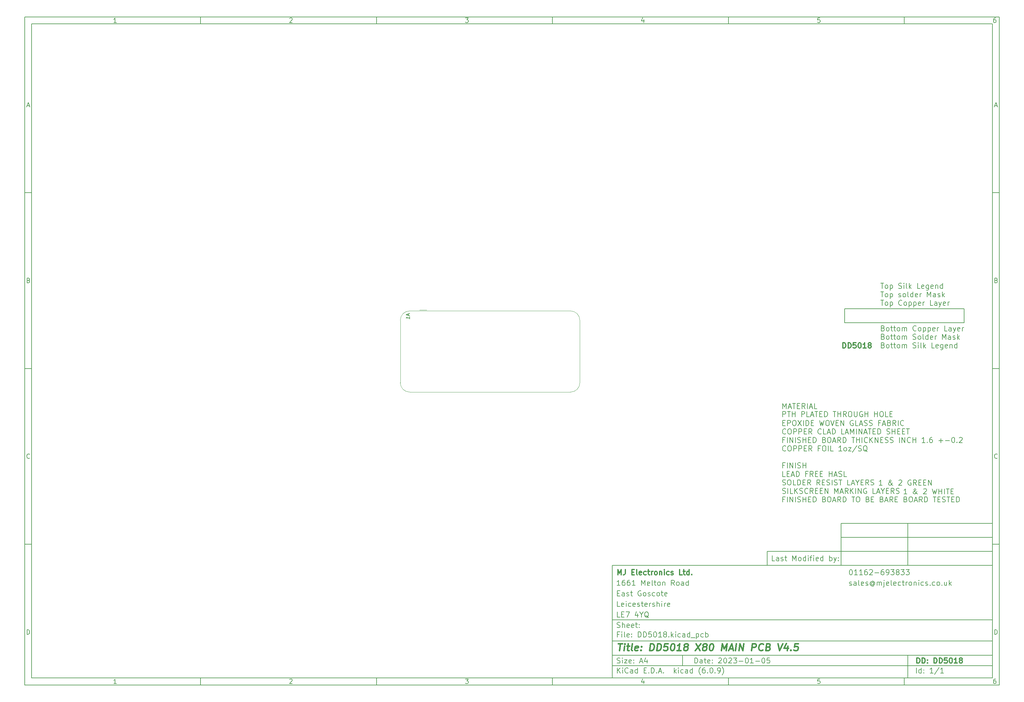
<source format=gbr>
G04 #@! TF.GenerationSoftware,KiCad,Pcbnew,(6.0.9)*
G04 #@! TF.CreationDate,2023-02-23T16:18:13+00:00*
G04 #@! TF.ProjectId,DD5018,44443530-3138-42e6-9b69-6361645f7063,DD5018*
G04 #@! TF.SameCoordinates,Original*
G04 #@! TF.FileFunction,Legend,Bot*
G04 #@! TF.FilePolarity,Positive*
%FSLAX46Y46*%
G04 Gerber Fmt 4.6, Leading zero omitted, Abs format (unit mm)*
G04 Created by KiCad (PCBNEW (6.0.9)) date 2023-02-23 16:18:13*
%MOMM*%
%LPD*%
G01*
G04 APERTURE LIST*
%ADD10C,0.100000*%
%ADD11C,0.150000*%
%ADD12C,0.300000*%
%ADD13C,0.400000*%
%ADD14C,0.120000*%
G04 APERTURE END LIST*
D10*
D11*
X177002200Y-166007200D02*
X177002200Y-198007200D01*
X285002200Y-198007200D01*
X285002200Y-166007200D01*
X177002200Y-166007200D01*
D10*
D11*
X10000000Y-10000000D02*
X10000000Y-200007200D01*
X287002200Y-200007200D01*
X287002200Y-10000000D01*
X10000000Y-10000000D01*
D10*
D11*
X12000000Y-12000000D02*
X12000000Y-198007200D01*
X285002200Y-198007200D01*
X285002200Y-12000000D01*
X12000000Y-12000000D01*
D10*
D11*
X60000000Y-12000000D02*
X60000000Y-10000000D01*
D10*
D11*
X110000000Y-12000000D02*
X110000000Y-10000000D01*
D10*
D11*
X160000000Y-12000000D02*
X160000000Y-10000000D01*
D10*
D11*
X210000000Y-12000000D02*
X210000000Y-10000000D01*
D10*
D11*
X260000000Y-12000000D02*
X260000000Y-10000000D01*
D10*
D11*
X36065476Y-11588095D02*
X35322619Y-11588095D01*
X35694047Y-11588095D02*
X35694047Y-10288095D01*
X35570238Y-10473809D01*
X35446428Y-10597619D01*
X35322619Y-10659523D01*
D10*
D11*
X85322619Y-10411904D02*
X85384523Y-10350000D01*
X85508333Y-10288095D01*
X85817857Y-10288095D01*
X85941666Y-10350000D01*
X86003571Y-10411904D01*
X86065476Y-10535714D01*
X86065476Y-10659523D01*
X86003571Y-10845238D01*
X85260714Y-11588095D01*
X86065476Y-11588095D01*
D10*
D11*
X135260714Y-10288095D02*
X136065476Y-10288095D01*
X135632142Y-10783333D01*
X135817857Y-10783333D01*
X135941666Y-10845238D01*
X136003571Y-10907142D01*
X136065476Y-11030952D01*
X136065476Y-11340476D01*
X136003571Y-11464285D01*
X135941666Y-11526190D01*
X135817857Y-11588095D01*
X135446428Y-11588095D01*
X135322619Y-11526190D01*
X135260714Y-11464285D01*
D10*
D11*
X185941666Y-10721428D02*
X185941666Y-11588095D01*
X185632142Y-10226190D02*
X185322619Y-11154761D01*
X186127380Y-11154761D01*
D10*
D11*
X236003571Y-10288095D02*
X235384523Y-10288095D01*
X235322619Y-10907142D01*
X235384523Y-10845238D01*
X235508333Y-10783333D01*
X235817857Y-10783333D01*
X235941666Y-10845238D01*
X236003571Y-10907142D01*
X236065476Y-11030952D01*
X236065476Y-11340476D01*
X236003571Y-11464285D01*
X235941666Y-11526190D01*
X235817857Y-11588095D01*
X235508333Y-11588095D01*
X235384523Y-11526190D01*
X235322619Y-11464285D01*
D10*
D11*
X285941666Y-10288095D02*
X285694047Y-10288095D01*
X285570238Y-10350000D01*
X285508333Y-10411904D01*
X285384523Y-10597619D01*
X285322619Y-10845238D01*
X285322619Y-11340476D01*
X285384523Y-11464285D01*
X285446428Y-11526190D01*
X285570238Y-11588095D01*
X285817857Y-11588095D01*
X285941666Y-11526190D01*
X286003571Y-11464285D01*
X286065476Y-11340476D01*
X286065476Y-11030952D01*
X286003571Y-10907142D01*
X285941666Y-10845238D01*
X285817857Y-10783333D01*
X285570238Y-10783333D01*
X285446428Y-10845238D01*
X285384523Y-10907142D01*
X285322619Y-11030952D01*
D10*
D11*
X60000000Y-198007200D02*
X60000000Y-200007200D01*
D10*
D11*
X110000000Y-198007200D02*
X110000000Y-200007200D01*
D10*
D11*
X160000000Y-198007200D02*
X160000000Y-200007200D01*
D10*
D11*
X210000000Y-198007200D02*
X210000000Y-200007200D01*
D10*
D11*
X260000000Y-198007200D02*
X260000000Y-200007200D01*
D10*
D11*
X36065476Y-199595295D02*
X35322619Y-199595295D01*
X35694047Y-199595295D02*
X35694047Y-198295295D01*
X35570238Y-198481009D01*
X35446428Y-198604819D01*
X35322619Y-198666723D01*
D10*
D11*
X85322619Y-198419104D02*
X85384523Y-198357200D01*
X85508333Y-198295295D01*
X85817857Y-198295295D01*
X85941666Y-198357200D01*
X86003571Y-198419104D01*
X86065476Y-198542914D01*
X86065476Y-198666723D01*
X86003571Y-198852438D01*
X85260714Y-199595295D01*
X86065476Y-199595295D01*
D10*
D11*
X135260714Y-198295295D02*
X136065476Y-198295295D01*
X135632142Y-198790533D01*
X135817857Y-198790533D01*
X135941666Y-198852438D01*
X136003571Y-198914342D01*
X136065476Y-199038152D01*
X136065476Y-199347676D01*
X136003571Y-199471485D01*
X135941666Y-199533390D01*
X135817857Y-199595295D01*
X135446428Y-199595295D01*
X135322619Y-199533390D01*
X135260714Y-199471485D01*
D10*
D11*
X185941666Y-198728628D02*
X185941666Y-199595295D01*
X185632142Y-198233390D02*
X185322619Y-199161961D01*
X186127380Y-199161961D01*
D10*
D11*
X236003571Y-198295295D02*
X235384523Y-198295295D01*
X235322619Y-198914342D01*
X235384523Y-198852438D01*
X235508333Y-198790533D01*
X235817857Y-198790533D01*
X235941666Y-198852438D01*
X236003571Y-198914342D01*
X236065476Y-199038152D01*
X236065476Y-199347676D01*
X236003571Y-199471485D01*
X235941666Y-199533390D01*
X235817857Y-199595295D01*
X235508333Y-199595295D01*
X235384523Y-199533390D01*
X235322619Y-199471485D01*
D10*
D11*
X285941666Y-198295295D02*
X285694047Y-198295295D01*
X285570238Y-198357200D01*
X285508333Y-198419104D01*
X285384523Y-198604819D01*
X285322619Y-198852438D01*
X285322619Y-199347676D01*
X285384523Y-199471485D01*
X285446428Y-199533390D01*
X285570238Y-199595295D01*
X285817857Y-199595295D01*
X285941666Y-199533390D01*
X286003571Y-199471485D01*
X286065476Y-199347676D01*
X286065476Y-199038152D01*
X286003571Y-198914342D01*
X285941666Y-198852438D01*
X285817857Y-198790533D01*
X285570238Y-198790533D01*
X285446428Y-198852438D01*
X285384523Y-198914342D01*
X285322619Y-199038152D01*
D10*
D11*
X10000000Y-60000000D02*
X12000000Y-60000000D01*
D10*
D11*
X10000000Y-110000000D02*
X12000000Y-110000000D01*
D10*
D11*
X10000000Y-160000000D02*
X12000000Y-160000000D01*
D10*
D11*
X10690476Y-35216666D02*
X11309523Y-35216666D01*
X10566666Y-35588095D02*
X11000000Y-34288095D01*
X11433333Y-35588095D01*
D10*
D11*
X11092857Y-84907142D02*
X11278571Y-84969047D01*
X11340476Y-85030952D01*
X11402380Y-85154761D01*
X11402380Y-85340476D01*
X11340476Y-85464285D01*
X11278571Y-85526190D01*
X11154761Y-85588095D01*
X10659523Y-85588095D01*
X10659523Y-84288095D01*
X11092857Y-84288095D01*
X11216666Y-84350000D01*
X11278571Y-84411904D01*
X11340476Y-84535714D01*
X11340476Y-84659523D01*
X11278571Y-84783333D01*
X11216666Y-84845238D01*
X11092857Y-84907142D01*
X10659523Y-84907142D01*
D10*
D11*
X11402380Y-135464285D02*
X11340476Y-135526190D01*
X11154761Y-135588095D01*
X11030952Y-135588095D01*
X10845238Y-135526190D01*
X10721428Y-135402380D01*
X10659523Y-135278571D01*
X10597619Y-135030952D01*
X10597619Y-134845238D01*
X10659523Y-134597619D01*
X10721428Y-134473809D01*
X10845238Y-134350000D01*
X11030952Y-134288095D01*
X11154761Y-134288095D01*
X11340476Y-134350000D01*
X11402380Y-134411904D01*
D10*
D11*
X10659523Y-185588095D02*
X10659523Y-184288095D01*
X10969047Y-184288095D01*
X11154761Y-184350000D01*
X11278571Y-184473809D01*
X11340476Y-184597619D01*
X11402380Y-184845238D01*
X11402380Y-185030952D01*
X11340476Y-185278571D01*
X11278571Y-185402380D01*
X11154761Y-185526190D01*
X10969047Y-185588095D01*
X10659523Y-185588095D01*
D10*
D11*
X287002200Y-60000000D02*
X285002200Y-60000000D01*
D10*
D11*
X287002200Y-110000000D02*
X285002200Y-110000000D01*
D10*
D11*
X287002200Y-160000000D02*
X285002200Y-160000000D01*
D10*
D11*
X285692676Y-35216666D02*
X286311723Y-35216666D01*
X285568866Y-35588095D02*
X286002200Y-34288095D01*
X286435533Y-35588095D01*
D10*
D11*
X286095057Y-84907142D02*
X286280771Y-84969047D01*
X286342676Y-85030952D01*
X286404580Y-85154761D01*
X286404580Y-85340476D01*
X286342676Y-85464285D01*
X286280771Y-85526190D01*
X286156961Y-85588095D01*
X285661723Y-85588095D01*
X285661723Y-84288095D01*
X286095057Y-84288095D01*
X286218866Y-84350000D01*
X286280771Y-84411904D01*
X286342676Y-84535714D01*
X286342676Y-84659523D01*
X286280771Y-84783333D01*
X286218866Y-84845238D01*
X286095057Y-84907142D01*
X285661723Y-84907142D01*
D10*
D11*
X286404580Y-135464285D02*
X286342676Y-135526190D01*
X286156961Y-135588095D01*
X286033152Y-135588095D01*
X285847438Y-135526190D01*
X285723628Y-135402380D01*
X285661723Y-135278571D01*
X285599819Y-135030952D01*
X285599819Y-134845238D01*
X285661723Y-134597619D01*
X285723628Y-134473809D01*
X285847438Y-134350000D01*
X286033152Y-134288095D01*
X286156961Y-134288095D01*
X286342676Y-134350000D01*
X286404580Y-134411904D01*
D10*
D11*
X285661723Y-185588095D02*
X285661723Y-184288095D01*
X285971247Y-184288095D01*
X286156961Y-184350000D01*
X286280771Y-184473809D01*
X286342676Y-184597619D01*
X286404580Y-184845238D01*
X286404580Y-185030952D01*
X286342676Y-185278571D01*
X286280771Y-185402380D01*
X286156961Y-185526190D01*
X285971247Y-185588095D01*
X285661723Y-185588095D01*
D10*
D11*
X200434342Y-193785771D02*
X200434342Y-192285771D01*
X200791485Y-192285771D01*
X201005771Y-192357200D01*
X201148628Y-192500057D01*
X201220057Y-192642914D01*
X201291485Y-192928628D01*
X201291485Y-193142914D01*
X201220057Y-193428628D01*
X201148628Y-193571485D01*
X201005771Y-193714342D01*
X200791485Y-193785771D01*
X200434342Y-193785771D01*
X202577200Y-193785771D02*
X202577200Y-193000057D01*
X202505771Y-192857200D01*
X202362914Y-192785771D01*
X202077200Y-192785771D01*
X201934342Y-192857200D01*
X202577200Y-193714342D02*
X202434342Y-193785771D01*
X202077200Y-193785771D01*
X201934342Y-193714342D01*
X201862914Y-193571485D01*
X201862914Y-193428628D01*
X201934342Y-193285771D01*
X202077200Y-193214342D01*
X202434342Y-193214342D01*
X202577200Y-193142914D01*
X203077200Y-192785771D02*
X203648628Y-192785771D01*
X203291485Y-192285771D02*
X203291485Y-193571485D01*
X203362914Y-193714342D01*
X203505771Y-193785771D01*
X203648628Y-193785771D01*
X204720057Y-193714342D02*
X204577200Y-193785771D01*
X204291485Y-193785771D01*
X204148628Y-193714342D01*
X204077200Y-193571485D01*
X204077200Y-193000057D01*
X204148628Y-192857200D01*
X204291485Y-192785771D01*
X204577200Y-192785771D01*
X204720057Y-192857200D01*
X204791485Y-193000057D01*
X204791485Y-193142914D01*
X204077200Y-193285771D01*
X205434342Y-193642914D02*
X205505771Y-193714342D01*
X205434342Y-193785771D01*
X205362914Y-193714342D01*
X205434342Y-193642914D01*
X205434342Y-193785771D01*
X205434342Y-192857200D02*
X205505771Y-192928628D01*
X205434342Y-193000057D01*
X205362914Y-192928628D01*
X205434342Y-192857200D01*
X205434342Y-193000057D01*
X207220057Y-192428628D02*
X207291485Y-192357200D01*
X207434342Y-192285771D01*
X207791485Y-192285771D01*
X207934342Y-192357200D01*
X208005771Y-192428628D01*
X208077200Y-192571485D01*
X208077200Y-192714342D01*
X208005771Y-192928628D01*
X207148628Y-193785771D01*
X208077200Y-193785771D01*
X209005771Y-192285771D02*
X209148628Y-192285771D01*
X209291485Y-192357200D01*
X209362914Y-192428628D01*
X209434342Y-192571485D01*
X209505771Y-192857200D01*
X209505771Y-193214342D01*
X209434342Y-193500057D01*
X209362914Y-193642914D01*
X209291485Y-193714342D01*
X209148628Y-193785771D01*
X209005771Y-193785771D01*
X208862914Y-193714342D01*
X208791485Y-193642914D01*
X208720057Y-193500057D01*
X208648628Y-193214342D01*
X208648628Y-192857200D01*
X208720057Y-192571485D01*
X208791485Y-192428628D01*
X208862914Y-192357200D01*
X209005771Y-192285771D01*
X210077200Y-192428628D02*
X210148628Y-192357200D01*
X210291485Y-192285771D01*
X210648628Y-192285771D01*
X210791485Y-192357200D01*
X210862914Y-192428628D01*
X210934342Y-192571485D01*
X210934342Y-192714342D01*
X210862914Y-192928628D01*
X210005771Y-193785771D01*
X210934342Y-193785771D01*
X211434342Y-192285771D02*
X212362914Y-192285771D01*
X211862914Y-192857200D01*
X212077200Y-192857200D01*
X212220057Y-192928628D01*
X212291485Y-193000057D01*
X212362914Y-193142914D01*
X212362914Y-193500057D01*
X212291485Y-193642914D01*
X212220057Y-193714342D01*
X212077200Y-193785771D01*
X211648628Y-193785771D01*
X211505771Y-193714342D01*
X211434342Y-193642914D01*
X213005771Y-193214342D02*
X214148628Y-193214342D01*
X215148628Y-192285771D02*
X215291485Y-192285771D01*
X215434342Y-192357200D01*
X215505771Y-192428628D01*
X215577200Y-192571485D01*
X215648628Y-192857200D01*
X215648628Y-193214342D01*
X215577200Y-193500057D01*
X215505771Y-193642914D01*
X215434342Y-193714342D01*
X215291485Y-193785771D01*
X215148628Y-193785771D01*
X215005771Y-193714342D01*
X214934342Y-193642914D01*
X214862914Y-193500057D01*
X214791485Y-193214342D01*
X214791485Y-192857200D01*
X214862914Y-192571485D01*
X214934342Y-192428628D01*
X215005771Y-192357200D01*
X215148628Y-192285771D01*
X217077200Y-193785771D02*
X216220057Y-193785771D01*
X216648628Y-193785771D02*
X216648628Y-192285771D01*
X216505771Y-192500057D01*
X216362914Y-192642914D01*
X216220057Y-192714342D01*
X217720057Y-193214342D02*
X218862914Y-193214342D01*
X219862914Y-192285771D02*
X220005771Y-192285771D01*
X220148628Y-192357200D01*
X220220057Y-192428628D01*
X220291485Y-192571485D01*
X220362914Y-192857200D01*
X220362914Y-193214342D01*
X220291485Y-193500057D01*
X220220057Y-193642914D01*
X220148628Y-193714342D01*
X220005771Y-193785771D01*
X219862914Y-193785771D01*
X219720057Y-193714342D01*
X219648628Y-193642914D01*
X219577200Y-193500057D01*
X219505771Y-193214342D01*
X219505771Y-192857200D01*
X219577200Y-192571485D01*
X219648628Y-192428628D01*
X219720057Y-192357200D01*
X219862914Y-192285771D01*
X221720057Y-192285771D02*
X221005771Y-192285771D01*
X220934342Y-193000057D01*
X221005771Y-192928628D01*
X221148628Y-192857200D01*
X221505771Y-192857200D01*
X221648628Y-192928628D01*
X221720057Y-193000057D01*
X221791485Y-193142914D01*
X221791485Y-193500057D01*
X221720057Y-193642914D01*
X221648628Y-193714342D01*
X221505771Y-193785771D01*
X221148628Y-193785771D01*
X221005771Y-193714342D01*
X220934342Y-193642914D01*
D10*
D11*
X177002200Y-194507200D02*
X285002200Y-194507200D01*
D10*
D11*
X178434342Y-196585771D02*
X178434342Y-195085771D01*
X179291485Y-196585771D02*
X178648628Y-195728628D01*
X179291485Y-195085771D02*
X178434342Y-195942914D01*
X179934342Y-196585771D02*
X179934342Y-195585771D01*
X179934342Y-195085771D02*
X179862914Y-195157200D01*
X179934342Y-195228628D01*
X180005771Y-195157200D01*
X179934342Y-195085771D01*
X179934342Y-195228628D01*
X181505771Y-196442914D02*
X181434342Y-196514342D01*
X181220057Y-196585771D01*
X181077200Y-196585771D01*
X180862914Y-196514342D01*
X180720057Y-196371485D01*
X180648628Y-196228628D01*
X180577200Y-195942914D01*
X180577200Y-195728628D01*
X180648628Y-195442914D01*
X180720057Y-195300057D01*
X180862914Y-195157200D01*
X181077200Y-195085771D01*
X181220057Y-195085771D01*
X181434342Y-195157200D01*
X181505771Y-195228628D01*
X182791485Y-196585771D02*
X182791485Y-195800057D01*
X182720057Y-195657200D01*
X182577200Y-195585771D01*
X182291485Y-195585771D01*
X182148628Y-195657200D01*
X182791485Y-196514342D02*
X182648628Y-196585771D01*
X182291485Y-196585771D01*
X182148628Y-196514342D01*
X182077200Y-196371485D01*
X182077200Y-196228628D01*
X182148628Y-196085771D01*
X182291485Y-196014342D01*
X182648628Y-196014342D01*
X182791485Y-195942914D01*
X184148628Y-196585771D02*
X184148628Y-195085771D01*
X184148628Y-196514342D02*
X184005771Y-196585771D01*
X183720057Y-196585771D01*
X183577200Y-196514342D01*
X183505771Y-196442914D01*
X183434342Y-196300057D01*
X183434342Y-195871485D01*
X183505771Y-195728628D01*
X183577200Y-195657200D01*
X183720057Y-195585771D01*
X184005771Y-195585771D01*
X184148628Y-195657200D01*
X186005771Y-195800057D02*
X186505771Y-195800057D01*
X186720057Y-196585771D02*
X186005771Y-196585771D01*
X186005771Y-195085771D01*
X186720057Y-195085771D01*
X187362914Y-196442914D02*
X187434342Y-196514342D01*
X187362914Y-196585771D01*
X187291485Y-196514342D01*
X187362914Y-196442914D01*
X187362914Y-196585771D01*
X188077200Y-196585771D02*
X188077200Y-195085771D01*
X188434342Y-195085771D01*
X188648628Y-195157200D01*
X188791485Y-195300057D01*
X188862914Y-195442914D01*
X188934342Y-195728628D01*
X188934342Y-195942914D01*
X188862914Y-196228628D01*
X188791485Y-196371485D01*
X188648628Y-196514342D01*
X188434342Y-196585771D01*
X188077200Y-196585771D01*
X189577200Y-196442914D02*
X189648628Y-196514342D01*
X189577200Y-196585771D01*
X189505771Y-196514342D01*
X189577200Y-196442914D01*
X189577200Y-196585771D01*
X190220057Y-196157200D02*
X190934342Y-196157200D01*
X190077200Y-196585771D02*
X190577200Y-195085771D01*
X191077200Y-196585771D01*
X191577200Y-196442914D02*
X191648628Y-196514342D01*
X191577200Y-196585771D01*
X191505771Y-196514342D01*
X191577200Y-196442914D01*
X191577200Y-196585771D01*
X194577200Y-196585771D02*
X194577200Y-195085771D01*
X194720057Y-196014342D02*
X195148628Y-196585771D01*
X195148628Y-195585771D02*
X194577200Y-196157200D01*
X195791485Y-196585771D02*
X195791485Y-195585771D01*
X195791485Y-195085771D02*
X195720057Y-195157200D01*
X195791485Y-195228628D01*
X195862914Y-195157200D01*
X195791485Y-195085771D01*
X195791485Y-195228628D01*
X197148628Y-196514342D02*
X197005771Y-196585771D01*
X196720057Y-196585771D01*
X196577200Y-196514342D01*
X196505771Y-196442914D01*
X196434342Y-196300057D01*
X196434342Y-195871485D01*
X196505771Y-195728628D01*
X196577200Y-195657200D01*
X196720057Y-195585771D01*
X197005771Y-195585771D01*
X197148628Y-195657200D01*
X198434342Y-196585771D02*
X198434342Y-195800057D01*
X198362914Y-195657200D01*
X198220057Y-195585771D01*
X197934342Y-195585771D01*
X197791485Y-195657200D01*
X198434342Y-196514342D02*
X198291485Y-196585771D01*
X197934342Y-196585771D01*
X197791485Y-196514342D01*
X197720057Y-196371485D01*
X197720057Y-196228628D01*
X197791485Y-196085771D01*
X197934342Y-196014342D01*
X198291485Y-196014342D01*
X198434342Y-195942914D01*
X199791485Y-196585771D02*
X199791485Y-195085771D01*
X199791485Y-196514342D02*
X199648628Y-196585771D01*
X199362914Y-196585771D01*
X199220057Y-196514342D01*
X199148628Y-196442914D01*
X199077200Y-196300057D01*
X199077200Y-195871485D01*
X199148628Y-195728628D01*
X199220057Y-195657200D01*
X199362914Y-195585771D01*
X199648628Y-195585771D01*
X199791485Y-195657200D01*
X202077200Y-197157200D02*
X202005771Y-197085771D01*
X201862914Y-196871485D01*
X201791485Y-196728628D01*
X201720057Y-196514342D01*
X201648628Y-196157200D01*
X201648628Y-195871485D01*
X201720057Y-195514342D01*
X201791485Y-195300057D01*
X201862914Y-195157200D01*
X202005771Y-194942914D01*
X202077200Y-194871485D01*
X203291485Y-195085771D02*
X203005771Y-195085771D01*
X202862914Y-195157200D01*
X202791485Y-195228628D01*
X202648628Y-195442914D01*
X202577200Y-195728628D01*
X202577200Y-196300057D01*
X202648628Y-196442914D01*
X202720057Y-196514342D01*
X202862914Y-196585771D01*
X203148628Y-196585771D01*
X203291485Y-196514342D01*
X203362914Y-196442914D01*
X203434342Y-196300057D01*
X203434342Y-195942914D01*
X203362914Y-195800057D01*
X203291485Y-195728628D01*
X203148628Y-195657200D01*
X202862914Y-195657200D01*
X202720057Y-195728628D01*
X202648628Y-195800057D01*
X202577200Y-195942914D01*
X204077200Y-196442914D02*
X204148628Y-196514342D01*
X204077200Y-196585771D01*
X204005771Y-196514342D01*
X204077200Y-196442914D01*
X204077200Y-196585771D01*
X205077200Y-195085771D02*
X205220057Y-195085771D01*
X205362914Y-195157200D01*
X205434342Y-195228628D01*
X205505771Y-195371485D01*
X205577200Y-195657200D01*
X205577200Y-196014342D01*
X205505771Y-196300057D01*
X205434342Y-196442914D01*
X205362914Y-196514342D01*
X205220057Y-196585771D01*
X205077200Y-196585771D01*
X204934342Y-196514342D01*
X204862914Y-196442914D01*
X204791485Y-196300057D01*
X204720057Y-196014342D01*
X204720057Y-195657200D01*
X204791485Y-195371485D01*
X204862914Y-195228628D01*
X204934342Y-195157200D01*
X205077200Y-195085771D01*
X206220057Y-196442914D02*
X206291485Y-196514342D01*
X206220057Y-196585771D01*
X206148628Y-196514342D01*
X206220057Y-196442914D01*
X206220057Y-196585771D01*
X207005771Y-196585771D02*
X207291485Y-196585771D01*
X207434342Y-196514342D01*
X207505771Y-196442914D01*
X207648628Y-196228628D01*
X207720057Y-195942914D01*
X207720057Y-195371485D01*
X207648628Y-195228628D01*
X207577200Y-195157200D01*
X207434342Y-195085771D01*
X207148628Y-195085771D01*
X207005771Y-195157200D01*
X206934342Y-195228628D01*
X206862914Y-195371485D01*
X206862914Y-195728628D01*
X206934342Y-195871485D01*
X207005771Y-195942914D01*
X207148628Y-196014342D01*
X207434342Y-196014342D01*
X207577200Y-195942914D01*
X207648628Y-195871485D01*
X207720057Y-195728628D01*
X208220057Y-197157200D02*
X208291485Y-197085771D01*
X208434342Y-196871485D01*
X208505771Y-196728628D01*
X208577200Y-196514342D01*
X208648628Y-196157200D01*
X208648628Y-195871485D01*
X208577200Y-195514342D01*
X208505771Y-195300057D01*
X208434342Y-195157200D01*
X208291485Y-194942914D01*
X208220057Y-194871485D01*
D10*
D11*
X177002200Y-191507200D02*
X285002200Y-191507200D01*
D10*
D12*
X263554342Y-193785771D02*
X263554342Y-192285771D01*
X263911485Y-192285771D01*
X264125771Y-192357200D01*
X264268628Y-192500057D01*
X264340057Y-192642914D01*
X264411485Y-192928628D01*
X264411485Y-193142914D01*
X264340057Y-193428628D01*
X264268628Y-193571485D01*
X264125771Y-193714342D01*
X263911485Y-193785771D01*
X263554342Y-193785771D01*
X265054342Y-193785771D02*
X265054342Y-192285771D01*
X265411485Y-192285771D01*
X265625771Y-192357200D01*
X265768628Y-192500057D01*
X265840057Y-192642914D01*
X265911485Y-192928628D01*
X265911485Y-193142914D01*
X265840057Y-193428628D01*
X265768628Y-193571485D01*
X265625771Y-193714342D01*
X265411485Y-193785771D01*
X265054342Y-193785771D01*
X266554342Y-193642914D02*
X266625771Y-193714342D01*
X266554342Y-193785771D01*
X266482914Y-193714342D01*
X266554342Y-193642914D01*
X266554342Y-193785771D01*
X266554342Y-192857200D02*
X266625771Y-192928628D01*
X266554342Y-193000057D01*
X266482914Y-192928628D01*
X266554342Y-192857200D01*
X266554342Y-193000057D01*
X268411485Y-193785771D02*
X268411485Y-192285771D01*
X268768628Y-192285771D01*
X268982914Y-192357200D01*
X269125771Y-192500057D01*
X269197200Y-192642914D01*
X269268628Y-192928628D01*
X269268628Y-193142914D01*
X269197200Y-193428628D01*
X269125771Y-193571485D01*
X268982914Y-193714342D01*
X268768628Y-193785771D01*
X268411485Y-193785771D01*
X269911485Y-193785771D02*
X269911485Y-192285771D01*
X270268628Y-192285771D01*
X270482914Y-192357200D01*
X270625771Y-192500057D01*
X270697200Y-192642914D01*
X270768628Y-192928628D01*
X270768628Y-193142914D01*
X270697200Y-193428628D01*
X270625771Y-193571485D01*
X270482914Y-193714342D01*
X270268628Y-193785771D01*
X269911485Y-193785771D01*
X272125771Y-192285771D02*
X271411485Y-192285771D01*
X271340057Y-193000057D01*
X271411485Y-192928628D01*
X271554342Y-192857200D01*
X271911485Y-192857200D01*
X272054342Y-192928628D01*
X272125771Y-193000057D01*
X272197200Y-193142914D01*
X272197200Y-193500057D01*
X272125771Y-193642914D01*
X272054342Y-193714342D01*
X271911485Y-193785771D01*
X271554342Y-193785771D01*
X271411485Y-193714342D01*
X271340057Y-193642914D01*
X273125771Y-192285771D02*
X273268628Y-192285771D01*
X273411485Y-192357200D01*
X273482914Y-192428628D01*
X273554342Y-192571485D01*
X273625771Y-192857200D01*
X273625771Y-193214342D01*
X273554342Y-193500057D01*
X273482914Y-193642914D01*
X273411485Y-193714342D01*
X273268628Y-193785771D01*
X273125771Y-193785771D01*
X272982914Y-193714342D01*
X272911485Y-193642914D01*
X272840057Y-193500057D01*
X272768628Y-193214342D01*
X272768628Y-192857200D01*
X272840057Y-192571485D01*
X272911485Y-192428628D01*
X272982914Y-192357200D01*
X273125771Y-192285771D01*
X275054342Y-193785771D02*
X274197200Y-193785771D01*
X274625771Y-193785771D02*
X274625771Y-192285771D01*
X274482914Y-192500057D01*
X274340057Y-192642914D01*
X274197200Y-192714342D01*
X275911485Y-192928628D02*
X275768628Y-192857200D01*
X275697200Y-192785771D01*
X275625771Y-192642914D01*
X275625771Y-192571485D01*
X275697200Y-192428628D01*
X275768628Y-192357200D01*
X275911485Y-192285771D01*
X276197200Y-192285771D01*
X276340057Y-192357200D01*
X276411485Y-192428628D01*
X276482914Y-192571485D01*
X276482914Y-192642914D01*
X276411485Y-192785771D01*
X276340057Y-192857200D01*
X276197200Y-192928628D01*
X275911485Y-192928628D01*
X275768628Y-193000057D01*
X275697200Y-193071485D01*
X275625771Y-193214342D01*
X275625771Y-193500057D01*
X275697200Y-193642914D01*
X275768628Y-193714342D01*
X275911485Y-193785771D01*
X276197200Y-193785771D01*
X276340057Y-193714342D01*
X276411485Y-193642914D01*
X276482914Y-193500057D01*
X276482914Y-193214342D01*
X276411485Y-193071485D01*
X276340057Y-193000057D01*
X276197200Y-192928628D01*
D10*
D11*
X178362914Y-193714342D02*
X178577200Y-193785771D01*
X178934342Y-193785771D01*
X179077200Y-193714342D01*
X179148628Y-193642914D01*
X179220057Y-193500057D01*
X179220057Y-193357200D01*
X179148628Y-193214342D01*
X179077200Y-193142914D01*
X178934342Y-193071485D01*
X178648628Y-193000057D01*
X178505771Y-192928628D01*
X178434342Y-192857200D01*
X178362914Y-192714342D01*
X178362914Y-192571485D01*
X178434342Y-192428628D01*
X178505771Y-192357200D01*
X178648628Y-192285771D01*
X179005771Y-192285771D01*
X179220057Y-192357200D01*
X179862914Y-193785771D02*
X179862914Y-192785771D01*
X179862914Y-192285771D02*
X179791485Y-192357200D01*
X179862914Y-192428628D01*
X179934342Y-192357200D01*
X179862914Y-192285771D01*
X179862914Y-192428628D01*
X180434342Y-192785771D02*
X181220057Y-192785771D01*
X180434342Y-193785771D01*
X181220057Y-193785771D01*
X182362914Y-193714342D02*
X182220057Y-193785771D01*
X181934342Y-193785771D01*
X181791485Y-193714342D01*
X181720057Y-193571485D01*
X181720057Y-193000057D01*
X181791485Y-192857200D01*
X181934342Y-192785771D01*
X182220057Y-192785771D01*
X182362914Y-192857200D01*
X182434342Y-193000057D01*
X182434342Y-193142914D01*
X181720057Y-193285771D01*
X183077200Y-193642914D02*
X183148628Y-193714342D01*
X183077200Y-193785771D01*
X183005771Y-193714342D01*
X183077200Y-193642914D01*
X183077200Y-193785771D01*
X183077200Y-192857200D02*
X183148628Y-192928628D01*
X183077200Y-193000057D01*
X183005771Y-192928628D01*
X183077200Y-192857200D01*
X183077200Y-193000057D01*
X184862914Y-193357200D02*
X185577200Y-193357200D01*
X184720057Y-193785771D02*
X185220057Y-192285771D01*
X185720057Y-193785771D01*
X186862914Y-192785771D02*
X186862914Y-193785771D01*
X186505771Y-192214342D02*
X186148628Y-193285771D01*
X187077200Y-193285771D01*
D10*
D11*
X263434342Y-196585771D02*
X263434342Y-195085771D01*
X264791485Y-196585771D02*
X264791485Y-195085771D01*
X264791485Y-196514342D02*
X264648628Y-196585771D01*
X264362914Y-196585771D01*
X264220057Y-196514342D01*
X264148628Y-196442914D01*
X264077200Y-196300057D01*
X264077200Y-195871485D01*
X264148628Y-195728628D01*
X264220057Y-195657200D01*
X264362914Y-195585771D01*
X264648628Y-195585771D01*
X264791485Y-195657200D01*
X265505771Y-196442914D02*
X265577200Y-196514342D01*
X265505771Y-196585771D01*
X265434342Y-196514342D01*
X265505771Y-196442914D01*
X265505771Y-196585771D01*
X265505771Y-195657200D02*
X265577200Y-195728628D01*
X265505771Y-195800057D01*
X265434342Y-195728628D01*
X265505771Y-195657200D01*
X265505771Y-195800057D01*
X268148628Y-196585771D02*
X267291485Y-196585771D01*
X267720057Y-196585771D02*
X267720057Y-195085771D01*
X267577200Y-195300057D01*
X267434342Y-195442914D01*
X267291485Y-195514342D01*
X269862914Y-195014342D02*
X268577200Y-196942914D01*
X271148628Y-196585771D02*
X270291485Y-196585771D01*
X270720057Y-196585771D02*
X270720057Y-195085771D01*
X270577200Y-195300057D01*
X270434342Y-195442914D01*
X270291485Y-195514342D01*
D10*
D11*
X177002200Y-187507200D02*
X285002200Y-187507200D01*
D10*
D13*
X178714580Y-188211961D02*
X179857438Y-188211961D01*
X179036009Y-190211961D02*
X179286009Y-188211961D01*
X180274104Y-190211961D02*
X180440771Y-188878628D01*
X180524104Y-188211961D02*
X180416961Y-188307200D01*
X180500295Y-188402438D01*
X180607438Y-188307200D01*
X180524104Y-188211961D01*
X180500295Y-188402438D01*
X181107438Y-188878628D02*
X181869342Y-188878628D01*
X181476485Y-188211961D02*
X181262200Y-189926247D01*
X181333628Y-190116723D01*
X181512200Y-190211961D01*
X181702676Y-190211961D01*
X182655057Y-190211961D02*
X182476485Y-190116723D01*
X182405057Y-189926247D01*
X182619342Y-188211961D01*
X184190771Y-190116723D02*
X183988390Y-190211961D01*
X183607438Y-190211961D01*
X183428866Y-190116723D01*
X183357438Y-189926247D01*
X183452676Y-189164342D01*
X183571723Y-188973866D01*
X183774104Y-188878628D01*
X184155057Y-188878628D01*
X184333628Y-188973866D01*
X184405057Y-189164342D01*
X184381247Y-189354819D01*
X183405057Y-189545295D01*
X185155057Y-190021485D02*
X185238390Y-190116723D01*
X185131247Y-190211961D01*
X185047914Y-190116723D01*
X185155057Y-190021485D01*
X185131247Y-190211961D01*
X185286009Y-188973866D02*
X185369342Y-189069104D01*
X185262200Y-189164342D01*
X185178866Y-189069104D01*
X185286009Y-188973866D01*
X185262200Y-189164342D01*
X187607438Y-190211961D02*
X187857438Y-188211961D01*
X188333628Y-188211961D01*
X188607438Y-188307200D01*
X188774104Y-188497676D01*
X188845533Y-188688152D01*
X188893152Y-189069104D01*
X188857438Y-189354819D01*
X188714580Y-189735771D01*
X188595533Y-189926247D01*
X188381247Y-190116723D01*
X188083628Y-190211961D01*
X187607438Y-190211961D01*
X189607438Y-190211961D02*
X189857438Y-188211961D01*
X190333628Y-188211961D01*
X190607438Y-188307200D01*
X190774104Y-188497676D01*
X190845533Y-188688152D01*
X190893152Y-189069104D01*
X190857438Y-189354819D01*
X190714580Y-189735771D01*
X190595533Y-189926247D01*
X190381247Y-190116723D01*
X190083628Y-190211961D01*
X189607438Y-190211961D01*
X192809819Y-188211961D02*
X191857438Y-188211961D01*
X191643152Y-189164342D01*
X191750295Y-189069104D01*
X191952676Y-188973866D01*
X192428866Y-188973866D01*
X192607438Y-189069104D01*
X192690771Y-189164342D01*
X192762200Y-189354819D01*
X192702676Y-189831009D01*
X192583628Y-190021485D01*
X192476485Y-190116723D01*
X192274104Y-190211961D01*
X191797914Y-190211961D01*
X191619342Y-190116723D01*
X191536009Y-190021485D01*
X194143152Y-188211961D02*
X194333628Y-188211961D01*
X194512200Y-188307200D01*
X194595533Y-188402438D01*
X194666961Y-188592914D01*
X194714580Y-188973866D01*
X194655057Y-189450057D01*
X194512200Y-189831009D01*
X194393152Y-190021485D01*
X194286009Y-190116723D01*
X194083628Y-190211961D01*
X193893152Y-190211961D01*
X193714580Y-190116723D01*
X193631247Y-190021485D01*
X193559819Y-189831009D01*
X193512200Y-189450057D01*
X193571723Y-188973866D01*
X193714580Y-188592914D01*
X193833628Y-188402438D01*
X193940771Y-188307200D01*
X194143152Y-188211961D01*
X196464580Y-190211961D02*
X195321723Y-190211961D01*
X195893152Y-190211961D02*
X196143152Y-188211961D01*
X195916961Y-188497676D01*
X195702676Y-188688152D01*
X195500295Y-188783390D01*
X197750295Y-189069104D02*
X197571723Y-188973866D01*
X197488390Y-188878628D01*
X197416961Y-188688152D01*
X197428866Y-188592914D01*
X197547914Y-188402438D01*
X197655057Y-188307200D01*
X197857438Y-188211961D01*
X198238390Y-188211961D01*
X198416961Y-188307200D01*
X198500295Y-188402438D01*
X198571723Y-188592914D01*
X198559819Y-188688152D01*
X198440771Y-188878628D01*
X198333628Y-188973866D01*
X198131247Y-189069104D01*
X197750295Y-189069104D01*
X197547914Y-189164342D01*
X197440771Y-189259580D01*
X197321723Y-189450057D01*
X197274104Y-189831009D01*
X197345533Y-190021485D01*
X197428866Y-190116723D01*
X197607438Y-190211961D01*
X197988390Y-190211961D01*
X198190771Y-190116723D01*
X198297914Y-190021485D01*
X198416961Y-189831009D01*
X198464580Y-189450057D01*
X198393152Y-189259580D01*
X198309819Y-189164342D01*
X198131247Y-189069104D01*
X200809819Y-188211961D02*
X201893152Y-190211961D01*
X202143152Y-188211961D02*
X200559819Y-190211961D01*
X203083628Y-189069104D02*
X202905057Y-188973866D01*
X202821723Y-188878628D01*
X202750295Y-188688152D01*
X202762200Y-188592914D01*
X202881247Y-188402438D01*
X202988390Y-188307200D01*
X203190771Y-188211961D01*
X203571723Y-188211961D01*
X203750295Y-188307200D01*
X203833628Y-188402438D01*
X203905057Y-188592914D01*
X203893152Y-188688152D01*
X203774104Y-188878628D01*
X203666961Y-188973866D01*
X203464580Y-189069104D01*
X203083628Y-189069104D01*
X202881247Y-189164342D01*
X202774104Y-189259580D01*
X202655057Y-189450057D01*
X202607438Y-189831009D01*
X202678866Y-190021485D01*
X202762200Y-190116723D01*
X202940771Y-190211961D01*
X203321723Y-190211961D01*
X203524104Y-190116723D01*
X203631247Y-190021485D01*
X203750295Y-189831009D01*
X203797914Y-189450057D01*
X203726485Y-189259580D01*
X203643152Y-189164342D01*
X203464580Y-189069104D01*
X205190771Y-188211961D02*
X205381247Y-188211961D01*
X205559819Y-188307200D01*
X205643152Y-188402438D01*
X205714580Y-188592914D01*
X205762200Y-188973866D01*
X205702676Y-189450057D01*
X205559819Y-189831009D01*
X205440771Y-190021485D01*
X205333628Y-190116723D01*
X205131247Y-190211961D01*
X204940771Y-190211961D01*
X204762200Y-190116723D01*
X204678866Y-190021485D01*
X204607438Y-189831009D01*
X204559819Y-189450057D01*
X204619342Y-188973866D01*
X204762200Y-188592914D01*
X204881247Y-188402438D01*
X204988390Y-188307200D01*
X205190771Y-188211961D01*
X207988390Y-190211961D02*
X208238390Y-188211961D01*
X208726485Y-189640533D01*
X209571723Y-188211961D01*
X209321723Y-190211961D01*
X210250295Y-189640533D02*
X211202676Y-189640533D01*
X209988390Y-190211961D02*
X210905057Y-188211961D01*
X211321723Y-190211961D01*
X211988390Y-190211961D02*
X212238390Y-188211961D01*
X212940771Y-190211961D02*
X213190771Y-188211961D01*
X214083628Y-190211961D01*
X214333628Y-188211961D01*
X216559819Y-190211961D02*
X216809819Y-188211961D01*
X217571723Y-188211961D01*
X217750295Y-188307200D01*
X217833628Y-188402438D01*
X217905057Y-188592914D01*
X217869342Y-188878628D01*
X217750295Y-189069104D01*
X217643152Y-189164342D01*
X217440771Y-189259580D01*
X216678866Y-189259580D01*
X219726485Y-190021485D02*
X219619342Y-190116723D01*
X219321723Y-190211961D01*
X219131247Y-190211961D01*
X218857438Y-190116723D01*
X218690771Y-189926247D01*
X218619342Y-189735771D01*
X218571723Y-189354819D01*
X218607438Y-189069104D01*
X218750295Y-188688152D01*
X218869342Y-188497676D01*
X219083628Y-188307200D01*
X219381247Y-188211961D01*
X219571723Y-188211961D01*
X219845533Y-188307200D01*
X219928866Y-188402438D01*
X221357438Y-189164342D02*
X221631247Y-189259580D01*
X221714580Y-189354819D01*
X221786009Y-189545295D01*
X221750295Y-189831009D01*
X221631247Y-190021485D01*
X221524104Y-190116723D01*
X221321723Y-190211961D01*
X220559819Y-190211961D01*
X220809819Y-188211961D01*
X221476485Y-188211961D01*
X221655057Y-188307200D01*
X221738390Y-188402438D01*
X221809819Y-188592914D01*
X221786009Y-188783390D01*
X221666961Y-188973866D01*
X221559819Y-189069104D01*
X221357438Y-189164342D01*
X220690771Y-189164342D01*
X224047914Y-188211961D02*
X224464580Y-190211961D01*
X225381247Y-188211961D01*
X226821723Y-188878628D02*
X226655057Y-190211961D01*
X226440771Y-188116723D02*
X225786009Y-189545295D01*
X227024104Y-189545295D01*
X227726485Y-190021485D02*
X227809819Y-190116723D01*
X227702676Y-190211961D01*
X227619342Y-190116723D01*
X227726485Y-190021485D01*
X227702676Y-190211961D01*
X229857438Y-188211961D02*
X228905057Y-188211961D01*
X228690771Y-189164342D01*
X228797914Y-189069104D01*
X229000295Y-188973866D01*
X229476485Y-188973866D01*
X229655057Y-189069104D01*
X229738390Y-189164342D01*
X229809819Y-189354819D01*
X229750295Y-189831009D01*
X229631247Y-190021485D01*
X229524104Y-190116723D01*
X229321723Y-190211961D01*
X228845533Y-190211961D01*
X228666961Y-190116723D01*
X228583628Y-190021485D01*
D10*
D11*
X178934342Y-185600057D02*
X178434342Y-185600057D01*
X178434342Y-186385771D02*
X178434342Y-184885771D01*
X179148628Y-184885771D01*
X179720057Y-186385771D02*
X179720057Y-185385771D01*
X179720057Y-184885771D02*
X179648628Y-184957200D01*
X179720057Y-185028628D01*
X179791485Y-184957200D01*
X179720057Y-184885771D01*
X179720057Y-185028628D01*
X180648628Y-186385771D02*
X180505771Y-186314342D01*
X180434342Y-186171485D01*
X180434342Y-184885771D01*
X181791485Y-186314342D02*
X181648628Y-186385771D01*
X181362914Y-186385771D01*
X181220057Y-186314342D01*
X181148628Y-186171485D01*
X181148628Y-185600057D01*
X181220057Y-185457200D01*
X181362914Y-185385771D01*
X181648628Y-185385771D01*
X181791485Y-185457200D01*
X181862914Y-185600057D01*
X181862914Y-185742914D01*
X181148628Y-185885771D01*
X182505771Y-186242914D02*
X182577200Y-186314342D01*
X182505771Y-186385771D01*
X182434342Y-186314342D01*
X182505771Y-186242914D01*
X182505771Y-186385771D01*
X182505771Y-185457200D02*
X182577200Y-185528628D01*
X182505771Y-185600057D01*
X182434342Y-185528628D01*
X182505771Y-185457200D01*
X182505771Y-185600057D01*
X184362914Y-186385771D02*
X184362914Y-184885771D01*
X184720057Y-184885771D01*
X184934342Y-184957200D01*
X185077200Y-185100057D01*
X185148628Y-185242914D01*
X185220057Y-185528628D01*
X185220057Y-185742914D01*
X185148628Y-186028628D01*
X185077200Y-186171485D01*
X184934342Y-186314342D01*
X184720057Y-186385771D01*
X184362914Y-186385771D01*
X185862914Y-186385771D02*
X185862914Y-184885771D01*
X186220057Y-184885771D01*
X186434342Y-184957200D01*
X186577200Y-185100057D01*
X186648628Y-185242914D01*
X186720057Y-185528628D01*
X186720057Y-185742914D01*
X186648628Y-186028628D01*
X186577200Y-186171485D01*
X186434342Y-186314342D01*
X186220057Y-186385771D01*
X185862914Y-186385771D01*
X188077200Y-184885771D02*
X187362914Y-184885771D01*
X187291485Y-185600057D01*
X187362914Y-185528628D01*
X187505771Y-185457200D01*
X187862914Y-185457200D01*
X188005771Y-185528628D01*
X188077200Y-185600057D01*
X188148628Y-185742914D01*
X188148628Y-186100057D01*
X188077200Y-186242914D01*
X188005771Y-186314342D01*
X187862914Y-186385771D01*
X187505771Y-186385771D01*
X187362914Y-186314342D01*
X187291485Y-186242914D01*
X189077200Y-184885771D02*
X189220057Y-184885771D01*
X189362914Y-184957200D01*
X189434342Y-185028628D01*
X189505771Y-185171485D01*
X189577200Y-185457200D01*
X189577200Y-185814342D01*
X189505771Y-186100057D01*
X189434342Y-186242914D01*
X189362914Y-186314342D01*
X189220057Y-186385771D01*
X189077200Y-186385771D01*
X188934342Y-186314342D01*
X188862914Y-186242914D01*
X188791485Y-186100057D01*
X188720057Y-185814342D01*
X188720057Y-185457200D01*
X188791485Y-185171485D01*
X188862914Y-185028628D01*
X188934342Y-184957200D01*
X189077200Y-184885771D01*
X191005771Y-186385771D02*
X190148628Y-186385771D01*
X190577200Y-186385771D02*
X190577200Y-184885771D01*
X190434342Y-185100057D01*
X190291485Y-185242914D01*
X190148628Y-185314342D01*
X191862914Y-185528628D02*
X191720057Y-185457200D01*
X191648628Y-185385771D01*
X191577200Y-185242914D01*
X191577200Y-185171485D01*
X191648628Y-185028628D01*
X191720057Y-184957200D01*
X191862914Y-184885771D01*
X192148628Y-184885771D01*
X192291485Y-184957200D01*
X192362914Y-185028628D01*
X192434342Y-185171485D01*
X192434342Y-185242914D01*
X192362914Y-185385771D01*
X192291485Y-185457200D01*
X192148628Y-185528628D01*
X191862914Y-185528628D01*
X191720057Y-185600057D01*
X191648628Y-185671485D01*
X191577200Y-185814342D01*
X191577200Y-186100057D01*
X191648628Y-186242914D01*
X191720057Y-186314342D01*
X191862914Y-186385771D01*
X192148628Y-186385771D01*
X192291485Y-186314342D01*
X192362914Y-186242914D01*
X192434342Y-186100057D01*
X192434342Y-185814342D01*
X192362914Y-185671485D01*
X192291485Y-185600057D01*
X192148628Y-185528628D01*
X193077200Y-186242914D02*
X193148628Y-186314342D01*
X193077200Y-186385771D01*
X193005771Y-186314342D01*
X193077200Y-186242914D01*
X193077200Y-186385771D01*
X193791485Y-186385771D02*
X193791485Y-184885771D01*
X193934342Y-185814342D02*
X194362914Y-186385771D01*
X194362914Y-185385771D02*
X193791485Y-185957200D01*
X195005771Y-186385771D02*
X195005771Y-185385771D01*
X195005771Y-184885771D02*
X194934342Y-184957200D01*
X195005771Y-185028628D01*
X195077200Y-184957200D01*
X195005771Y-184885771D01*
X195005771Y-185028628D01*
X196362914Y-186314342D02*
X196220057Y-186385771D01*
X195934342Y-186385771D01*
X195791485Y-186314342D01*
X195720057Y-186242914D01*
X195648628Y-186100057D01*
X195648628Y-185671485D01*
X195720057Y-185528628D01*
X195791485Y-185457200D01*
X195934342Y-185385771D01*
X196220057Y-185385771D01*
X196362914Y-185457200D01*
X197648628Y-186385771D02*
X197648628Y-185600057D01*
X197577200Y-185457200D01*
X197434342Y-185385771D01*
X197148628Y-185385771D01*
X197005771Y-185457200D01*
X197648628Y-186314342D02*
X197505771Y-186385771D01*
X197148628Y-186385771D01*
X197005771Y-186314342D01*
X196934342Y-186171485D01*
X196934342Y-186028628D01*
X197005771Y-185885771D01*
X197148628Y-185814342D01*
X197505771Y-185814342D01*
X197648628Y-185742914D01*
X199005771Y-186385771D02*
X199005771Y-184885771D01*
X199005771Y-186314342D02*
X198862914Y-186385771D01*
X198577200Y-186385771D01*
X198434342Y-186314342D01*
X198362914Y-186242914D01*
X198291485Y-186100057D01*
X198291485Y-185671485D01*
X198362914Y-185528628D01*
X198434342Y-185457200D01*
X198577200Y-185385771D01*
X198862914Y-185385771D01*
X199005771Y-185457200D01*
X199362914Y-186528628D02*
X200505771Y-186528628D01*
X200862914Y-185385771D02*
X200862914Y-186885771D01*
X200862914Y-185457200D02*
X201005771Y-185385771D01*
X201291485Y-185385771D01*
X201434342Y-185457200D01*
X201505771Y-185528628D01*
X201577200Y-185671485D01*
X201577200Y-186100057D01*
X201505771Y-186242914D01*
X201434342Y-186314342D01*
X201291485Y-186385771D01*
X201005771Y-186385771D01*
X200862914Y-186314342D01*
X202862914Y-186314342D02*
X202720057Y-186385771D01*
X202434342Y-186385771D01*
X202291485Y-186314342D01*
X202220057Y-186242914D01*
X202148628Y-186100057D01*
X202148628Y-185671485D01*
X202220057Y-185528628D01*
X202291485Y-185457200D01*
X202434342Y-185385771D01*
X202720057Y-185385771D01*
X202862914Y-185457200D01*
X203505771Y-186385771D02*
X203505771Y-184885771D01*
X203505771Y-185457200D02*
X203648628Y-185385771D01*
X203934342Y-185385771D01*
X204077200Y-185457200D01*
X204148628Y-185528628D01*
X204220057Y-185671485D01*
X204220057Y-186100057D01*
X204148628Y-186242914D01*
X204077200Y-186314342D01*
X203934342Y-186385771D01*
X203648628Y-186385771D01*
X203505771Y-186314342D01*
D10*
D11*
X177002200Y-181507200D02*
X285002200Y-181507200D01*
D10*
D11*
X178362914Y-183614342D02*
X178577200Y-183685771D01*
X178934342Y-183685771D01*
X179077200Y-183614342D01*
X179148628Y-183542914D01*
X179220057Y-183400057D01*
X179220057Y-183257200D01*
X179148628Y-183114342D01*
X179077200Y-183042914D01*
X178934342Y-182971485D01*
X178648628Y-182900057D01*
X178505771Y-182828628D01*
X178434342Y-182757200D01*
X178362914Y-182614342D01*
X178362914Y-182471485D01*
X178434342Y-182328628D01*
X178505771Y-182257200D01*
X178648628Y-182185771D01*
X179005771Y-182185771D01*
X179220057Y-182257200D01*
X179862914Y-183685771D02*
X179862914Y-182185771D01*
X180505771Y-183685771D02*
X180505771Y-182900057D01*
X180434342Y-182757200D01*
X180291485Y-182685771D01*
X180077200Y-182685771D01*
X179934342Y-182757200D01*
X179862914Y-182828628D01*
X181791485Y-183614342D02*
X181648628Y-183685771D01*
X181362914Y-183685771D01*
X181220057Y-183614342D01*
X181148628Y-183471485D01*
X181148628Y-182900057D01*
X181220057Y-182757200D01*
X181362914Y-182685771D01*
X181648628Y-182685771D01*
X181791485Y-182757200D01*
X181862914Y-182900057D01*
X181862914Y-183042914D01*
X181148628Y-183185771D01*
X183077200Y-183614342D02*
X182934342Y-183685771D01*
X182648628Y-183685771D01*
X182505771Y-183614342D01*
X182434342Y-183471485D01*
X182434342Y-182900057D01*
X182505771Y-182757200D01*
X182648628Y-182685771D01*
X182934342Y-182685771D01*
X183077200Y-182757200D01*
X183148628Y-182900057D01*
X183148628Y-183042914D01*
X182434342Y-183185771D01*
X183577200Y-182685771D02*
X184148628Y-182685771D01*
X183791485Y-182185771D02*
X183791485Y-183471485D01*
X183862914Y-183614342D01*
X184005771Y-183685771D01*
X184148628Y-183685771D01*
X184648628Y-183542914D02*
X184720057Y-183614342D01*
X184648628Y-183685771D01*
X184577200Y-183614342D01*
X184648628Y-183542914D01*
X184648628Y-183685771D01*
X184648628Y-182757200D02*
X184720057Y-182828628D01*
X184648628Y-182900057D01*
X184577200Y-182828628D01*
X184648628Y-182757200D01*
X184648628Y-182900057D01*
D10*
D12*
X178554342Y-168685571D02*
X178554342Y-167185571D01*
X179054342Y-168257000D01*
X179554342Y-167185571D01*
X179554342Y-168685571D01*
X180697200Y-167185571D02*
X180697200Y-168257000D01*
X180625771Y-168471285D01*
X180482914Y-168614142D01*
X180268628Y-168685571D01*
X180125771Y-168685571D01*
X182554342Y-167899857D02*
X183054342Y-167899857D01*
X183268628Y-168685571D02*
X182554342Y-168685571D01*
X182554342Y-167185571D01*
X183268628Y-167185571D01*
X184125771Y-168685571D02*
X183982914Y-168614142D01*
X183911485Y-168471285D01*
X183911485Y-167185571D01*
X185268628Y-168614142D02*
X185125771Y-168685571D01*
X184840057Y-168685571D01*
X184697200Y-168614142D01*
X184625771Y-168471285D01*
X184625771Y-167899857D01*
X184697200Y-167757000D01*
X184840057Y-167685571D01*
X185125771Y-167685571D01*
X185268628Y-167757000D01*
X185340057Y-167899857D01*
X185340057Y-168042714D01*
X184625771Y-168185571D01*
X186625771Y-168614142D02*
X186482914Y-168685571D01*
X186197200Y-168685571D01*
X186054342Y-168614142D01*
X185982914Y-168542714D01*
X185911485Y-168399857D01*
X185911485Y-167971285D01*
X185982914Y-167828428D01*
X186054342Y-167757000D01*
X186197200Y-167685571D01*
X186482914Y-167685571D01*
X186625771Y-167757000D01*
X187054342Y-167685571D02*
X187625771Y-167685571D01*
X187268628Y-167185571D02*
X187268628Y-168471285D01*
X187340057Y-168614142D01*
X187482914Y-168685571D01*
X187625771Y-168685571D01*
X188125771Y-168685571D02*
X188125771Y-167685571D01*
X188125771Y-167971285D02*
X188197200Y-167828428D01*
X188268628Y-167757000D01*
X188411485Y-167685571D01*
X188554342Y-167685571D01*
X189268628Y-168685571D02*
X189125771Y-168614142D01*
X189054342Y-168542714D01*
X188982914Y-168399857D01*
X188982914Y-167971285D01*
X189054342Y-167828428D01*
X189125771Y-167757000D01*
X189268628Y-167685571D01*
X189482914Y-167685571D01*
X189625771Y-167757000D01*
X189697200Y-167828428D01*
X189768628Y-167971285D01*
X189768628Y-168399857D01*
X189697200Y-168542714D01*
X189625771Y-168614142D01*
X189482914Y-168685571D01*
X189268628Y-168685571D01*
X190411485Y-167685571D02*
X190411485Y-168685571D01*
X190411485Y-167828428D02*
X190482914Y-167757000D01*
X190625771Y-167685571D01*
X190840057Y-167685571D01*
X190982914Y-167757000D01*
X191054342Y-167899857D01*
X191054342Y-168685571D01*
X191768628Y-168685571D02*
X191768628Y-167685571D01*
X191768628Y-167185571D02*
X191697200Y-167257000D01*
X191768628Y-167328428D01*
X191840057Y-167257000D01*
X191768628Y-167185571D01*
X191768628Y-167328428D01*
X193125771Y-168614142D02*
X192982914Y-168685571D01*
X192697200Y-168685571D01*
X192554342Y-168614142D01*
X192482914Y-168542714D01*
X192411485Y-168399857D01*
X192411485Y-167971285D01*
X192482914Y-167828428D01*
X192554342Y-167757000D01*
X192697200Y-167685571D01*
X192982914Y-167685571D01*
X193125771Y-167757000D01*
X193697200Y-168614142D02*
X193840057Y-168685571D01*
X194125771Y-168685571D01*
X194268628Y-168614142D01*
X194340057Y-168471285D01*
X194340057Y-168399857D01*
X194268628Y-168257000D01*
X194125771Y-168185571D01*
X193911485Y-168185571D01*
X193768628Y-168114142D01*
X193697200Y-167971285D01*
X193697200Y-167899857D01*
X193768628Y-167757000D01*
X193911485Y-167685571D01*
X194125771Y-167685571D01*
X194268628Y-167757000D01*
X196840057Y-168685571D02*
X196125771Y-168685571D01*
X196125771Y-167185571D01*
X197125771Y-167685571D02*
X197697200Y-167685571D01*
X197340057Y-167185571D02*
X197340057Y-168471285D01*
X197411485Y-168614142D01*
X197554342Y-168685571D01*
X197697200Y-168685571D01*
X198840057Y-168685571D02*
X198840057Y-167185571D01*
X198840057Y-168614142D02*
X198697200Y-168685571D01*
X198411485Y-168685571D01*
X198268628Y-168614142D01*
X198197200Y-168542714D01*
X198125771Y-168399857D01*
X198125771Y-167971285D01*
X198197200Y-167828428D01*
X198268628Y-167757000D01*
X198411485Y-167685571D01*
X198697200Y-167685571D01*
X198840057Y-167757000D01*
X199554342Y-168542714D02*
X199625771Y-168614142D01*
X199554342Y-168685571D01*
X199482914Y-168614142D01*
X199554342Y-168542714D01*
X199554342Y-168685571D01*
D10*
D11*
X179220057Y-171685571D02*
X178362914Y-171685571D01*
X178791485Y-171685571D02*
X178791485Y-170185571D01*
X178648628Y-170399857D01*
X178505771Y-170542714D01*
X178362914Y-170614142D01*
X180505771Y-170185571D02*
X180220057Y-170185571D01*
X180077200Y-170257000D01*
X180005771Y-170328428D01*
X179862914Y-170542714D01*
X179791485Y-170828428D01*
X179791485Y-171399857D01*
X179862914Y-171542714D01*
X179934342Y-171614142D01*
X180077200Y-171685571D01*
X180362914Y-171685571D01*
X180505771Y-171614142D01*
X180577200Y-171542714D01*
X180648628Y-171399857D01*
X180648628Y-171042714D01*
X180577200Y-170899857D01*
X180505771Y-170828428D01*
X180362914Y-170757000D01*
X180077200Y-170757000D01*
X179934342Y-170828428D01*
X179862914Y-170899857D01*
X179791485Y-171042714D01*
X181934342Y-170185571D02*
X181648628Y-170185571D01*
X181505771Y-170257000D01*
X181434342Y-170328428D01*
X181291485Y-170542714D01*
X181220057Y-170828428D01*
X181220057Y-171399857D01*
X181291485Y-171542714D01*
X181362914Y-171614142D01*
X181505771Y-171685571D01*
X181791485Y-171685571D01*
X181934342Y-171614142D01*
X182005771Y-171542714D01*
X182077200Y-171399857D01*
X182077200Y-171042714D01*
X182005771Y-170899857D01*
X181934342Y-170828428D01*
X181791485Y-170757000D01*
X181505771Y-170757000D01*
X181362914Y-170828428D01*
X181291485Y-170899857D01*
X181220057Y-171042714D01*
X183505771Y-171685571D02*
X182648628Y-171685571D01*
X183077200Y-171685571D02*
X183077200Y-170185571D01*
X182934342Y-170399857D01*
X182791485Y-170542714D01*
X182648628Y-170614142D01*
X185291485Y-171685571D02*
X185291485Y-170185571D01*
X185791485Y-171257000D01*
X186291485Y-170185571D01*
X186291485Y-171685571D01*
X187577200Y-171614142D02*
X187434342Y-171685571D01*
X187148628Y-171685571D01*
X187005771Y-171614142D01*
X186934342Y-171471285D01*
X186934342Y-170899857D01*
X187005771Y-170757000D01*
X187148628Y-170685571D01*
X187434342Y-170685571D01*
X187577200Y-170757000D01*
X187648628Y-170899857D01*
X187648628Y-171042714D01*
X186934342Y-171185571D01*
X188505771Y-171685571D02*
X188362914Y-171614142D01*
X188291485Y-171471285D01*
X188291485Y-170185571D01*
X188862914Y-170685571D02*
X189434342Y-170685571D01*
X189077200Y-170185571D02*
X189077200Y-171471285D01*
X189148628Y-171614142D01*
X189291485Y-171685571D01*
X189434342Y-171685571D01*
X190148628Y-171685571D02*
X190005771Y-171614142D01*
X189934342Y-171542714D01*
X189862914Y-171399857D01*
X189862914Y-170971285D01*
X189934342Y-170828428D01*
X190005771Y-170757000D01*
X190148628Y-170685571D01*
X190362914Y-170685571D01*
X190505771Y-170757000D01*
X190577200Y-170828428D01*
X190648628Y-170971285D01*
X190648628Y-171399857D01*
X190577200Y-171542714D01*
X190505771Y-171614142D01*
X190362914Y-171685571D01*
X190148628Y-171685571D01*
X191291485Y-170685571D02*
X191291485Y-171685571D01*
X191291485Y-170828428D02*
X191362914Y-170757000D01*
X191505771Y-170685571D01*
X191720057Y-170685571D01*
X191862914Y-170757000D01*
X191934342Y-170899857D01*
X191934342Y-171685571D01*
X194648628Y-171685571D02*
X194148628Y-170971285D01*
X193791485Y-171685571D02*
X193791485Y-170185571D01*
X194362914Y-170185571D01*
X194505771Y-170257000D01*
X194577200Y-170328428D01*
X194648628Y-170471285D01*
X194648628Y-170685571D01*
X194577200Y-170828428D01*
X194505771Y-170899857D01*
X194362914Y-170971285D01*
X193791485Y-170971285D01*
X195505771Y-171685571D02*
X195362914Y-171614142D01*
X195291485Y-171542714D01*
X195220057Y-171399857D01*
X195220057Y-170971285D01*
X195291485Y-170828428D01*
X195362914Y-170757000D01*
X195505771Y-170685571D01*
X195720057Y-170685571D01*
X195862914Y-170757000D01*
X195934342Y-170828428D01*
X196005771Y-170971285D01*
X196005771Y-171399857D01*
X195934342Y-171542714D01*
X195862914Y-171614142D01*
X195720057Y-171685571D01*
X195505771Y-171685571D01*
X197291485Y-171685571D02*
X197291485Y-170899857D01*
X197220057Y-170757000D01*
X197077200Y-170685571D01*
X196791485Y-170685571D01*
X196648628Y-170757000D01*
X197291485Y-171614142D02*
X197148628Y-171685571D01*
X196791485Y-171685571D01*
X196648628Y-171614142D01*
X196577200Y-171471285D01*
X196577200Y-171328428D01*
X196648628Y-171185571D01*
X196791485Y-171114142D01*
X197148628Y-171114142D01*
X197291485Y-171042714D01*
X198648628Y-171685571D02*
X198648628Y-170185571D01*
X198648628Y-171614142D02*
X198505771Y-171685571D01*
X198220057Y-171685571D01*
X198077200Y-171614142D01*
X198005771Y-171542714D01*
X197934342Y-171399857D01*
X197934342Y-170971285D01*
X198005771Y-170828428D01*
X198077200Y-170757000D01*
X198220057Y-170685571D01*
X198505771Y-170685571D01*
X198648628Y-170757000D01*
D10*
D11*
X178434342Y-173900057D02*
X178934342Y-173900057D01*
X179148628Y-174685771D02*
X178434342Y-174685771D01*
X178434342Y-173185771D01*
X179148628Y-173185771D01*
X180434342Y-174685771D02*
X180434342Y-173900057D01*
X180362914Y-173757200D01*
X180220057Y-173685771D01*
X179934342Y-173685771D01*
X179791485Y-173757200D01*
X180434342Y-174614342D02*
X180291485Y-174685771D01*
X179934342Y-174685771D01*
X179791485Y-174614342D01*
X179720057Y-174471485D01*
X179720057Y-174328628D01*
X179791485Y-174185771D01*
X179934342Y-174114342D01*
X180291485Y-174114342D01*
X180434342Y-174042914D01*
X181077200Y-174614342D02*
X181220057Y-174685771D01*
X181505771Y-174685771D01*
X181648628Y-174614342D01*
X181720057Y-174471485D01*
X181720057Y-174400057D01*
X181648628Y-174257200D01*
X181505771Y-174185771D01*
X181291485Y-174185771D01*
X181148628Y-174114342D01*
X181077200Y-173971485D01*
X181077200Y-173900057D01*
X181148628Y-173757200D01*
X181291485Y-173685771D01*
X181505771Y-173685771D01*
X181648628Y-173757200D01*
X182148628Y-173685771D02*
X182720057Y-173685771D01*
X182362914Y-173185771D02*
X182362914Y-174471485D01*
X182434342Y-174614342D01*
X182577200Y-174685771D01*
X182720057Y-174685771D01*
X185148628Y-173257200D02*
X185005771Y-173185771D01*
X184791485Y-173185771D01*
X184577200Y-173257200D01*
X184434342Y-173400057D01*
X184362914Y-173542914D01*
X184291485Y-173828628D01*
X184291485Y-174042914D01*
X184362914Y-174328628D01*
X184434342Y-174471485D01*
X184577200Y-174614342D01*
X184791485Y-174685771D01*
X184934342Y-174685771D01*
X185148628Y-174614342D01*
X185220057Y-174542914D01*
X185220057Y-174042914D01*
X184934342Y-174042914D01*
X186077200Y-174685771D02*
X185934342Y-174614342D01*
X185862914Y-174542914D01*
X185791485Y-174400057D01*
X185791485Y-173971485D01*
X185862914Y-173828628D01*
X185934342Y-173757200D01*
X186077200Y-173685771D01*
X186291485Y-173685771D01*
X186434342Y-173757200D01*
X186505771Y-173828628D01*
X186577200Y-173971485D01*
X186577200Y-174400057D01*
X186505771Y-174542914D01*
X186434342Y-174614342D01*
X186291485Y-174685771D01*
X186077200Y-174685771D01*
X187148628Y-174614342D02*
X187291485Y-174685771D01*
X187577200Y-174685771D01*
X187720057Y-174614342D01*
X187791485Y-174471485D01*
X187791485Y-174400057D01*
X187720057Y-174257200D01*
X187577200Y-174185771D01*
X187362914Y-174185771D01*
X187220057Y-174114342D01*
X187148628Y-173971485D01*
X187148628Y-173900057D01*
X187220057Y-173757200D01*
X187362914Y-173685771D01*
X187577200Y-173685771D01*
X187720057Y-173757200D01*
X189077200Y-174614342D02*
X188934342Y-174685771D01*
X188648628Y-174685771D01*
X188505771Y-174614342D01*
X188434342Y-174542914D01*
X188362914Y-174400057D01*
X188362914Y-173971485D01*
X188434342Y-173828628D01*
X188505771Y-173757200D01*
X188648628Y-173685771D01*
X188934342Y-173685771D01*
X189077200Y-173757200D01*
X189934342Y-174685771D02*
X189791485Y-174614342D01*
X189720057Y-174542914D01*
X189648628Y-174400057D01*
X189648628Y-173971485D01*
X189720057Y-173828628D01*
X189791485Y-173757200D01*
X189934342Y-173685771D01*
X190148628Y-173685771D01*
X190291485Y-173757200D01*
X190362914Y-173828628D01*
X190434342Y-173971485D01*
X190434342Y-174400057D01*
X190362914Y-174542914D01*
X190291485Y-174614342D01*
X190148628Y-174685771D01*
X189934342Y-174685771D01*
X190862914Y-173685771D02*
X191434342Y-173685771D01*
X191077200Y-173185771D02*
X191077200Y-174471485D01*
X191148628Y-174614342D01*
X191291485Y-174685771D01*
X191434342Y-174685771D01*
X192505771Y-174614342D02*
X192362914Y-174685771D01*
X192077200Y-174685771D01*
X191934342Y-174614342D01*
X191862914Y-174471485D01*
X191862914Y-173900057D01*
X191934342Y-173757200D01*
X192077200Y-173685771D01*
X192362914Y-173685771D01*
X192505771Y-173757200D01*
X192577200Y-173900057D01*
X192577200Y-174042914D01*
X191862914Y-174185771D01*
D10*
D11*
X179148628Y-177685571D02*
X178434342Y-177685571D01*
X178434342Y-176185571D01*
X180220057Y-177614142D02*
X180077200Y-177685571D01*
X179791485Y-177685571D01*
X179648628Y-177614142D01*
X179577200Y-177471285D01*
X179577200Y-176899857D01*
X179648628Y-176757000D01*
X179791485Y-176685571D01*
X180077200Y-176685571D01*
X180220057Y-176757000D01*
X180291485Y-176899857D01*
X180291485Y-177042714D01*
X179577200Y-177185571D01*
X180934342Y-177685571D02*
X180934342Y-176685571D01*
X180934342Y-176185571D02*
X180862914Y-176257000D01*
X180934342Y-176328428D01*
X181005771Y-176257000D01*
X180934342Y-176185571D01*
X180934342Y-176328428D01*
X182291485Y-177614142D02*
X182148628Y-177685571D01*
X181862914Y-177685571D01*
X181720057Y-177614142D01*
X181648628Y-177542714D01*
X181577200Y-177399857D01*
X181577200Y-176971285D01*
X181648628Y-176828428D01*
X181720057Y-176757000D01*
X181862914Y-176685571D01*
X182148628Y-176685571D01*
X182291485Y-176757000D01*
X183505771Y-177614142D02*
X183362914Y-177685571D01*
X183077200Y-177685571D01*
X182934342Y-177614142D01*
X182862914Y-177471285D01*
X182862914Y-176899857D01*
X182934342Y-176757000D01*
X183077200Y-176685571D01*
X183362914Y-176685571D01*
X183505771Y-176757000D01*
X183577200Y-176899857D01*
X183577200Y-177042714D01*
X182862914Y-177185571D01*
X184148628Y-177614142D02*
X184291485Y-177685571D01*
X184577200Y-177685571D01*
X184720057Y-177614142D01*
X184791485Y-177471285D01*
X184791485Y-177399857D01*
X184720057Y-177257000D01*
X184577200Y-177185571D01*
X184362914Y-177185571D01*
X184220057Y-177114142D01*
X184148628Y-176971285D01*
X184148628Y-176899857D01*
X184220057Y-176757000D01*
X184362914Y-176685571D01*
X184577200Y-176685571D01*
X184720057Y-176757000D01*
X185220057Y-176685571D02*
X185791485Y-176685571D01*
X185434342Y-176185571D02*
X185434342Y-177471285D01*
X185505771Y-177614142D01*
X185648628Y-177685571D01*
X185791485Y-177685571D01*
X186862914Y-177614142D02*
X186720057Y-177685571D01*
X186434342Y-177685571D01*
X186291485Y-177614142D01*
X186220057Y-177471285D01*
X186220057Y-176899857D01*
X186291485Y-176757000D01*
X186434342Y-176685571D01*
X186720057Y-176685571D01*
X186862914Y-176757000D01*
X186934342Y-176899857D01*
X186934342Y-177042714D01*
X186220057Y-177185571D01*
X187577200Y-177685571D02*
X187577200Y-176685571D01*
X187577200Y-176971285D02*
X187648628Y-176828428D01*
X187720057Y-176757000D01*
X187862914Y-176685571D01*
X188005771Y-176685571D01*
X188434342Y-177614142D02*
X188577200Y-177685571D01*
X188862914Y-177685571D01*
X189005771Y-177614142D01*
X189077200Y-177471285D01*
X189077200Y-177399857D01*
X189005771Y-177257000D01*
X188862914Y-177185571D01*
X188648628Y-177185571D01*
X188505771Y-177114142D01*
X188434342Y-176971285D01*
X188434342Y-176899857D01*
X188505771Y-176757000D01*
X188648628Y-176685571D01*
X188862914Y-176685571D01*
X189005771Y-176757000D01*
X189720057Y-177685571D02*
X189720057Y-176185571D01*
X190362914Y-177685571D02*
X190362914Y-176899857D01*
X190291485Y-176757000D01*
X190148628Y-176685571D01*
X189934342Y-176685571D01*
X189791485Y-176757000D01*
X189720057Y-176828428D01*
X191077200Y-177685571D02*
X191077200Y-176685571D01*
X191077200Y-176185571D02*
X191005771Y-176257000D01*
X191077200Y-176328428D01*
X191148628Y-176257000D01*
X191077200Y-176185571D01*
X191077200Y-176328428D01*
X191791485Y-177685571D02*
X191791485Y-176685571D01*
X191791485Y-176971285D02*
X191862914Y-176828428D01*
X191934342Y-176757000D01*
X192077200Y-176685571D01*
X192220057Y-176685571D01*
X193291485Y-177614142D02*
X193148628Y-177685571D01*
X192862914Y-177685571D01*
X192720057Y-177614142D01*
X192648628Y-177471285D01*
X192648628Y-176899857D01*
X192720057Y-176757000D01*
X192862914Y-176685571D01*
X193148628Y-176685571D01*
X193291485Y-176757000D01*
X193362914Y-176899857D01*
X193362914Y-177042714D01*
X192648628Y-177185571D01*
D10*
D11*
X179148628Y-180685571D02*
X178434342Y-180685571D01*
X178434342Y-179185571D01*
X179648628Y-179899857D02*
X180148628Y-179899857D01*
X180362914Y-180685571D02*
X179648628Y-180685571D01*
X179648628Y-179185571D01*
X180362914Y-179185571D01*
X180862914Y-179185571D02*
X181862914Y-179185571D01*
X181220057Y-180685571D01*
X184220057Y-179685571D02*
X184220057Y-180685571D01*
X183862914Y-179114142D02*
X183505771Y-180185571D01*
X184434342Y-180185571D01*
X185291485Y-179971285D02*
X185291485Y-180685571D01*
X184791485Y-179185571D02*
X185291485Y-179971285D01*
X185791485Y-179185571D01*
X187291485Y-180828428D02*
X187148628Y-180757000D01*
X187005771Y-180614142D01*
X186791485Y-180399857D01*
X186648628Y-180328428D01*
X186505771Y-180328428D01*
X186577200Y-180685571D02*
X186434342Y-180614142D01*
X186291485Y-180471285D01*
X186220057Y-180185571D01*
X186220057Y-179685571D01*
X186291485Y-179399857D01*
X186434342Y-179257000D01*
X186577200Y-179185571D01*
X186862914Y-179185571D01*
X187005771Y-179257000D01*
X187148628Y-179399857D01*
X187220057Y-179685571D01*
X187220057Y-180185571D01*
X187148628Y-180471285D01*
X187005771Y-180614142D01*
X186862914Y-180685571D01*
X186577200Y-180685571D01*
D10*
D11*
X197002200Y-191507200D02*
X197002200Y-194507200D01*
D10*
D11*
X261002200Y-191507200D02*
X261002200Y-198007200D01*
D10*
D11*
X223159628Y-164683571D02*
X222445342Y-164683571D01*
X222445342Y-163183571D01*
X224302485Y-164683571D02*
X224302485Y-163897857D01*
X224231057Y-163755000D01*
X224088200Y-163683571D01*
X223802485Y-163683571D01*
X223659628Y-163755000D01*
X224302485Y-164612142D02*
X224159628Y-164683571D01*
X223802485Y-164683571D01*
X223659628Y-164612142D01*
X223588200Y-164469285D01*
X223588200Y-164326428D01*
X223659628Y-164183571D01*
X223802485Y-164112142D01*
X224159628Y-164112142D01*
X224302485Y-164040714D01*
X224945342Y-164612142D02*
X225088200Y-164683571D01*
X225373914Y-164683571D01*
X225516771Y-164612142D01*
X225588200Y-164469285D01*
X225588200Y-164397857D01*
X225516771Y-164255000D01*
X225373914Y-164183571D01*
X225159628Y-164183571D01*
X225016771Y-164112142D01*
X224945342Y-163969285D01*
X224945342Y-163897857D01*
X225016771Y-163755000D01*
X225159628Y-163683571D01*
X225373914Y-163683571D01*
X225516771Y-163755000D01*
X226016771Y-163683571D02*
X226588200Y-163683571D01*
X226231057Y-163183571D02*
X226231057Y-164469285D01*
X226302485Y-164612142D01*
X226445342Y-164683571D01*
X226588200Y-164683571D01*
X228231057Y-164683571D02*
X228231057Y-163183571D01*
X228731057Y-164255000D01*
X229231057Y-163183571D01*
X229231057Y-164683571D01*
X230159628Y-164683571D02*
X230016771Y-164612142D01*
X229945342Y-164540714D01*
X229873914Y-164397857D01*
X229873914Y-163969285D01*
X229945342Y-163826428D01*
X230016771Y-163755000D01*
X230159628Y-163683571D01*
X230373914Y-163683571D01*
X230516771Y-163755000D01*
X230588200Y-163826428D01*
X230659628Y-163969285D01*
X230659628Y-164397857D01*
X230588200Y-164540714D01*
X230516771Y-164612142D01*
X230373914Y-164683571D01*
X230159628Y-164683571D01*
X231945342Y-164683571D02*
X231945342Y-163183571D01*
X231945342Y-164612142D02*
X231802485Y-164683571D01*
X231516771Y-164683571D01*
X231373914Y-164612142D01*
X231302485Y-164540714D01*
X231231057Y-164397857D01*
X231231057Y-163969285D01*
X231302485Y-163826428D01*
X231373914Y-163755000D01*
X231516771Y-163683571D01*
X231802485Y-163683571D01*
X231945342Y-163755000D01*
X232659628Y-164683571D02*
X232659628Y-163683571D01*
X232659628Y-163183571D02*
X232588200Y-163255000D01*
X232659628Y-163326428D01*
X232731057Y-163255000D01*
X232659628Y-163183571D01*
X232659628Y-163326428D01*
X233159628Y-163683571D02*
X233731057Y-163683571D01*
X233373914Y-164683571D02*
X233373914Y-163397857D01*
X233445342Y-163255000D01*
X233588200Y-163183571D01*
X233731057Y-163183571D01*
X234231057Y-164683571D02*
X234231057Y-163683571D01*
X234231057Y-163183571D02*
X234159628Y-163255000D01*
X234231057Y-163326428D01*
X234302485Y-163255000D01*
X234231057Y-163183571D01*
X234231057Y-163326428D01*
X235516771Y-164612142D02*
X235373914Y-164683571D01*
X235088200Y-164683571D01*
X234945342Y-164612142D01*
X234873914Y-164469285D01*
X234873914Y-163897857D01*
X234945342Y-163755000D01*
X235088200Y-163683571D01*
X235373914Y-163683571D01*
X235516771Y-163755000D01*
X235588200Y-163897857D01*
X235588200Y-164040714D01*
X234873914Y-164183571D01*
X236873914Y-164683571D02*
X236873914Y-163183571D01*
X236873914Y-164612142D02*
X236731057Y-164683571D01*
X236445342Y-164683571D01*
X236302485Y-164612142D01*
X236231057Y-164540714D01*
X236159628Y-164397857D01*
X236159628Y-163969285D01*
X236231057Y-163826428D01*
X236302485Y-163755000D01*
X236445342Y-163683571D01*
X236731057Y-163683571D01*
X236873914Y-163755000D01*
X238731057Y-164683571D02*
X238731057Y-163183571D01*
X238731057Y-163755000D02*
X238873914Y-163683571D01*
X239159628Y-163683571D01*
X239302485Y-163755000D01*
X239373914Y-163826428D01*
X239445342Y-163969285D01*
X239445342Y-164397857D01*
X239373914Y-164540714D01*
X239302485Y-164612142D01*
X239159628Y-164683571D01*
X238873914Y-164683571D01*
X238731057Y-164612142D01*
X239945342Y-163683571D02*
X240302485Y-164683571D01*
X240659628Y-163683571D02*
X240302485Y-164683571D01*
X240159628Y-165040714D01*
X240088200Y-165112142D01*
X239945342Y-165183571D01*
X241231057Y-164540714D02*
X241302485Y-164612142D01*
X241231057Y-164683571D01*
X241159628Y-164612142D01*
X241231057Y-164540714D01*
X241231057Y-164683571D01*
X241231057Y-163755000D02*
X241302485Y-163826428D01*
X241231057Y-163897857D01*
X241159628Y-163826428D01*
X241231057Y-163755000D01*
X241231057Y-163897857D01*
D10*
D11*
X285013200Y-166005000D02*
X285013200Y-162005000D01*
X261013200Y-162005000D01*
X261013200Y-166005000D01*
X285013200Y-166005000D01*
D10*
D11*
X261013200Y-166005000D02*
X261013200Y-162005000D01*
X242013200Y-162005000D01*
X242013200Y-166005000D01*
X261013200Y-166005000D01*
D10*
D11*
X242013200Y-166005000D02*
X242013200Y-162005000D01*
X221013200Y-162005000D01*
X221013200Y-166005000D01*
X242013200Y-166005000D01*
D10*
D11*
X285013200Y-162005000D02*
X285013200Y-158005000D01*
X261013200Y-158005000D01*
X261013200Y-162005000D01*
X285013200Y-162005000D01*
D10*
D11*
X261013200Y-162005000D02*
X261013200Y-158005000D01*
X242013200Y-158005000D01*
X242013200Y-162005000D01*
X261013200Y-162005000D01*
D10*
D11*
X285013200Y-158005000D02*
X285013200Y-154005000D01*
X261013200Y-154005000D01*
X261013200Y-158005000D01*
X285013200Y-158005000D01*
D10*
D11*
X261013200Y-158005000D02*
X261013200Y-154005000D01*
X242013200Y-154005000D01*
X242013200Y-158005000D01*
X261013200Y-158005000D01*
D10*
D11*
X225445342Y-121401271D02*
X225445342Y-119901271D01*
X225945342Y-120972700D01*
X226445342Y-119901271D01*
X226445342Y-121401271D01*
X227088200Y-120972700D02*
X227802485Y-120972700D01*
X226945342Y-121401271D02*
X227445342Y-119901271D01*
X227945342Y-121401271D01*
X228231057Y-119901271D02*
X229088200Y-119901271D01*
X228659628Y-121401271D02*
X228659628Y-119901271D01*
X229588200Y-120615557D02*
X230088200Y-120615557D01*
X230302485Y-121401271D02*
X229588200Y-121401271D01*
X229588200Y-119901271D01*
X230302485Y-119901271D01*
X231802485Y-121401271D02*
X231302485Y-120686985D01*
X230945342Y-121401271D02*
X230945342Y-119901271D01*
X231516771Y-119901271D01*
X231659628Y-119972700D01*
X231731057Y-120044128D01*
X231802485Y-120186985D01*
X231802485Y-120401271D01*
X231731057Y-120544128D01*
X231659628Y-120615557D01*
X231516771Y-120686985D01*
X230945342Y-120686985D01*
X232445342Y-121401271D02*
X232445342Y-119901271D01*
X233088200Y-120972700D02*
X233802485Y-120972700D01*
X232945342Y-121401271D02*
X233445342Y-119901271D01*
X233945342Y-121401271D01*
X235159628Y-121401271D02*
X234445342Y-121401271D01*
X234445342Y-119901271D01*
X225445342Y-125445557D02*
X225945342Y-125445557D01*
X226159628Y-126231271D02*
X225445342Y-126231271D01*
X225445342Y-124731271D01*
X226159628Y-124731271D01*
X226802485Y-126231271D02*
X226802485Y-124731271D01*
X227373914Y-124731271D01*
X227516771Y-124802700D01*
X227588200Y-124874128D01*
X227659628Y-125016985D01*
X227659628Y-125231271D01*
X227588200Y-125374128D01*
X227516771Y-125445557D01*
X227373914Y-125516985D01*
X226802485Y-125516985D01*
X228588200Y-124731271D02*
X228873914Y-124731271D01*
X229016771Y-124802700D01*
X229159628Y-124945557D01*
X229231057Y-125231271D01*
X229231057Y-125731271D01*
X229159628Y-126016985D01*
X229016771Y-126159842D01*
X228873914Y-126231271D01*
X228588200Y-126231271D01*
X228445342Y-126159842D01*
X228302485Y-126016985D01*
X228231057Y-125731271D01*
X228231057Y-125231271D01*
X228302485Y-124945557D01*
X228445342Y-124802700D01*
X228588200Y-124731271D01*
X229731057Y-124731271D02*
X230731057Y-126231271D01*
X230731057Y-124731271D02*
X229731057Y-126231271D01*
X231302485Y-126231271D02*
X231302485Y-124731271D01*
X232016771Y-126231271D02*
X232016771Y-124731271D01*
X232373914Y-124731271D01*
X232588200Y-124802700D01*
X232731057Y-124945557D01*
X232802485Y-125088414D01*
X232873914Y-125374128D01*
X232873914Y-125588414D01*
X232802485Y-125874128D01*
X232731057Y-126016985D01*
X232588200Y-126159842D01*
X232373914Y-126231271D01*
X232016771Y-126231271D01*
X233516771Y-125445557D02*
X234016771Y-125445557D01*
X234231057Y-126231271D02*
X233516771Y-126231271D01*
X233516771Y-124731271D01*
X234231057Y-124731271D01*
X235873914Y-124731271D02*
X236231057Y-126231271D01*
X236516771Y-125159842D01*
X236802485Y-126231271D01*
X237159628Y-124731271D01*
X238016771Y-124731271D02*
X238302485Y-124731271D01*
X238445342Y-124802700D01*
X238588200Y-124945557D01*
X238659628Y-125231271D01*
X238659628Y-125731271D01*
X238588200Y-126016985D01*
X238445342Y-126159842D01*
X238302485Y-126231271D01*
X238016771Y-126231271D01*
X237873914Y-126159842D01*
X237731057Y-126016985D01*
X237659628Y-125731271D01*
X237659628Y-125231271D01*
X237731057Y-124945557D01*
X237873914Y-124802700D01*
X238016771Y-124731271D01*
X239088200Y-124731271D02*
X239588200Y-126231271D01*
X240088200Y-124731271D01*
X240588200Y-125445557D02*
X241088200Y-125445557D01*
X241302485Y-126231271D02*
X240588200Y-126231271D01*
X240588200Y-124731271D01*
X241302485Y-124731271D01*
X241945342Y-126231271D02*
X241945342Y-124731271D01*
X242802485Y-126231271D01*
X242802485Y-124731271D01*
X245445342Y-124802700D02*
X245302485Y-124731271D01*
X245088200Y-124731271D01*
X244873914Y-124802700D01*
X244731057Y-124945557D01*
X244659628Y-125088414D01*
X244588200Y-125374128D01*
X244588200Y-125588414D01*
X244659628Y-125874128D01*
X244731057Y-126016985D01*
X244873914Y-126159842D01*
X245088200Y-126231271D01*
X245231057Y-126231271D01*
X245445342Y-126159842D01*
X245516771Y-126088414D01*
X245516771Y-125588414D01*
X245231057Y-125588414D01*
X246873914Y-126231271D02*
X246159628Y-126231271D01*
X246159628Y-124731271D01*
X247302485Y-125802700D02*
X248016771Y-125802700D01*
X247159628Y-126231271D02*
X247659628Y-124731271D01*
X248159628Y-126231271D01*
X248588200Y-126159842D02*
X248802485Y-126231271D01*
X249159628Y-126231271D01*
X249302485Y-126159842D01*
X249373914Y-126088414D01*
X249445342Y-125945557D01*
X249445342Y-125802700D01*
X249373914Y-125659842D01*
X249302485Y-125588414D01*
X249159628Y-125516985D01*
X248873914Y-125445557D01*
X248731057Y-125374128D01*
X248659628Y-125302700D01*
X248588200Y-125159842D01*
X248588200Y-125016985D01*
X248659628Y-124874128D01*
X248731057Y-124802700D01*
X248873914Y-124731271D01*
X249231057Y-124731271D01*
X249445342Y-124802700D01*
X250016771Y-126159842D02*
X250231057Y-126231271D01*
X250588200Y-126231271D01*
X250731057Y-126159842D01*
X250802485Y-126088414D01*
X250873914Y-125945557D01*
X250873914Y-125802700D01*
X250802485Y-125659842D01*
X250731057Y-125588414D01*
X250588200Y-125516985D01*
X250302485Y-125445557D01*
X250159628Y-125374128D01*
X250088200Y-125302700D01*
X250016771Y-125159842D01*
X250016771Y-125016985D01*
X250088200Y-124874128D01*
X250159628Y-124802700D01*
X250302485Y-124731271D01*
X250659628Y-124731271D01*
X250873914Y-124802700D01*
X253159628Y-125445557D02*
X252659628Y-125445557D01*
X252659628Y-126231271D02*
X252659628Y-124731271D01*
X253373914Y-124731271D01*
X253873914Y-125802700D02*
X254588200Y-125802700D01*
X253731057Y-126231271D02*
X254231057Y-124731271D01*
X254731057Y-126231271D01*
X255731057Y-125445557D02*
X255945342Y-125516985D01*
X256016771Y-125588414D01*
X256088200Y-125731271D01*
X256088200Y-125945557D01*
X256016771Y-126088414D01*
X255945342Y-126159842D01*
X255802485Y-126231271D01*
X255231057Y-126231271D01*
X255231057Y-124731271D01*
X255731057Y-124731271D01*
X255873914Y-124802700D01*
X255945342Y-124874128D01*
X256016771Y-125016985D01*
X256016771Y-125159842D01*
X255945342Y-125302700D01*
X255873914Y-125374128D01*
X255731057Y-125445557D01*
X255231057Y-125445557D01*
X257588200Y-126231271D02*
X257088200Y-125516985D01*
X256731057Y-126231271D02*
X256731057Y-124731271D01*
X257302485Y-124731271D01*
X257445342Y-124802700D01*
X257516771Y-124874128D01*
X257588200Y-125016985D01*
X257588200Y-125231271D01*
X257516771Y-125374128D01*
X257445342Y-125445557D01*
X257302485Y-125516985D01*
X256731057Y-125516985D01*
X258231057Y-126231271D02*
X258231057Y-124731271D01*
X259802485Y-126088414D02*
X259731057Y-126159842D01*
X259516771Y-126231271D01*
X259373914Y-126231271D01*
X259159628Y-126159842D01*
X259016771Y-126016985D01*
X258945342Y-125874128D01*
X258873914Y-125588414D01*
X258873914Y-125374128D01*
X258945342Y-125088414D01*
X259016771Y-124945557D01*
X259159628Y-124802700D01*
X259373914Y-124731271D01*
X259516771Y-124731271D01*
X259731057Y-124802700D01*
X259802485Y-124874128D01*
X226302485Y-128503414D02*
X226231057Y-128574842D01*
X226016771Y-128646271D01*
X225873914Y-128646271D01*
X225659628Y-128574842D01*
X225516771Y-128431985D01*
X225445342Y-128289128D01*
X225373914Y-128003414D01*
X225373914Y-127789128D01*
X225445342Y-127503414D01*
X225516771Y-127360557D01*
X225659628Y-127217700D01*
X225873914Y-127146271D01*
X226016771Y-127146271D01*
X226231057Y-127217700D01*
X226302485Y-127289128D01*
X227231057Y-127146271D02*
X227516771Y-127146271D01*
X227659628Y-127217700D01*
X227802485Y-127360557D01*
X227873914Y-127646271D01*
X227873914Y-128146271D01*
X227802485Y-128431985D01*
X227659628Y-128574842D01*
X227516771Y-128646271D01*
X227231057Y-128646271D01*
X227088200Y-128574842D01*
X226945342Y-128431985D01*
X226873914Y-128146271D01*
X226873914Y-127646271D01*
X226945342Y-127360557D01*
X227088200Y-127217700D01*
X227231057Y-127146271D01*
X228516771Y-128646271D02*
X228516771Y-127146271D01*
X229088200Y-127146271D01*
X229231057Y-127217700D01*
X229302485Y-127289128D01*
X229373914Y-127431985D01*
X229373914Y-127646271D01*
X229302485Y-127789128D01*
X229231057Y-127860557D01*
X229088200Y-127931985D01*
X228516771Y-127931985D01*
X230016771Y-128646271D02*
X230016771Y-127146271D01*
X230588200Y-127146271D01*
X230731057Y-127217700D01*
X230802485Y-127289128D01*
X230873914Y-127431985D01*
X230873914Y-127646271D01*
X230802485Y-127789128D01*
X230731057Y-127860557D01*
X230588200Y-127931985D01*
X230016771Y-127931985D01*
X231516771Y-127860557D02*
X232016771Y-127860557D01*
X232231057Y-128646271D02*
X231516771Y-128646271D01*
X231516771Y-127146271D01*
X232231057Y-127146271D01*
X233731057Y-128646271D02*
X233231057Y-127931985D01*
X232873914Y-128646271D02*
X232873914Y-127146271D01*
X233445342Y-127146271D01*
X233588200Y-127217700D01*
X233659628Y-127289128D01*
X233731057Y-127431985D01*
X233731057Y-127646271D01*
X233659628Y-127789128D01*
X233588200Y-127860557D01*
X233445342Y-127931985D01*
X232873914Y-127931985D01*
X236373914Y-128503414D02*
X236302485Y-128574842D01*
X236088200Y-128646271D01*
X235945342Y-128646271D01*
X235731057Y-128574842D01*
X235588200Y-128431985D01*
X235516771Y-128289128D01*
X235445342Y-128003414D01*
X235445342Y-127789128D01*
X235516771Y-127503414D01*
X235588200Y-127360557D01*
X235731057Y-127217700D01*
X235945342Y-127146271D01*
X236088200Y-127146271D01*
X236302485Y-127217700D01*
X236373914Y-127289128D01*
X237731057Y-128646271D02*
X237016771Y-128646271D01*
X237016771Y-127146271D01*
X238159628Y-128217700D02*
X238873914Y-128217700D01*
X238016771Y-128646271D02*
X238516771Y-127146271D01*
X239016771Y-128646271D01*
X239516771Y-128646271D02*
X239516771Y-127146271D01*
X239873914Y-127146271D01*
X240088200Y-127217700D01*
X240231057Y-127360557D01*
X240302485Y-127503414D01*
X240373914Y-127789128D01*
X240373914Y-128003414D01*
X240302485Y-128289128D01*
X240231057Y-128431985D01*
X240088200Y-128574842D01*
X239873914Y-128646271D01*
X239516771Y-128646271D01*
X242873914Y-128646271D02*
X242159628Y-128646271D01*
X242159628Y-127146271D01*
X243302485Y-128217700D02*
X244016771Y-128217700D01*
X243159628Y-128646271D02*
X243659628Y-127146271D01*
X244159628Y-128646271D01*
X244659628Y-128646271D02*
X244659628Y-127146271D01*
X245159628Y-128217700D01*
X245659628Y-127146271D01*
X245659628Y-128646271D01*
X246373914Y-128646271D02*
X246373914Y-127146271D01*
X247088200Y-128646271D02*
X247088200Y-127146271D01*
X247945342Y-128646271D01*
X247945342Y-127146271D01*
X248588200Y-128217700D02*
X249302485Y-128217700D01*
X248445342Y-128646271D02*
X248945342Y-127146271D01*
X249445342Y-128646271D01*
X249731057Y-127146271D02*
X250588200Y-127146271D01*
X250159628Y-128646271D02*
X250159628Y-127146271D01*
X251088200Y-127860557D02*
X251588200Y-127860557D01*
X251802485Y-128646271D02*
X251088200Y-128646271D01*
X251088200Y-127146271D01*
X251802485Y-127146271D01*
X252445342Y-128646271D02*
X252445342Y-127146271D01*
X252802485Y-127146271D01*
X253016771Y-127217700D01*
X253159628Y-127360557D01*
X253231057Y-127503414D01*
X253302485Y-127789128D01*
X253302485Y-128003414D01*
X253231057Y-128289128D01*
X253159628Y-128431985D01*
X253016771Y-128574842D01*
X252802485Y-128646271D01*
X252445342Y-128646271D01*
X255016771Y-128574842D02*
X255231057Y-128646271D01*
X255588200Y-128646271D01*
X255731057Y-128574842D01*
X255802485Y-128503414D01*
X255873914Y-128360557D01*
X255873914Y-128217700D01*
X255802485Y-128074842D01*
X255731057Y-128003414D01*
X255588200Y-127931985D01*
X255302485Y-127860557D01*
X255159628Y-127789128D01*
X255088200Y-127717700D01*
X255016771Y-127574842D01*
X255016771Y-127431985D01*
X255088200Y-127289128D01*
X255159628Y-127217700D01*
X255302485Y-127146271D01*
X255659628Y-127146271D01*
X255873914Y-127217700D01*
X256516771Y-128646271D02*
X256516771Y-127146271D01*
X256516771Y-127860557D02*
X257373914Y-127860557D01*
X257373914Y-128646271D02*
X257373914Y-127146271D01*
X258088200Y-127860557D02*
X258588200Y-127860557D01*
X258802485Y-128646271D02*
X258088200Y-128646271D01*
X258088200Y-127146271D01*
X258802485Y-127146271D01*
X259445342Y-127860557D02*
X259945342Y-127860557D01*
X260159628Y-128646271D02*
X259445342Y-128646271D01*
X259445342Y-127146271D01*
X260159628Y-127146271D01*
X260588200Y-127146271D02*
X261445342Y-127146271D01*
X261016771Y-128646271D02*
X261016771Y-127146271D01*
X225945342Y-130275557D02*
X225445342Y-130275557D01*
X225445342Y-131061271D02*
X225445342Y-129561271D01*
X226159628Y-129561271D01*
X226731057Y-131061271D02*
X226731057Y-129561271D01*
X227445342Y-131061271D02*
X227445342Y-129561271D01*
X228302485Y-131061271D01*
X228302485Y-129561271D01*
X229016771Y-131061271D02*
X229016771Y-129561271D01*
X229659628Y-130989842D02*
X229873914Y-131061271D01*
X230231057Y-131061271D01*
X230373914Y-130989842D01*
X230445342Y-130918414D01*
X230516771Y-130775557D01*
X230516771Y-130632700D01*
X230445342Y-130489842D01*
X230373914Y-130418414D01*
X230231057Y-130346985D01*
X229945342Y-130275557D01*
X229802485Y-130204128D01*
X229731057Y-130132700D01*
X229659628Y-129989842D01*
X229659628Y-129846985D01*
X229731057Y-129704128D01*
X229802485Y-129632700D01*
X229945342Y-129561271D01*
X230302485Y-129561271D01*
X230516771Y-129632700D01*
X231159628Y-131061271D02*
X231159628Y-129561271D01*
X231159628Y-130275557D02*
X232016771Y-130275557D01*
X232016771Y-131061271D02*
X232016771Y-129561271D01*
X232731057Y-130275557D02*
X233231057Y-130275557D01*
X233445342Y-131061271D02*
X232731057Y-131061271D01*
X232731057Y-129561271D01*
X233445342Y-129561271D01*
X234088200Y-131061271D02*
X234088200Y-129561271D01*
X234445342Y-129561271D01*
X234659628Y-129632700D01*
X234802485Y-129775557D01*
X234873914Y-129918414D01*
X234945342Y-130204128D01*
X234945342Y-130418414D01*
X234873914Y-130704128D01*
X234802485Y-130846985D01*
X234659628Y-130989842D01*
X234445342Y-131061271D01*
X234088200Y-131061271D01*
X237231057Y-130275557D02*
X237445342Y-130346985D01*
X237516771Y-130418414D01*
X237588200Y-130561271D01*
X237588200Y-130775557D01*
X237516771Y-130918414D01*
X237445342Y-130989842D01*
X237302485Y-131061271D01*
X236731057Y-131061271D01*
X236731057Y-129561271D01*
X237231057Y-129561271D01*
X237373914Y-129632700D01*
X237445342Y-129704128D01*
X237516771Y-129846985D01*
X237516771Y-129989842D01*
X237445342Y-130132700D01*
X237373914Y-130204128D01*
X237231057Y-130275557D01*
X236731057Y-130275557D01*
X238516771Y-129561271D02*
X238802485Y-129561271D01*
X238945342Y-129632700D01*
X239088200Y-129775557D01*
X239159628Y-130061271D01*
X239159628Y-130561271D01*
X239088200Y-130846985D01*
X238945342Y-130989842D01*
X238802485Y-131061271D01*
X238516771Y-131061271D01*
X238373914Y-130989842D01*
X238231057Y-130846985D01*
X238159628Y-130561271D01*
X238159628Y-130061271D01*
X238231057Y-129775557D01*
X238373914Y-129632700D01*
X238516771Y-129561271D01*
X239731057Y-130632700D02*
X240445342Y-130632700D01*
X239588200Y-131061271D02*
X240088200Y-129561271D01*
X240588200Y-131061271D01*
X241945342Y-131061271D02*
X241445342Y-130346985D01*
X241088200Y-131061271D02*
X241088200Y-129561271D01*
X241659628Y-129561271D01*
X241802485Y-129632700D01*
X241873914Y-129704128D01*
X241945342Y-129846985D01*
X241945342Y-130061271D01*
X241873914Y-130204128D01*
X241802485Y-130275557D01*
X241659628Y-130346985D01*
X241088200Y-130346985D01*
X242588200Y-131061271D02*
X242588200Y-129561271D01*
X242945342Y-129561271D01*
X243159628Y-129632700D01*
X243302485Y-129775557D01*
X243373914Y-129918414D01*
X243445342Y-130204128D01*
X243445342Y-130418414D01*
X243373914Y-130704128D01*
X243302485Y-130846985D01*
X243159628Y-130989842D01*
X242945342Y-131061271D01*
X242588200Y-131061271D01*
X245016771Y-129561271D02*
X245873914Y-129561271D01*
X245445342Y-131061271D02*
X245445342Y-129561271D01*
X246373914Y-131061271D02*
X246373914Y-129561271D01*
X246373914Y-130275557D02*
X247231057Y-130275557D01*
X247231057Y-131061271D02*
X247231057Y-129561271D01*
X247945342Y-131061271D02*
X247945342Y-129561271D01*
X249516771Y-130918414D02*
X249445342Y-130989842D01*
X249231057Y-131061271D01*
X249088200Y-131061271D01*
X248873914Y-130989842D01*
X248731057Y-130846985D01*
X248659628Y-130704128D01*
X248588200Y-130418414D01*
X248588200Y-130204128D01*
X248659628Y-129918414D01*
X248731057Y-129775557D01*
X248873914Y-129632700D01*
X249088200Y-129561271D01*
X249231057Y-129561271D01*
X249445342Y-129632700D01*
X249516771Y-129704128D01*
X250159628Y-131061271D02*
X250159628Y-129561271D01*
X251016771Y-131061271D02*
X250373914Y-130204128D01*
X251016771Y-129561271D02*
X250159628Y-130418414D01*
X251659628Y-131061271D02*
X251659628Y-129561271D01*
X252516771Y-131061271D01*
X252516771Y-129561271D01*
X253231057Y-130275557D02*
X253731057Y-130275557D01*
X253945342Y-131061271D02*
X253231057Y-131061271D01*
X253231057Y-129561271D01*
X253945342Y-129561271D01*
X254516771Y-130989842D02*
X254731057Y-131061271D01*
X255088200Y-131061271D01*
X255231057Y-130989842D01*
X255302485Y-130918414D01*
X255373914Y-130775557D01*
X255373914Y-130632700D01*
X255302485Y-130489842D01*
X255231057Y-130418414D01*
X255088200Y-130346985D01*
X254802485Y-130275557D01*
X254659628Y-130204128D01*
X254588200Y-130132700D01*
X254516771Y-129989842D01*
X254516771Y-129846985D01*
X254588200Y-129704128D01*
X254659628Y-129632700D01*
X254802485Y-129561271D01*
X255159628Y-129561271D01*
X255373914Y-129632700D01*
X255945342Y-130989842D02*
X256159628Y-131061271D01*
X256516771Y-131061271D01*
X256659628Y-130989842D01*
X256731057Y-130918414D01*
X256802485Y-130775557D01*
X256802485Y-130632700D01*
X256731057Y-130489842D01*
X256659628Y-130418414D01*
X256516771Y-130346985D01*
X256231057Y-130275557D01*
X256088200Y-130204128D01*
X256016771Y-130132700D01*
X255945342Y-129989842D01*
X255945342Y-129846985D01*
X256016771Y-129704128D01*
X256088200Y-129632700D01*
X256231057Y-129561271D01*
X256588200Y-129561271D01*
X256802485Y-129632700D01*
X258588200Y-131061271D02*
X258588200Y-129561271D01*
X259302485Y-131061271D02*
X259302485Y-129561271D01*
X260159628Y-131061271D01*
X260159628Y-129561271D01*
X261731057Y-130918414D02*
X261659628Y-130989842D01*
X261445342Y-131061271D01*
X261302485Y-131061271D01*
X261088200Y-130989842D01*
X260945342Y-130846985D01*
X260873914Y-130704128D01*
X260802485Y-130418414D01*
X260802485Y-130204128D01*
X260873914Y-129918414D01*
X260945342Y-129775557D01*
X261088200Y-129632700D01*
X261302485Y-129561271D01*
X261445342Y-129561271D01*
X261659628Y-129632700D01*
X261731057Y-129704128D01*
X262373914Y-131061271D02*
X262373914Y-129561271D01*
X262373914Y-130275557D02*
X263231057Y-130275557D01*
X263231057Y-131061271D02*
X263231057Y-129561271D01*
X265873914Y-131061271D02*
X265016771Y-131061271D01*
X265445342Y-131061271D02*
X265445342Y-129561271D01*
X265302485Y-129775557D01*
X265159628Y-129918414D01*
X265016771Y-129989842D01*
X266516771Y-130918414D02*
X266588200Y-130989842D01*
X266516771Y-131061271D01*
X266445342Y-130989842D01*
X266516771Y-130918414D01*
X266516771Y-131061271D01*
X267873914Y-129561271D02*
X267588200Y-129561271D01*
X267445342Y-129632700D01*
X267373914Y-129704128D01*
X267231057Y-129918414D01*
X267159628Y-130204128D01*
X267159628Y-130775557D01*
X267231057Y-130918414D01*
X267302485Y-130989842D01*
X267445342Y-131061271D01*
X267731057Y-131061271D01*
X267873914Y-130989842D01*
X267945342Y-130918414D01*
X268016771Y-130775557D01*
X268016771Y-130418414D01*
X267945342Y-130275557D01*
X267873914Y-130204128D01*
X267731057Y-130132700D01*
X267445342Y-130132700D01*
X267302485Y-130204128D01*
X267231057Y-130275557D01*
X267159628Y-130418414D01*
X269802485Y-130489842D02*
X270945342Y-130489842D01*
X270373914Y-131061271D02*
X270373914Y-129918414D01*
X271659628Y-130489842D02*
X272802485Y-130489842D01*
X273802485Y-129561271D02*
X273945342Y-129561271D01*
X274088200Y-129632700D01*
X274159628Y-129704128D01*
X274231057Y-129846985D01*
X274302485Y-130132700D01*
X274302485Y-130489842D01*
X274231057Y-130775557D01*
X274159628Y-130918414D01*
X274088200Y-130989842D01*
X273945342Y-131061271D01*
X273802485Y-131061271D01*
X273659628Y-130989842D01*
X273588200Y-130918414D01*
X273516771Y-130775557D01*
X273445342Y-130489842D01*
X273445342Y-130132700D01*
X273516771Y-129846985D01*
X273588200Y-129704128D01*
X273659628Y-129632700D01*
X273802485Y-129561271D01*
X274945342Y-130918414D02*
X275016771Y-130989842D01*
X274945342Y-131061271D01*
X274873914Y-130989842D01*
X274945342Y-130918414D01*
X274945342Y-131061271D01*
X275588200Y-129704128D02*
X275659628Y-129632700D01*
X275802485Y-129561271D01*
X276159628Y-129561271D01*
X276302485Y-129632700D01*
X276373914Y-129704128D01*
X276445342Y-129846985D01*
X276445342Y-129989842D01*
X276373914Y-130204128D01*
X275516771Y-131061271D01*
X276445342Y-131061271D01*
X226302485Y-133333414D02*
X226231057Y-133404842D01*
X226016771Y-133476271D01*
X225873914Y-133476271D01*
X225659628Y-133404842D01*
X225516771Y-133261985D01*
X225445342Y-133119128D01*
X225373914Y-132833414D01*
X225373914Y-132619128D01*
X225445342Y-132333414D01*
X225516771Y-132190557D01*
X225659628Y-132047700D01*
X225873914Y-131976271D01*
X226016771Y-131976271D01*
X226231057Y-132047700D01*
X226302485Y-132119128D01*
X227231057Y-131976271D02*
X227516771Y-131976271D01*
X227659628Y-132047700D01*
X227802485Y-132190557D01*
X227873914Y-132476271D01*
X227873914Y-132976271D01*
X227802485Y-133261985D01*
X227659628Y-133404842D01*
X227516771Y-133476271D01*
X227231057Y-133476271D01*
X227088200Y-133404842D01*
X226945342Y-133261985D01*
X226873914Y-132976271D01*
X226873914Y-132476271D01*
X226945342Y-132190557D01*
X227088200Y-132047700D01*
X227231057Y-131976271D01*
X228516771Y-133476271D02*
X228516771Y-131976271D01*
X229088200Y-131976271D01*
X229231057Y-132047700D01*
X229302485Y-132119128D01*
X229373914Y-132261985D01*
X229373914Y-132476271D01*
X229302485Y-132619128D01*
X229231057Y-132690557D01*
X229088200Y-132761985D01*
X228516771Y-132761985D01*
X230016771Y-133476271D02*
X230016771Y-131976271D01*
X230588200Y-131976271D01*
X230731057Y-132047700D01*
X230802485Y-132119128D01*
X230873914Y-132261985D01*
X230873914Y-132476271D01*
X230802485Y-132619128D01*
X230731057Y-132690557D01*
X230588200Y-132761985D01*
X230016771Y-132761985D01*
X231516771Y-132690557D02*
X232016771Y-132690557D01*
X232231057Y-133476271D02*
X231516771Y-133476271D01*
X231516771Y-131976271D01*
X232231057Y-131976271D01*
X233731057Y-133476271D02*
X233231057Y-132761985D01*
X232873914Y-133476271D02*
X232873914Y-131976271D01*
X233445342Y-131976271D01*
X233588200Y-132047700D01*
X233659628Y-132119128D01*
X233731057Y-132261985D01*
X233731057Y-132476271D01*
X233659628Y-132619128D01*
X233588200Y-132690557D01*
X233445342Y-132761985D01*
X232873914Y-132761985D01*
X236016771Y-132690557D02*
X235516771Y-132690557D01*
X235516771Y-133476271D02*
X235516771Y-131976271D01*
X236231057Y-131976271D01*
X237088200Y-131976271D02*
X237373914Y-131976271D01*
X237516771Y-132047700D01*
X237659628Y-132190557D01*
X237731057Y-132476271D01*
X237731057Y-132976271D01*
X237659628Y-133261985D01*
X237516771Y-133404842D01*
X237373914Y-133476271D01*
X237088200Y-133476271D01*
X236945342Y-133404842D01*
X236802485Y-133261985D01*
X236731057Y-132976271D01*
X236731057Y-132476271D01*
X236802485Y-132190557D01*
X236945342Y-132047700D01*
X237088200Y-131976271D01*
X238373914Y-133476271D02*
X238373914Y-131976271D01*
X239802485Y-133476271D02*
X239088200Y-133476271D01*
X239088200Y-131976271D01*
X242231057Y-133476271D02*
X241373914Y-133476271D01*
X241802485Y-133476271D02*
X241802485Y-131976271D01*
X241659628Y-132190557D01*
X241516771Y-132333414D01*
X241373914Y-132404842D01*
X243088200Y-133476271D02*
X242945342Y-133404842D01*
X242873914Y-133333414D01*
X242802485Y-133190557D01*
X242802485Y-132761985D01*
X242873914Y-132619128D01*
X242945342Y-132547700D01*
X243088200Y-132476271D01*
X243302485Y-132476271D01*
X243445342Y-132547700D01*
X243516771Y-132619128D01*
X243588200Y-132761985D01*
X243588200Y-133190557D01*
X243516771Y-133333414D01*
X243445342Y-133404842D01*
X243302485Y-133476271D01*
X243088200Y-133476271D01*
X244088200Y-132476271D02*
X244873914Y-132476271D01*
X244088200Y-133476271D01*
X244873914Y-133476271D01*
X246516771Y-131904842D02*
X245231057Y-133833414D01*
X246945342Y-133404842D02*
X247159628Y-133476271D01*
X247516771Y-133476271D01*
X247659628Y-133404842D01*
X247731057Y-133333414D01*
X247802485Y-133190557D01*
X247802485Y-133047700D01*
X247731057Y-132904842D01*
X247659628Y-132833414D01*
X247516771Y-132761985D01*
X247231057Y-132690557D01*
X247088200Y-132619128D01*
X247016771Y-132547700D01*
X246945342Y-132404842D01*
X246945342Y-132261985D01*
X247016771Y-132119128D01*
X247088200Y-132047700D01*
X247231057Y-131976271D01*
X247588200Y-131976271D01*
X247802485Y-132047700D01*
X249445342Y-133619128D02*
X249302485Y-133547700D01*
X249159628Y-133404842D01*
X248945342Y-133190557D01*
X248802485Y-133119128D01*
X248659628Y-133119128D01*
X248731057Y-133476271D02*
X248588200Y-133404842D01*
X248445342Y-133261985D01*
X248373914Y-132976271D01*
X248373914Y-132476271D01*
X248445342Y-132190557D01*
X248588200Y-132047700D01*
X248731057Y-131976271D01*
X249016771Y-131976271D01*
X249159628Y-132047700D01*
X249302485Y-132190557D01*
X249373914Y-132476271D01*
X249373914Y-132976271D01*
X249302485Y-133261985D01*
X249159628Y-133404842D01*
X249016771Y-133476271D01*
X248731057Y-133476271D01*
X225945342Y-137520557D02*
X225445342Y-137520557D01*
X225445342Y-138306271D02*
X225445342Y-136806271D01*
X226159628Y-136806271D01*
X226731057Y-138306271D02*
X226731057Y-136806271D01*
X227445342Y-138306271D02*
X227445342Y-136806271D01*
X228302485Y-138306271D01*
X228302485Y-136806271D01*
X229016771Y-138306271D02*
X229016771Y-136806271D01*
X229659628Y-138234842D02*
X229873914Y-138306271D01*
X230231057Y-138306271D01*
X230373914Y-138234842D01*
X230445342Y-138163414D01*
X230516771Y-138020557D01*
X230516771Y-137877700D01*
X230445342Y-137734842D01*
X230373914Y-137663414D01*
X230231057Y-137591985D01*
X229945342Y-137520557D01*
X229802485Y-137449128D01*
X229731057Y-137377700D01*
X229659628Y-137234842D01*
X229659628Y-137091985D01*
X229731057Y-136949128D01*
X229802485Y-136877700D01*
X229945342Y-136806271D01*
X230302485Y-136806271D01*
X230516771Y-136877700D01*
X231159628Y-138306271D02*
X231159628Y-136806271D01*
X231159628Y-137520557D02*
X232016771Y-137520557D01*
X232016771Y-138306271D02*
X232016771Y-136806271D01*
X226159628Y-140721271D02*
X225445342Y-140721271D01*
X225445342Y-139221271D01*
X226659628Y-139935557D02*
X227159628Y-139935557D01*
X227373914Y-140721271D02*
X226659628Y-140721271D01*
X226659628Y-139221271D01*
X227373914Y-139221271D01*
X227945342Y-140292700D02*
X228659628Y-140292700D01*
X227802485Y-140721271D02*
X228302485Y-139221271D01*
X228802485Y-140721271D01*
X229302485Y-140721271D02*
X229302485Y-139221271D01*
X229659628Y-139221271D01*
X229873914Y-139292700D01*
X230016771Y-139435557D01*
X230088200Y-139578414D01*
X230159628Y-139864128D01*
X230159628Y-140078414D01*
X230088200Y-140364128D01*
X230016771Y-140506985D01*
X229873914Y-140649842D01*
X229659628Y-140721271D01*
X229302485Y-140721271D01*
X232445342Y-139935557D02*
X231945342Y-139935557D01*
X231945342Y-140721271D02*
X231945342Y-139221271D01*
X232659628Y-139221271D01*
X234088200Y-140721271D02*
X233588200Y-140006985D01*
X233231057Y-140721271D02*
X233231057Y-139221271D01*
X233802485Y-139221271D01*
X233945342Y-139292700D01*
X234016771Y-139364128D01*
X234088200Y-139506985D01*
X234088200Y-139721271D01*
X234016771Y-139864128D01*
X233945342Y-139935557D01*
X233802485Y-140006985D01*
X233231057Y-140006985D01*
X234731057Y-139935557D02*
X235231057Y-139935557D01*
X235445342Y-140721271D02*
X234731057Y-140721271D01*
X234731057Y-139221271D01*
X235445342Y-139221271D01*
X236088200Y-139935557D02*
X236588200Y-139935557D01*
X236802485Y-140721271D02*
X236088200Y-140721271D01*
X236088200Y-139221271D01*
X236802485Y-139221271D01*
X238588200Y-140721271D02*
X238588200Y-139221271D01*
X238588200Y-139935557D02*
X239445342Y-139935557D01*
X239445342Y-140721271D02*
X239445342Y-139221271D01*
X240088200Y-140292700D02*
X240802485Y-140292700D01*
X239945342Y-140721271D02*
X240445342Y-139221271D01*
X240945342Y-140721271D01*
X241373914Y-140649842D02*
X241588200Y-140721271D01*
X241945342Y-140721271D01*
X242088200Y-140649842D01*
X242159628Y-140578414D01*
X242231057Y-140435557D01*
X242231057Y-140292700D01*
X242159628Y-140149842D01*
X242088200Y-140078414D01*
X241945342Y-140006985D01*
X241659628Y-139935557D01*
X241516771Y-139864128D01*
X241445342Y-139792700D01*
X241373914Y-139649842D01*
X241373914Y-139506985D01*
X241445342Y-139364128D01*
X241516771Y-139292700D01*
X241659628Y-139221271D01*
X242016771Y-139221271D01*
X242231057Y-139292700D01*
X243588200Y-140721271D02*
X242873914Y-140721271D01*
X242873914Y-139221271D01*
X225373914Y-143064842D02*
X225588200Y-143136271D01*
X225945342Y-143136271D01*
X226088200Y-143064842D01*
X226159628Y-142993414D01*
X226231057Y-142850557D01*
X226231057Y-142707700D01*
X226159628Y-142564842D01*
X226088200Y-142493414D01*
X225945342Y-142421985D01*
X225659628Y-142350557D01*
X225516771Y-142279128D01*
X225445342Y-142207700D01*
X225373914Y-142064842D01*
X225373914Y-141921985D01*
X225445342Y-141779128D01*
X225516771Y-141707700D01*
X225659628Y-141636271D01*
X226016771Y-141636271D01*
X226231057Y-141707700D01*
X227159628Y-141636271D02*
X227445342Y-141636271D01*
X227588200Y-141707700D01*
X227731057Y-141850557D01*
X227802485Y-142136271D01*
X227802485Y-142636271D01*
X227731057Y-142921985D01*
X227588200Y-143064842D01*
X227445342Y-143136271D01*
X227159628Y-143136271D01*
X227016771Y-143064842D01*
X226873914Y-142921985D01*
X226802485Y-142636271D01*
X226802485Y-142136271D01*
X226873914Y-141850557D01*
X227016771Y-141707700D01*
X227159628Y-141636271D01*
X229159628Y-143136271D02*
X228445342Y-143136271D01*
X228445342Y-141636271D01*
X229659628Y-143136271D02*
X229659628Y-141636271D01*
X230016771Y-141636271D01*
X230231057Y-141707700D01*
X230373914Y-141850557D01*
X230445342Y-141993414D01*
X230516771Y-142279128D01*
X230516771Y-142493414D01*
X230445342Y-142779128D01*
X230373914Y-142921985D01*
X230231057Y-143064842D01*
X230016771Y-143136271D01*
X229659628Y-143136271D01*
X231159628Y-142350557D02*
X231659628Y-142350557D01*
X231873914Y-143136271D02*
X231159628Y-143136271D01*
X231159628Y-141636271D01*
X231873914Y-141636271D01*
X233373914Y-143136271D02*
X232873914Y-142421985D01*
X232516771Y-143136271D02*
X232516771Y-141636271D01*
X233088200Y-141636271D01*
X233231057Y-141707700D01*
X233302485Y-141779128D01*
X233373914Y-141921985D01*
X233373914Y-142136271D01*
X233302485Y-142279128D01*
X233231057Y-142350557D01*
X233088200Y-142421985D01*
X232516771Y-142421985D01*
X236016771Y-143136271D02*
X235516771Y-142421985D01*
X235159628Y-143136271D02*
X235159628Y-141636271D01*
X235731057Y-141636271D01*
X235873914Y-141707700D01*
X235945342Y-141779128D01*
X236016771Y-141921985D01*
X236016771Y-142136271D01*
X235945342Y-142279128D01*
X235873914Y-142350557D01*
X235731057Y-142421985D01*
X235159628Y-142421985D01*
X236659628Y-142350557D02*
X237159628Y-142350557D01*
X237373914Y-143136271D02*
X236659628Y-143136271D01*
X236659628Y-141636271D01*
X237373914Y-141636271D01*
X237945342Y-143064842D02*
X238159628Y-143136271D01*
X238516771Y-143136271D01*
X238659628Y-143064842D01*
X238731057Y-142993414D01*
X238802485Y-142850557D01*
X238802485Y-142707700D01*
X238731057Y-142564842D01*
X238659628Y-142493414D01*
X238516771Y-142421985D01*
X238231057Y-142350557D01*
X238088200Y-142279128D01*
X238016771Y-142207700D01*
X237945342Y-142064842D01*
X237945342Y-141921985D01*
X238016771Y-141779128D01*
X238088200Y-141707700D01*
X238231057Y-141636271D01*
X238588200Y-141636271D01*
X238802485Y-141707700D01*
X239445342Y-143136271D02*
X239445342Y-141636271D01*
X240088200Y-143064842D02*
X240302485Y-143136271D01*
X240659628Y-143136271D01*
X240802485Y-143064842D01*
X240873914Y-142993414D01*
X240945342Y-142850557D01*
X240945342Y-142707700D01*
X240873914Y-142564842D01*
X240802485Y-142493414D01*
X240659628Y-142421985D01*
X240373914Y-142350557D01*
X240231057Y-142279128D01*
X240159628Y-142207700D01*
X240088200Y-142064842D01*
X240088200Y-141921985D01*
X240159628Y-141779128D01*
X240231057Y-141707700D01*
X240373914Y-141636271D01*
X240731057Y-141636271D01*
X240945342Y-141707700D01*
X241373914Y-141636271D02*
X242231057Y-141636271D01*
X241802485Y-143136271D02*
X241802485Y-141636271D01*
X244588200Y-143136271D02*
X243873914Y-143136271D01*
X243873914Y-141636271D01*
X245016771Y-142707700D02*
X245731057Y-142707700D01*
X244873914Y-143136271D02*
X245373914Y-141636271D01*
X245873914Y-143136271D01*
X246659628Y-142421985D02*
X246659628Y-143136271D01*
X246159628Y-141636271D02*
X246659628Y-142421985D01*
X247159628Y-141636271D01*
X247659628Y-142350557D02*
X248159628Y-142350557D01*
X248373914Y-143136271D02*
X247659628Y-143136271D01*
X247659628Y-141636271D01*
X248373914Y-141636271D01*
X249873914Y-143136271D02*
X249373914Y-142421985D01*
X249016771Y-143136271D02*
X249016771Y-141636271D01*
X249588200Y-141636271D01*
X249731057Y-141707700D01*
X249802485Y-141779128D01*
X249873914Y-141921985D01*
X249873914Y-142136271D01*
X249802485Y-142279128D01*
X249731057Y-142350557D01*
X249588200Y-142421985D01*
X249016771Y-142421985D01*
X250445342Y-143064842D02*
X250659628Y-143136271D01*
X251016771Y-143136271D01*
X251159628Y-143064842D01*
X251231057Y-142993414D01*
X251302485Y-142850557D01*
X251302485Y-142707700D01*
X251231057Y-142564842D01*
X251159628Y-142493414D01*
X251016771Y-142421985D01*
X250731057Y-142350557D01*
X250588200Y-142279128D01*
X250516771Y-142207700D01*
X250445342Y-142064842D01*
X250445342Y-141921985D01*
X250516771Y-141779128D01*
X250588200Y-141707700D01*
X250731057Y-141636271D01*
X251088200Y-141636271D01*
X251302485Y-141707700D01*
X225373914Y-145479842D02*
X225588200Y-145551271D01*
X225945342Y-145551271D01*
X226088200Y-145479842D01*
X226159628Y-145408414D01*
X226231057Y-145265557D01*
X226231057Y-145122700D01*
X226159628Y-144979842D01*
X226088200Y-144908414D01*
X225945342Y-144836985D01*
X225659628Y-144765557D01*
X225516771Y-144694128D01*
X225445342Y-144622700D01*
X225373914Y-144479842D01*
X225373914Y-144336985D01*
X225445342Y-144194128D01*
X225516771Y-144122700D01*
X225659628Y-144051271D01*
X226016771Y-144051271D01*
X226231057Y-144122700D01*
X226873914Y-145551271D02*
X226873914Y-144051271D01*
X228302485Y-145551271D02*
X227588200Y-145551271D01*
X227588200Y-144051271D01*
X228802485Y-145551271D02*
X228802485Y-144051271D01*
X229659628Y-145551271D02*
X229016771Y-144694128D01*
X229659628Y-144051271D02*
X228802485Y-144908414D01*
X230231057Y-145479842D02*
X230445342Y-145551271D01*
X230802485Y-145551271D01*
X230945342Y-145479842D01*
X231016771Y-145408414D01*
X231088200Y-145265557D01*
X231088200Y-145122700D01*
X231016771Y-144979842D01*
X230945342Y-144908414D01*
X230802485Y-144836985D01*
X230516771Y-144765557D01*
X230373914Y-144694128D01*
X230302485Y-144622700D01*
X230231057Y-144479842D01*
X230231057Y-144336985D01*
X230302485Y-144194128D01*
X230373914Y-144122700D01*
X230516771Y-144051271D01*
X230873914Y-144051271D01*
X231088200Y-144122700D01*
X232588200Y-145408414D02*
X232516771Y-145479842D01*
X232302485Y-145551271D01*
X232159628Y-145551271D01*
X231945342Y-145479842D01*
X231802485Y-145336985D01*
X231731057Y-145194128D01*
X231659628Y-144908414D01*
X231659628Y-144694128D01*
X231731057Y-144408414D01*
X231802485Y-144265557D01*
X231945342Y-144122700D01*
X232159628Y-144051271D01*
X232302485Y-144051271D01*
X232516771Y-144122700D01*
X232588200Y-144194128D01*
X234088200Y-145551271D02*
X233588200Y-144836985D01*
X233231057Y-145551271D02*
X233231057Y-144051271D01*
X233802485Y-144051271D01*
X233945342Y-144122700D01*
X234016771Y-144194128D01*
X234088200Y-144336985D01*
X234088200Y-144551271D01*
X234016771Y-144694128D01*
X233945342Y-144765557D01*
X233802485Y-144836985D01*
X233231057Y-144836985D01*
X234731057Y-144765557D02*
X235231057Y-144765557D01*
X235445342Y-145551271D02*
X234731057Y-145551271D01*
X234731057Y-144051271D01*
X235445342Y-144051271D01*
X236088200Y-144765557D02*
X236588200Y-144765557D01*
X236802485Y-145551271D02*
X236088200Y-145551271D01*
X236088200Y-144051271D01*
X236802485Y-144051271D01*
X237445342Y-145551271D02*
X237445342Y-144051271D01*
X238302485Y-145551271D01*
X238302485Y-144051271D01*
X240159628Y-145551271D02*
X240159628Y-144051271D01*
X240659628Y-145122700D01*
X241159628Y-144051271D01*
X241159628Y-145551271D01*
X241802485Y-145122700D02*
X242516771Y-145122700D01*
X241659628Y-145551271D02*
X242159628Y-144051271D01*
X242659628Y-145551271D01*
X244016771Y-145551271D02*
X243516771Y-144836985D01*
X243159628Y-145551271D02*
X243159628Y-144051271D01*
X243731057Y-144051271D01*
X243873914Y-144122700D01*
X243945342Y-144194128D01*
X244016771Y-144336985D01*
X244016771Y-144551271D01*
X243945342Y-144694128D01*
X243873914Y-144765557D01*
X243731057Y-144836985D01*
X243159628Y-144836985D01*
X244659628Y-145551271D02*
X244659628Y-144051271D01*
X245516771Y-145551271D02*
X244873914Y-144694128D01*
X245516771Y-144051271D02*
X244659628Y-144908414D01*
X246159628Y-145551271D02*
X246159628Y-144051271D01*
X246873914Y-145551271D02*
X246873914Y-144051271D01*
X247731057Y-145551271D01*
X247731057Y-144051271D01*
X249231057Y-144122700D02*
X249088200Y-144051271D01*
X248873914Y-144051271D01*
X248659628Y-144122700D01*
X248516771Y-144265557D01*
X248445342Y-144408414D01*
X248373914Y-144694128D01*
X248373914Y-144908414D01*
X248445342Y-145194128D01*
X248516771Y-145336985D01*
X248659628Y-145479842D01*
X248873914Y-145551271D01*
X249016771Y-145551271D01*
X249231057Y-145479842D01*
X249302485Y-145408414D01*
X249302485Y-144908414D01*
X249016771Y-144908414D01*
X251802485Y-145551271D02*
X251088200Y-145551271D01*
X251088200Y-144051271D01*
X252231057Y-145122700D02*
X252945342Y-145122700D01*
X252088200Y-145551271D02*
X252588200Y-144051271D01*
X253088200Y-145551271D01*
X253873914Y-144836985D02*
X253873914Y-145551271D01*
X253373914Y-144051271D02*
X253873914Y-144836985D01*
X254373914Y-144051271D01*
X254873914Y-144765557D02*
X255373914Y-144765557D01*
X255588200Y-145551271D02*
X254873914Y-145551271D01*
X254873914Y-144051271D01*
X255588200Y-144051271D01*
X257088200Y-145551271D02*
X256588200Y-144836985D01*
X256231057Y-145551271D02*
X256231057Y-144051271D01*
X256802485Y-144051271D01*
X256945342Y-144122700D01*
X257016771Y-144194128D01*
X257088200Y-144336985D01*
X257088200Y-144551271D01*
X257016771Y-144694128D01*
X256945342Y-144765557D01*
X256802485Y-144836985D01*
X256231057Y-144836985D01*
X257659628Y-145479842D02*
X257873914Y-145551271D01*
X258231057Y-145551271D01*
X258373914Y-145479842D01*
X258445342Y-145408414D01*
X258516771Y-145265557D01*
X258516771Y-145122700D01*
X258445342Y-144979842D01*
X258373914Y-144908414D01*
X258231057Y-144836985D01*
X257945342Y-144765557D01*
X257802485Y-144694128D01*
X257731057Y-144622700D01*
X257659628Y-144479842D01*
X257659628Y-144336985D01*
X257731057Y-144194128D01*
X257802485Y-144122700D01*
X257945342Y-144051271D01*
X258302485Y-144051271D01*
X258516771Y-144122700D01*
X225945342Y-147180557D02*
X225445342Y-147180557D01*
X225445342Y-147966271D02*
X225445342Y-146466271D01*
X226159628Y-146466271D01*
X226731057Y-147966271D02*
X226731057Y-146466271D01*
X227445342Y-147966271D02*
X227445342Y-146466271D01*
X228302485Y-147966271D01*
X228302485Y-146466271D01*
X229016771Y-147966271D02*
X229016771Y-146466271D01*
X229659628Y-147894842D02*
X229873914Y-147966271D01*
X230231057Y-147966271D01*
X230373914Y-147894842D01*
X230445342Y-147823414D01*
X230516771Y-147680557D01*
X230516771Y-147537700D01*
X230445342Y-147394842D01*
X230373914Y-147323414D01*
X230231057Y-147251985D01*
X229945342Y-147180557D01*
X229802485Y-147109128D01*
X229731057Y-147037700D01*
X229659628Y-146894842D01*
X229659628Y-146751985D01*
X229731057Y-146609128D01*
X229802485Y-146537700D01*
X229945342Y-146466271D01*
X230302485Y-146466271D01*
X230516771Y-146537700D01*
X231159628Y-147966271D02*
X231159628Y-146466271D01*
X231159628Y-147180557D02*
X232016771Y-147180557D01*
X232016771Y-147966271D02*
X232016771Y-146466271D01*
X232731057Y-147180557D02*
X233231057Y-147180557D01*
X233445342Y-147966271D02*
X232731057Y-147966271D01*
X232731057Y-146466271D01*
X233445342Y-146466271D01*
X234088200Y-147966271D02*
X234088200Y-146466271D01*
X234445342Y-146466271D01*
X234659628Y-146537700D01*
X234802485Y-146680557D01*
X234873914Y-146823414D01*
X234945342Y-147109128D01*
X234945342Y-147323414D01*
X234873914Y-147609128D01*
X234802485Y-147751985D01*
X234659628Y-147894842D01*
X234445342Y-147966271D01*
X234088200Y-147966271D01*
X237231057Y-147180557D02*
X237445342Y-147251985D01*
X237516771Y-147323414D01*
X237588200Y-147466271D01*
X237588200Y-147680557D01*
X237516771Y-147823414D01*
X237445342Y-147894842D01*
X237302485Y-147966271D01*
X236731057Y-147966271D01*
X236731057Y-146466271D01*
X237231057Y-146466271D01*
X237373914Y-146537700D01*
X237445342Y-146609128D01*
X237516771Y-146751985D01*
X237516771Y-146894842D01*
X237445342Y-147037700D01*
X237373914Y-147109128D01*
X237231057Y-147180557D01*
X236731057Y-147180557D01*
X238516771Y-146466271D02*
X238802485Y-146466271D01*
X238945342Y-146537700D01*
X239088200Y-146680557D01*
X239159628Y-146966271D01*
X239159628Y-147466271D01*
X239088200Y-147751985D01*
X238945342Y-147894842D01*
X238802485Y-147966271D01*
X238516771Y-147966271D01*
X238373914Y-147894842D01*
X238231057Y-147751985D01*
X238159628Y-147466271D01*
X238159628Y-146966271D01*
X238231057Y-146680557D01*
X238373914Y-146537700D01*
X238516771Y-146466271D01*
X239731057Y-147537700D02*
X240445342Y-147537700D01*
X239588200Y-147966271D02*
X240088200Y-146466271D01*
X240588200Y-147966271D01*
X241945342Y-147966271D02*
X241445342Y-147251985D01*
X241088200Y-147966271D02*
X241088200Y-146466271D01*
X241659628Y-146466271D01*
X241802485Y-146537700D01*
X241873914Y-146609128D01*
X241945342Y-146751985D01*
X241945342Y-146966271D01*
X241873914Y-147109128D01*
X241802485Y-147180557D01*
X241659628Y-147251985D01*
X241088200Y-147251985D01*
X242588200Y-147966271D02*
X242588200Y-146466271D01*
X242945342Y-146466271D01*
X243159628Y-146537700D01*
X243302485Y-146680557D01*
X243373914Y-146823414D01*
X243445342Y-147109128D01*
X243445342Y-147323414D01*
X243373914Y-147609128D01*
X243302485Y-147751985D01*
X243159628Y-147894842D01*
X242945342Y-147966271D01*
X242588200Y-147966271D01*
X245016771Y-146466271D02*
X245873914Y-146466271D01*
X245445342Y-147966271D02*
X245445342Y-146466271D01*
X246659628Y-146466271D02*
X246945342Y-146466271D01*
X247088200Y-146537700D01*
X247231057Y-146680557D01*
X247302485Y-146966271D01*
X247302485Y-147466271D01*
X247231057Y-147751985D01*
X247088200Y-147894842D01*
X246945342Y-147966271D01*
X246659628Y-147966271D01*
X246516771Y-147894842D01*
X246373914Y-147751985D01*
X246302485Y-147466271D01*
X246302485Y-146966271D01*
X246373914Y-146680557D01*
X246516771Y-146537700D01*
X246659628Y-146466271D01*
X249588200Y-147180557D02*
X249802485Y-147251985D01*
X249873914Y-147323414D01*
X249945342Y-147466271D01*
X249945342Y-147680557D01*
X249873914Y-147823414D01*
X249802485Y-147894842D01*
X249659628Y-147966271D01*
X249088200Y-147966271D01*
X249088200Y-146466271D01*
X249588200Y-146466271D01*
X249731057Y-146537700D01*
X249802485Y-146609128D01*
X249873914Y-146751985D01*
X249873914Y-146894842D01*
X249802485Y-147037700D01*
X249731057Y-147109128D01*
X249588200Y-147180557D01*
X249088200Y-147180557D01*
X250588200Y-147180557D02*
X251088200Y-147180557D01*
X251302485Y-147966271D02*
X250588200Y-147966271D01*
X250588200Y-146466271D01*
X251302485Y-146466271D01*
X253588200Y-147180557D02*
X253802485Y-147251985D01*
X253873914Y-147323414D01*
X253945342Y-147466271D01*
X253945342Y-147680557D01*
X253873914Y-147823414D01*
X253802485Y-147894842D01*
X253659628Y-147966271D01*
X253088200Y-147966271D01*
X253088200Y-146466271D01*
X253588200Y-146466271D01*
X253731057Y-146537700D01*
X253802485Y-146609128D01*
X253873914Y-146751985D01*
X253873914Y-146894842D01*
X253802485Y-147037700D01*
X253731057Y-147109128D01*
X253588200Y-147180557D01*
X253088200Y-147180557D01*
X254516771Y-147537700D02*
X255231057Y-147537700D01*
X254373914Y-147966271D02*
X254873914Y-146466271D01*
X255373914Y-147966271D01*
X256731057Y-147966271D02*
X256231057Y-147251985D01*
X255873914Y-147966271D02*
X255873914Y-146466271D01*
X256445342Y-146466271D01*
X256588200Y-146537700D01*
X256659628Y-146609128D01*
X256731057Y-146751985D01*
X256731057Y-146966271D01*
X256659628Y-147109128D01*
X256588200Y-147180557D01*
X256445342Y-147251985D01*
X255873914Y-147251985D01*
X257373914Y-147180557D02*
X257873914Y-147180557D01*
X258088200Y-147966271D02*
X257373914Y-147966271D01*
X257373914Y-146466271D01*
X258088200Y-146466271D01*
X260373914Y-147180557D02*
X260588200Y-147251985D01*
X260659628Y-147323414D01*
X260731057Y-147466271D01*
X260731057Y-147680557D01*
X260659628Y-147823414D01*
X260588200Y-147894842D01*
X260445342Y-147966271D01*
X259873914Y-147966271D01*
X259873914Y-146466271D01*
X260373914Y-146466271D01*
X260516771Y-146537700D01*
X260588200Y-146609128D01*
X260659628Y-146751985D01*
X260659628Y-146894842D01*
X260588200Y-147037700D01*
X260516771Y-147109128D01*
X260373914Y-147180557D01*
X259873914Y-147180557D01*
X261659628Y-146466271D02*
X261945342Y-146466271D01*
X262088200Y-146537700D01*
X262231057Y-146680557D01*
X262302485Y-146966271D01*
X262302485Y-147466271D01*
X262231057Y-147751985D01*
X262088200Y-147894842D01*
X261945342Y-147966271D01*
X261659628Y-147966271D01*
X261516771Y-147894842D01*
X261373914Y-147751985D01*
X261302485Y-147466271D01*
X261302485Y-146966271D01*
X261373914Y-146680557D01*
X261516771Y-146537700D01*
X261659628Y-146466271D01*
X262873914Y-147537700D02*
X263588200Y-147537700D01*
X262731057Y-147966271D02*
X263231057Y-146466271D01*
X263731057Y-147966271D01*
X265088200Y-147966271D02*
X264588200Y-147251985D01*
X264231057Y-147966271D02*
X264231057Y-146466271D01*
X264802485Y-146466271D01*
X264945342Y-146537700D01*
X265016771Y-146609128D01*
X265088200Y-146751985D01*
X265088200Y-146966271D01*
X265016771Y-147109128D01*
X264945342Y-147180557D01*
X264802485Y-147251985D01*
X264231057Y-147251985D01*
X265731057Y-147966271D02*
X265731057Y-146466271D01*
X266088200Y-146466271D01*
X266302485Y-146537700D01*
X266445342Y-146680557D01*
X266516771Y-146823414D01*
X266588200Y-147109128D01*
X266588200Y-147323414D01*
X266516771Y-147609128D01*
X266445342Y-147751985D01*
X266302485Y-147894842D01*
X266088200Y-147966271D01*
X265731057Y-147966271D01*
X268159628Y-146466271D02*
X269016771Y-146466271D01*
X268588200Y-147966271D02*
X268588200Y-146466271D01*
X269516771Y-147180557D02*
X270016771Y-147180557D01*
X270231057Y-147966271D02*
X269516771Y-147966271D01*
X269516771Y-146466271D01*
X270231057Y-146466271D01*
X270802485Y-147894842D02*
X271016771Y-147966271D01*
X271373914Y-147966271D01*
X271516771Y-147894842D01*
X271588200Y-147823414D01*
X271659628Y-147680557D01*
X271659628Y-147537700D01*
X271588200Y-147394842D01*
X271516771Y-147323414D01*
X271373914Y-147251985D01*
X271088200Y-147180557D01*
X270945342Y-147109128D01*
X270873914Y-147037700D01*
X270802485Y-146894842D01*
X270802485Y-146751985D01*
X270873914Y-146609128D01*
X270945342Y-146537700D01*
X271088200Y-146466271D01*
X271445342Y-146466271D01*
X271659628Y-146537700D01*
X272088200Y-146466271D02*
X272945342Y-146466271D01*
X272516771Y-147966271D02*
X272516771Y-146466271D01*
X273445342Y-147180557D02*
X273945342Y-147180557D01*
X274159628Y-147966271D02*
X273445342Y-147966271D01*
X273445342Y-146466271D01*
X274159628Y-146466271D01*
X274802485Y-147966271D02*
X274802485Y-146466271D01*
X275159628Y-146466271D01*
X275373914Y-146537700D01*
X275516771Y-146680557D01*
X275588200Y-146823414D01*
X275659628Y-147109128D01*
X275659628Y-147323414D01*
X275588200Y-147609128D01*
X275516771Y-147751985D01*
X275373914Y-147894842D01*
X275159628Y-147966271D01*
X274802485Y-147966271D01*
D10*
D11*
X244731057Y-167183571D02*
X244873914Y-167183571D01*
X245016771Y-167255000D01*
X245088200Y-167326428D01*
X245159628Y-167469285D01*
X245231057Y-167755000D01*
X245231057Y-168112142D01*
X245159628Y-168397857D01*
X245088200Y-168540714D01*
X245016771Y-168612142D01*
X244873914Y-168683571D01*
X244731057Y-168683571D01*
X244588200Y-168612142D01*
X244516771Y-168540714D01*
X244445342Y-168397857D01*
X244373914Y-168112142D01*
X244373914Y-167755000D01*
X244445342Y-167469285D01*
X244516771Y-167326428D01*
X244588200Y-167255000D01*
X244731057Y-167183571D01*
X246659628Y-168683571D02*
X245802485Y-168683571D01*
X246231057Y-168683571D02*
X246231057Y-167183571D01*
X246088200Y-167397857D01*
X245945342Y-167540714D01*
X245802485Y-167612142D01*
X248088200Y-168683571D02*
X247231057Y-168683571D01*
X247659628Y-168683571D02*
X247659628Y-167183571D01*
X247516771Y-167397857D01*
X247373914Y-167540714D01*
X247231057Y-167612142D01*
X249373914Y-167183571D02*
X249088200Y-167183571D01*
X248945342Y-167255000D01*
X248873914Y-167326428D01*
X248731057Y-167540714D01*
X248659628Y-167826428D01*
X248659628Y-168397857D01*
X248731057Y-168540714D01*
X248802485Y-168612142D01*
X248945342Y-168683571D01*
X249231057Y-168683571D01*
X249373914Y-168612142D01*
X249445342Y-168540714D01*
X249516771Y-168397857D01*
X249516771Y-168040714D01*
X249445342Y-167897857D01*
X249373914Y-167826428D01*
X249231057Y-167755000D01*
X248945342Y-167755000D01*
X248802485Y-167826428D01*
X248731057Y-167897857D01*
X248659628Y-168040714D01*
X250088200Y-167326428D02*
X250159628Y-167255000D01*
X250302485Y-167183571D01*
X250659628Y-167183571D01*
X250802485Y-167255000D01*
X250873914Y-167326428D01*
X250945342Y-167469285D01*
X250945342Y-167612142D01*
X250873914Y-167826428D01*
X250016771Y-168683571D01*
X250945342Y-168683571D01*
X251588200Y-168112142D02*
X252731057Y-168112142D01*
X254088200Y-167183571D02*
X253802485Y-167183571D01*
X253659628Y-167255000D01*
X253588200Y-167326428D01*
X253445342Y-167540714D01*
X253373914Y-167826428D01*
X253373914Y-168397857D01*
X253445342Y-168540714D01*
X253516771Y-168612142D01*
X253659628Y-168683571D01*
X253945342Y-168683571D01*
X254088200Y-168612142D01*
X254159628Y-168540714D01*
X254231057Y-168397857D01*
X254231057Y-168040714D01*
X254159628Y-167897857D01*
X254088200Y-167826428D01*
X253945342Y-167755000D01*
X253659628Y-167755000D01*
X253516771Y-167826428D01*
X253445342Y-167897857D01*
X253373914Y-168040714D01*
X254945342Y-168683571D02*
X255231057Y-168683571D01*
X255373914Y-168612142D01*
X255445342Y-168540714D01*
X255588200Y-168326428D01*
X255659628Y-168040714D01*
X255659628Y-167469285D01*
X255588200Y-167326428D01*
X255516771Y-167255000D01*
X255373914Y-167183571D01*
X255088200Y-167183571D01*
X254945342Y-167255000D01*
X254873914Y-167326428D01*
X254802485Y-167469285D01*
X254802485Y-167826428D01*
X254873914Y-167969285D01*
X254945342Y-168040714D01*
X255088200Y-168112142D01*
X255373914Y-168112142D01*
X255516771Y-168040714D01*
X255588200Y-167969285D01*
X255659628Y-167826428D01*
X256159628Y-167183571D02*
X257088200Y-167183571D01*
X256588200Y-167755000D01*
X256802485Y-167755000D01*
X256945342Y-167826428D01*
X257016771Y-167897857D01*
X257088200Y-168040714D01*
X257088200Y-168397857D01*
X257016771Y-168540714D01*
X256945342Y-168612142D01*
X256802485Y-168683571D01*
X256373914Y-168683571D01*
X256231057Y-168612142D01*
X256159628Y-168540714D01*
X257945342Y-167826428D02*
X257802485Y-167755000D01*
X257731057Y-167683571D01*
X257659628Y-167540714D01*
X257659628Y-167469285D01*
X257731057Y-167326428D01*
X257802485Y-167255000D01*
X257945342Y-167183571D01*
X258231057Y-167183571D01*
X258373914Y-167255000D01*
X258445342Y-167326428D01*
X258516771Y-167469285D01*
X258516771Y-167540714D01*
X258445342Y-167683571D01*
X258373914Y-167755000D01*
X258231057Y-167826428D01*
X257945342Y-167826428D01*
X257802485Y-167897857D01*
X257731057Y-167969285D01*
X257659628Y-168112142D01*
X257659628Y-168397857D01*
X257731057Y-168540714D01*
X257802485Y-168612142D01*
X257945342Y-168683571D01*
X258231057Y-168683571D01*
X258373914Y-168612142D01*
X258445342Y-168540714D01*
X258516771Y-168397857D01*
X258516771Y-168112142D01*
X258445342Y-167969285D01*
X258373914Y-167897857D01*
X258231057Y-167826428D01*
X259016771Y-167183571D02*
X259945342Y-167183571D01*
X259445342Y-167755000D01*
X259659628Y-167755000D01*
X259802485Y-167826428D01*
X259873914Y-167897857D01*
X259945342Y-168040714D01*
X259945342Y-168397857D01*
X259873914Y-168540714D01*
X259802485Y-168612142D01*
X259659628Y-168683571D01*
X259231057Y-168683571D01*
X259088200Y-168612142D01*
X259016771Y-168540714D01*
X260445342Y-167183571D02*
X261373914Y-167183571D01*
X260873914Y-167755000D01*
X261088200Y-167755000D01*
X261231057Y-167826428D01*
X261302485Y-167897857D01*
X261373914Y-168040714D01*
X261373914Y-168397857D01*
X261302485Y-168540714D01*
X261231057Y-168612142D01*
X261088200Y-168683571D01*
X260659628Y-168683571D01*
X260516771Y-168612142D01*
X260445342Y-168540714D01*
D10*
D11*
X244373914Y-171612142D02*
X244516771Y-171683571D01*
X244802485Y-171683571D01*
X244945342Y-171612142D01*
X245016771Y-171469285D01*
X245016771Y-171397857D01*
X244945342Y-171255000D01*
X244802485Y-171183571D01*
X244588200Y-171183571D01*
X244445342Y-171112142D01*
X244373914Y-170969285D01*
X244373914Y-170897857D01*
X244445342Y-170755000D01*
X244588200Y-170683571D01*
X244802485Y-170683571D01*
X244945342Y-170755000D01*
X246302485Y-171683571D02*
X246302485Y-170897857D01*
X246231057Y-170755000D01*
X246088200Y-170683571D01*
X245802485Y-170683571D01*
X245659628Y-170755000D01*
X246302485Y-171612142D02*
X246159628Y-171683571D01*
X245802485Y-171683571D01*
X245659628Y-171612142D01*
X245588200Y-171469285D01*
X245588200Y-171326428D01*
X245659628Y-171183571D01*
X245802485Y-171112142D01*
X246159628Y-171112142D01*
X246302485Y-171040714D01*
X247231057Y-171683571D02*
X247088200Y-171612142D01*
X247016771Y-171469285D01*
X247016771Y-170183571D01*
X248373914Y-171612142D02*
X248231057Y-171683571D01*
X247945342Y-171683571D01*
X247802485Y-171612142D01*
X247731057Y-171469285D01*
X247731057Y-170897857D01*
X247802485Y-170755000D01*
X247945342Y-170683571D01*
X248231057Y-170683571D01*
X248373914Y-170755000D01*
X248445342Y-170897857D01*
X248445342Y-171040714D01*
X247731057Y-171183571D01*
X249016771Y-171612142D02*
X249159628Y-171683571D01*
X249445342Y-171683571D01*
X249588200Y-171612142D01*
X249659628Y-171469285D01*
X249659628Y-171397857D01*
X249588200Y-171255000D01*
X249445342Y-171183571D01*
X249231057Y-171183571D01*
X249088200Y-171112142D01*
X249016771Y-170969285D01*
X249016771Y-170897857D01*
X249088200Y-170755000D01*
X249231057Y-170683571D01*
X249445342Y-170683571D01*
X249588200Y-170755000D01*
X251231057Y-170969285D02*
X251159628Y-170897857D01*
X251016771Y-170826428D01*
X250873914Y-170826428D01*
X250731057Y-170897857D01*
X250659628Y-170969285D01*
X250588200Y-171112142D01*
X250588200Y-171255000D01*
X250659628Y-171397857D01*
X250731057Y-171469285D01*
X250873914Y-171540714D01*
X251016771Y-171540714D01*
X251159628Y-171469285D01*
X251231057Y-171397857D01*
X251231057Y-170826428D02*
X251231057Y-171397857D01*
X251302485Y-171469285D01*
X251373914Y-171469285D01*
X251516771Y-171397857D01*
X251588200Y-171255000D01*
X251588200Y-170897857D01*
X251445342Y-170683571D01*
X251231057Y-170540714D01*
X250945342Y-170469285D01*
X250659628Y-170540714D01*
X250445342Y-170683571D01*
X250302485Y-170897857D01*
X250231057Y-171183571D01*
X250302485Y-171469285D01*
X250445342Y-171683571D01*
X250659628Y-171826428D01*
X250945342Y-171897857D01*
X251231057Y-171826428D01*
X251445342Y-171683571D01*
X252231057Y-171683571D02*
X252231057Y-170683571D01*
X252231057Y-170826428D02*
X252302485Y-170755000D01*
X252445342Y-170683571D01*
X252659628Y-170683571D01*
X252802485Y-170755000D01*
X252873914Y-170897857D01*
X252873914Y-171683571D01*
X252873914Y-170897857D02*
X252945342Y-170755000D01*
X253088200Y-170683571D01*
X253302485Y-170683571D01*
X253445342Y-170755000D01*
X253516771Y-170897857D01*
X253516771Y-171683571D01*
X254231057Y-170683571D02*
X254231057Y-171969285D01*
X254159628Y-172112142D01*
X254016771Y-172183571D01*
X253945342Y-172183571D01*
X254231057Y-170183571D02*
X254159628Y-170255000D01*
X254231057Y-170326428D01*
X254302485Y-170255000D01*
X254231057Y-170183571D01*
X254231057Y-170326428D01*
X255516771Y-171612142D02*
X255373914Y-171683571D01*
X255088200Y-171683571D01*
X254945342Y-171612142D01*
X254873914Y-171469285D01*
X254873914Y-170897857D01*
X254945342Y-170755000D01*
X255088200Y-170683571D01*
X255373914Y-170683571D01*
X255516771Y-170755000D01*
X255588200Y-170897857D01*
X255588200Y-171040714D01*
X254873914Y-171183571D01*
X256445342Y-171683571D02*
X256302485Y-171612142D01*
X256231057Y-171469285D01*
X256231057Y-170183571D01*
X257588200Y-171612142D02*
X257445342Y-171683571D01*
X257159628Y-171683571D01*
X257016771Y-171612142D01*
X256945342Y-171469285D01*
X256945342Y-170897857D01*
X257016771Y-170755000D01*
X257159628Y-170683571D01*
X257445342Y-170683571D01*
X257588200Y-170755000D01*
X257659628Y-170897857D01*
X257659628Y-171040714D01*
X256945342Y-171183571D01*
X258945342Y-171612142D02*
X258802485Y-171683571D01*
X258516771Y-171683571D01*
X258373914Y-171612142D01*
X258302485Y-171540714D01*
X258231057Y-171397857D01*
X258231057Y-170969285D01*
X258302485Y-170826428D01*
X258373914Y-170755000D01*
X258516771Y-170683571D01*
X258802485Y-170683571D01*
X258945342Y-170755000D01*
X259373914Y-170683571D02*
X259945342Y-170683571D01*
X259588200Y-170183571D02*
X259588200Y-171469285D01*
X259659628Y-171612142D01*
X259802485Y-171683571D01*
X259945342Y-171683571D01*
X260445342Y-171683571D02*
X260445342Y-170683571D01*
X260445342Y-170969285D02*
X260516771Y-170826428D01*
X260588200Y-170755000D01*
X260731057Y-170683571D01*
X260873914Y-170683571D01*
X261588200Y-171683571D02*
X261445342Y-171612142D01*
X261373914Y-171540714D01*
X261302485Y-171397857D01*
X261302485Y-170969285D01*
X261373914Y-170826428D01*
X261445342Y-170755000D01*
X261588200Y-170683571D01*
X261802485Y-170683571D01*
X261945342Y-170755000D01*
X262016771Y-170826428D01*
X262088200Y-170969285D01*
X262088200Y-171397857D01*
X262016771Y-171540714D01*
X261945342Y-171612142D01*
X261802485Y-171683571D01*
X261588200Y-171683571D01*
X262731057Y-170683571D02*
X262731057Y-171683571D01*
X262731057Y-170826428D02*
X262802485Y-170755000D01*
X262945342Y-170683571D01*
X263159628Y-170683571D01*
X263302485Y-170755000D01*
X263373914Y-170897857D01*
X263373914Y-171683571D01*
X264088200Y-171683571D02*
X264088200Y-170683571D01*
X264088200Y-170183571D02*
X264016771Y-170255000D01*
X264088200Y-170326428D01*
X264159628Y-170255000D01*
X264088200Y-170183571D01*
X264088200Y-170326428D01*
X265445342Y-171612142D02*
X265302485Y-171683571D01*
X265016771Y-171683571D01*
X264873914Y-171612142D01*
X264802485Y-171540714D01*
X264731057Y-171397857D01*
X264731057Y-170969285D01*
X264802485Y-170826428D01*
X264873914Y-170755000D01*
X265016771Y-170683571D01*
X265302485Y-170683571D01*
X265445342Y-170755000D01*
X266016771Y-171612142D02*
X266159628Y-171683571D01*
X266445342Y-171683571D01*
X266588200Y-171612142D01*
X266659628Y-171469285D01*
X266659628Y-171397857D01*
X266588200Y-171255000D01*
X266445342Y-171183571D01*
X266231057Y-171183571D01*
X266088200Y-171112142D01*
X266016771Y-170969285D01*
X266016771Y-170897857D01*
X266088200Y-170755000D01*
X266231057Y-170683571D01*
X266445342Y-170683571D01*
X266588200Y-170755000D01*
X267302485Y-171540714D02*
X267373914Y-171612142D01*
X267302485Y-171683571D01*
X267231057Y-171612142D01*
X267302485Y-171540714D01*
X267302485Y-171683571D01*
X268659628Y-171612142D02*
X268516771Y-171683571D01*
X268231057Y-171683571D01*
X268088200Y-171612142D01*
X268016771Y-171540714D01*
X267945342Y-171397857D01*
X267945342Y-170969285D01*
X268016771Y-170826428D01*
X268088200Y-170755000D01*
X268231057Y-170683571D01*
X268516771Y-170683571D01*
X268659628Y-170755000D01*
X269516771Y-171683571D02*
X269373914Y-171612142D01*
X269302485Y-171540714D01*
X269231057Y-171397857D01*
X269231057Y-170969285D01*
X269302485Y-170826428D01*
X269373914Y-170755000D01*
X269516771Y-170683571D01*
X269731057Y-170683571D01*
X269873914Y-170755000D01*
X269945342Y-170826428D01*
X270016771Y-170969285D01*
X270016771Y-171397857D01*
X269945342Y-171540714D01*
X269873914Y-171612142D01*
X269731057Y-171683571D01*
X269516771Y-171683571D01*
X270659628Y-171540714D02*
X270731057Y-171612142D01*
X270659628Y-171683571D01*
X270588200Y-171612142D01*
X270659628Y-171540714D01*
X270659628Y-171683571D01*
X272016771Y-170683571D02*
X272016771Y-171683571D01*
X271373914Y-170683571D02*
X271373914Y-171469285D01*
X271445342Y-171612142D01*
X271588200Y-171683571D01*
X271802485Y-171683571D01*
X271945342Y-171612142D01*
X272016771Y-171540714D01*
X272731057Y-171683571D02*
X272731057Y-170183571D01*
X272873914Y-171112142D02*
X273302485Y-171683571D01*
X273302485Y-170683571D02*
X272731057Y-171255000D01*
D10*
D11*
X253231057Y-85731071D02*
X254088200Y-85731071D01*
X253659628Y-87231071D02*
X253659628Y-85731071D01*
X254802485Y-87231071D02*
X254659628Y-87159642D01*
X254588200Y-87088214D01*
X254516771Y-86945357D01*
X254516771Y-86516785D01*
X254588200Y-86373928D01*
X254659628Y-86302500D01*
X254802485Y-86231071D01*
X255016771Y-86231071D01*
X255159628Y-86302500D01*
X255231057Y-86373928D01*
X255302485Y-86516785D01*
X255302485Y-86945357D01*
X255231057Y-87088214D01*
X255159628Y-87159642D01*
X255016771Y-87231071D01*
X254802485Y-87231071D01*
X255945342Y-86231071D02*
X255945342Y-87731071D01*
X255945342Y-86302500D02*
X256088200Y-86231071D01*
X256373914Y-86231071D01*
X256516771Y-86302500D01*
X256588200Y-86373928D01*
X256659628Y-86516785D01*
X256659628Y-86945357D01*
X256588200Y-87088214D01*
X256516771Y-87159642D01*
X256373914Y-87231071D01*
X256088200Y-87231071D01*
X255945342Y-87159642D01*
X258373914Y-87159642D02*
X258588200Y-87231071D01*
X258945342Y-87231071D01*
X259088200Y-87159642D01*
X259159628Y-87088214D01*
X259231057Y-86945357D01*
X259231057Y-86802500D01*
X259159628Y-86659642D01*
X259088200Y-86588214D01*
X258945342Y-86516785D01*
X258659628Y-86445357D01*
X258516771Y-86373928D01*
X258445342Y-86302500D01*
X258373914Y-86159642D01*
X258373914Y-86016785D01*
X258445342Y-85873928D01*
X258516771Y-85802500D01*
X258659628Y-85731071D01*
X259016771Y-85731071D01*
X259231057Y-85802500D01*
X259873914Y-87231071D02*
X259873914Y-86231071D01*
X259873914Y-85731071D02*
X259802485Y-85802500D01*
X259873914Y-85873928D01*
X259945342Y-85802500D01*
X259873914Y-85731071D01*
X259873914Y-85873928D01*
X260802485Y-87231071D02*
X260659628Y-87159642D01*
X260588200Y-87016785D01*
X260588200Y-85731071D01*
X261373914Y-87231071D02*
X261373914Y-85731071D01*
X261516771Y-86659642D02*
X261945342Y-87231071D01*
X261945342Y-86231071D02*
X261373914Y-86802500D01*
X264445342Y-87231071D02*
X263731057Y-87231071D01*
X263731057Y-85731071D01*
X265516771Y-87159642D02*
X265373914Y-87231071D01*
X265088200Y-87231071D01*
X264945342Y-87159642D01*
X264873914Y-87016785D01*
X264873914Y-86445357D01*
X264945342Y-86302500D01*
X265088200Y-86231071D01*
X265373914Y-86231071D01*
X265516771Y-86302500D01*
X265588200Y-86445357D01*
X265588200Y-86588214D01*
X264873914Y-86731071D01*
X266873914Y-86231071D02*
X266873914Y-87445357D01*
X266802485Y-87588214D01*
X266731057Y-87659642D01*
X266588200Y-87731071D01*
X266373914Y-87731071D01*
X266231057Y-87659642D01*
X266873914Y-87159642D02*
X266731057Y-87231071D01*
X266445342Y-87231071D01*
X266302485Y-87159642D01*
X266231057Y-87088214D01*
X266159628Y-86945357D01*
X266159628Y-86516785D01*
X266231057Y-86373928D01*
X266302485Y-86302500D01*
X266445342Y-86231071D01*
X266731057Y-86231071D01*
X266873914Y-86302500D01*
X268159628Y-87159642D02*
X268016771Y-87231071D01*
X267731057Y-87231071D01*
X267588200Y-87159642D01*
X267516771Y-87016785D01*
X267516771Y-86445357D01*
X267588200Y-86302500D01*
X267731057Y-86231071D01*
X268016771Y-86231071D01*
X268159628Y-86302500D01*
X268231057Y-86445357D01*
X268231057Y-86588214D01*
X267516771Y-86731071D01*
X268873914Y-86231071D02*
X268873914Y-87231071D01*
X268873914Y-86373928D02*
X268945342Y-86302500D01*
X269088200Y-86231071D01*
X269302485Y-86231071D01*
X269445342Y-86302500D01*
X269516771Y-86445357D01*
X269516771Y-87231071D01*
X270873914Y-87231071D02*
X270873914Y-85731071D01*
X270873914Y-87159642D02*
X270731057Y-87231071D01*
X270445342Y-87231071D01*
X270302485Y-87159642D01*
X270231057Y-87088214D01*
X270159628Y-86945357D01*
X270159628Y-86516785D01*
X270231057Y-86373928D01*
X270302485Y-86302500D01*
X270445342Y-86231071D01*
X270731057Y-86231071D01*
X270873914Y-86302500D01*
X253231057Y-88146071D02*
X254088200Y-88146071D01*
X253659628Y-89646071D02*
X253659628Y-88146071D01*
X254802485Y-89646071D02*
X254659628Y-89574642D01*
X254588200Y-89503214D01*
X254516771Y-89360357D01*
X254516771Y-88931785D01*
X254588200Y-88788928D01*
X254659628Y-88717500D01*
X254802485Y-88646071D01*
X255016771Y-88646071D01*
X255159628Y-88717500D01*
X255231057Y-88788928D01*
X255302485Y-88931785D01*
X255302485Y-89360357D01*
X255231057Y-89503214D01*
X255159628Y-89574642D01*
X255016771Y-89646071D01*
X254802485Y-89646071D01*
X255945342Y-88646071D02*
X255945342Y-90146071D01*
X255945342Y-88717500D02*
X256088200Y-88646071D01*
X256373914Y-88646071D01*
X256516771Y-88717500D01*
X256588200Y-88788928D01*
X256659628Y-88931785D01*
X256659628Y-89360357D01*
X256588200Y-89503214D01*
X256516771Y-89574642D01*
X256373914Y-89646071D01*
X256088200Y-89646071D01*
X255945342Y-89574642D01*
X258373914Y-89574642D02*
X258516771Y-89646071D01*
X258802485Y-89646071D01*
X258945342Y-89574642D01*
X259016771Y-89431785D01*
X259016771Y-89360357D01*
X258945342Y-89217500D01*
X258802485Y-89146071D01*
X258588200Y-89146071D01*
X258445342Y-89074642D01*
X258373914Y-88931785D01*
X258373914Y-88860357D01*
X258445342Y-88717500D01*
X258588200Y-88646071D01*
X258802485Y-88646071D01*
X258945342Y-88717500D01*
X259873914Y-89646071D02*
X259731057Y-89574642D01*
X259659628Y-89503214D01*
X259588200Y-89360357D01*
X259588200Y-88931785D01*
X259659628Y-88788928D01*
X259731057Y-88717500D01*
X259873914Y-88646071D01*
X260088200Y-88646071D01*
X260231057Y-88717500D01*
X260302485Y-88788928D01*
X260373914Y-88931785D01*
X260373914Y-89360357D01*
X260302485Y-89503214D01*
X260231057Y-89574642D01*
X260088200Y-89646071D01*
X259873914Y-89646071D01*
X261231057Y-89646071D02*
X261088200Y-89574642D01*
X261016771Y-89431785D01*
X261016771Y-88146071D01*
X262445342Y-89646071D02*
X262445342Y-88146071D01*
X262445342Y-89574642D02*
X262302485Y-89646071D01*
X262016771Y-89646071D01*
X261873914Y-89574642D01*
X261802485Y-89503214D01*
X261731057Y-89360357D01*
X261731057Y-88931785D01*
X261802485Y-88788928D01*
X261873914Y-88717500D01*
X262016771Y-88646071D01*
X262302485Y-88646071D01*
X262445342Y-88717500D01*
X263731057Y-89574642D02*
X263588200Y-89646071D01*
X263302485Y-89646071D01*
X263159628Y-89574642D01*
X263088200Y-89431785D01*
X263088200Y-88860357D01*
X263159628Y-88717500D01*
X263302485Y-88646071D01*
X263588200Y-88646071D01*
X263731057Y-88717500D01*
X263802485Y-88860357D01*
X263802485Y-89003214D01*
X263088200Y-89146071D01*
X264445342Y-89646071D02*
X264445342Y-88646071D01*
X264445342Y-88931785D02*
X264516771Y-88788928D01*
X264588200Y-88717500D01*
X264731057Y-88646071D01*
X264873914Y-88646071D01*
X266516771Y-89646071D02*
X266516771Y-88146071D01*
X267016771Y-89217500D01*
X267516771Y-88146071D01*
X267516771Y-89646071D01*
X268873914Y-89646071D02*
X268873914Y-88860357D01*
X268802485Y-88717500D01*
X268659628Y-88646071D01*
X268373914Y-88646071D01*
X268231057Y-88717500D01*
X268873914Y-89574642D02*
X268731057Y-89646071D01*
X268373914Y-89646071D01*
X268231057Y-89574642D01*
X268159628Y-89431785D01*
X268159628Y-89288928D01*
X268231057Y-89146071D01*
X268373914Y-89074642D01*
X268731057Y-89074642D01*
X268873914Y-89003214D01*
X269516771Y-89574642D02*
X269659628Y-89646071D01*
X269945342Y-89646071D01*
X270088200Y-89574642D01*
X270159628Y-89431785D01*
X270159628Y-89360357D01*
X270088200Y-89217500D01*
X269945342Y-89146071D01*
X269731057Y-89146071D01*
X269588200Y-89074642D01*
X269516771Y-88931785D01*
X269516771Y-88860357D01*
X269588200Y-88717500D01*
X269731057Y-88646071D01*
X269945342Y-88646071D01*
X270088200Y-88717500D01*
X270802485Y-89646071D02*
X270802485Y-88146071D01*
X270945342Y-89074642D02*
X271373914Y-89646071D01*
X271373914Y-88646071D02*
X270802485Y-89217500D01*
X253231057Y-90561071D02*
X254088200Y-90561071D01*
X253659628Y-92061071D02*
X253659628Y-90561071D01*
X254802485Y-92061071D02*
X254659628Y-91989642D01*
X254588200Y-91918214D01*
X254516771Y-91775357D01*
X254516771Y-91346785D01*
X254588200Y-91203928D01*
X254659628Y-91132500D01*
X254802485Y-91061071D01*
X255016771Y-91061071D01*
X255159628Y-91132500D01*
X255231057Y-91203928D01*
X255302485Y-91346785D01*
X255302485Y-91775357D01*
X255231057Y-91918214D01*
X255159628Y-91989642D01*
X255016771Y-92061071D01*
X254802485Y-92061071D01*
X255945342Y-91061071D02*
X255945342Y-92561071D01*
X255945342Y-91132500D02*
X256088200Y-91061071D01*
X256373914Y-91061071D01*
X256516771Y-91132500D01*
X256588200Y-91203928D01*
X256659628Y-91346785D01*
X256659628Y-91775357D01*
X256588200Y-91918214D01*
X256516771Y-91989642D01*
X256373914Y-92061071D01*
X256088200Y-92061071D01*
X255945342Y-91989642D01*
X259302485Y-91918214D02*
X259231057Y-91989642D01*
X259016771Y-92061071D01*
X258873914Y-92061071D01*
X258659628Y-91989642D01*
X258516771Y-91846785D01*
X258445342Y-91703928D01*
X258373914Y-91418214D01*
X258373914Y-91203928D01*
X258445342Y-90918214D01*
X258516771Y-90775357D01*
X258659628Y-90632500D01*
X258873914Y-90561071D01*
X259016771Y-90561071D01*
X259231057Y-90632500D01*
X259302485Y-90703928D01*
X260159628Y-92061071D02*
X260016771Y-91989642D01*
X259945342Y-91918214D01*
X259873914Y-91775357D01*
X259873914Y-91346785D01*
X259945342Y-91203928D01*
X260016771Y-91132500D01*
X260159628Y-91061071D01*
X260373914Y-91061071D01*
X260516771Y-91132500D01*
X260588200Y-91203928D01*
X260659628Y-91346785D01*
X260659628Y-91775357D01*
X260588200Y-91918214D01*
X260516771Y-91989642D01*
X260373914Y-92061071D01*
X260159628Y-92061071D01*
X261302485Y-91061071D02*
X261302485Y-92561071D01*
X261302485Y-91132500D02*
X261445342Y-91061071D01*
X261731057Y-91061071D01*
X261873914Y-91132500D01*
X261945342Y-91203928D01*
X262016771Y-91346785D01*
X262016771Y-91775357D01*
X261945342Y-91918214D01*
X261873914Y-91989642D01*
X261731057Y-92061071D01*
X261445342Y-92061071D01*
X261302485Y-91989642D01*
X262659628Y-91061071D02*
X262659628Y-92561071D01*
X262659628Y-91132500D02*
X262802485Y-91061071D01*
X263088200Y-91061071D01*
X263231057Y-91132500D01*
X263302485Y-91203928D01*
X263373914Y-91346785D01*
X263373914Y-91775357D01*
X263302485Y-91918214D01*
X263231057Y-91989642D01*
X263088200Y-92061071D01*
X262802485Y-92061071D01*
X262659628Y-91989642D01*
X264588200Y-91989642D02*
X264445342Y-92061071D01*
X264159628Y-92061071D01*
X264016771Y-91989642D01*
X263945342Y-91846785D01*
X263945342Y-91275357D01*
X264016771Y-91132500D01*
X264159628Y-91061071D01*
X264445342Y-91061071D01*
X264588200Y-91132500D01*
X264659628Y-91275357D01*
X264659628Y-91418214D01*
X263945342Y-91561071D01*
X265302485Y-92061071D02*
X265302485Y-91061071D01*
X265302485Y-91346785D02*
X265373914Y-91203928D01*
X265445342Y-91132500D01*
X265588200Y-91061071D01*
X265731057Y-91061071D01*
X268088200Y-92061071D02*
X267373914Y-92061071D01*
X267373914Y-90561071D01*
X269231057Y-92061071D02*
X269231057Y-91275357D01*
X269159628Y-91132500D01*
X269016771Y-91061071D01*
X268731057Y-91061071D01*
X268588200Y-91132500D01*
X269231057Y-91989642D02*
X269088200Y-92061071D01*
X268731057Y-92061071D01*
X268588200Y-91989642D01*
X268516771Y-91846785D01*
X268516771Y-91703928D01*
X268588200Y-91561071D01*
X268731057Y-91489642D01*
X269088200Y-91489642D01*
X269231057Y-91418214D01*
X269802485Y-91061071D02*
X270159628Y-92061071D01*
X270516771Y-91061071D02*
X270159628Y-92061071D01*
X270016771Y-92418214D01*
X269945342Y-92489642D01*
X269802485Y-92561071D01*
X271659628Y-91989642D02*
X271516771Y-92061071D01*
X271231057Y-92061071D01*
X271088200Y-91989642D01*
X271016771Y-91846785D01*
X271016771Y-91275357D01*
X271088200Y-91132500D01*
X271231057Y-91061071D01*
X271516771Y-91061071D01*
X271659628Y-91132500D01*
X271731057Y-91275357D01*
X271731057Y-91418214D01*
X271016771Y-91561071D01*
X272373914Y-92061071D02*
X272373914Y-91061071D01*
X272373914Y-91346785D02*
X272445342Y-91203928D01*
X272516771Y-91132500D01*
X272659628Y-91061071D01*
X272802485Y-91061071D01*
X253945342Y-98520357D02*
X254159628Y-98591785D01*
X254231057Y-98663214D01*
X254302485Y-98806071D01*
X254302485Y-99020357D01*
X254231057Y-99163214D01*
X254159628Y-99234642D01*
X254016771Y-99306071D01*
X253445342Y-99306071D01*
X253445342Y-97806071D01*
X253945342Y-97806071D01*
X254088200Y-97877500D01*
X254159628Y-97948928D01*
X254231057Y-98091785D01*
X254231057Y-98234642D01*
X254159628Y-98377500D01*
X254088200Y-98448928D01*
X253945342Y-98520357D01*
X253445342Y-98520357D01*
X255159628Y-99306071D02*
X255016771Y-99234642D01*
X254945342Y-99163214D01*
X254873914Y-99020357D01*
X254873914Y-98591785D01*
X254945342Y-98448928D01*
X255016771Y-98377500D01*
X255159628Y-98306071D01*
X255373914Y-98306071D01*
X255516771Y-98377500D01*
X255588200Y-98448928D01*
X255659628Y-98591785D01*
X255659628Y-99020357D01*
X255588200Y-99163214D01*
X255516771Y-99234642D01*
X255373914Y-99306071D01*
X255159628Y-99306071D01*
X256088200Y-98306071D02*
X256659628Y-98306071D01*
X256302485Y-97806071D02*
X256302485Y-99091785D01*
X256373914Y-99234642D01*
X256516771Y-99306071D01*
X256659628Y-99306071D01*
X256945342Y-98306071D02*
X257516771Y-98306071D01*
X257159628Y-97806071D02*
X257159628Y-99091785D01*
X257231057Y-99234642D01*
X257373914Y-99306071D01*
X257516771Y-99306071D01*
X258231057Y-99306071D02*
X258088200Y-99234642D01*
X258016771Y-99163214D01*
X257945342Y-99020357D01*
X257945342Y-98591785D01*
X258016771Y-98448928D01*
X258088200Y-98377500D01*
X258231057Y-98306071D01*
X258445342Y-98306071D01*
X258588200Y-98377500D01*
X258659628Y-98448928D01*
X258731057Y-98591785D01*
X258731057Y-99020357D01*
X258659628Y-99163214D01*
X258588200Y-99234642D01*
X258445342Y-99306071D01*
X258231057Y-99306071D01*
X259373914Y-99306071D02*
X259373914Y-98306071D01*
X259373914Y-98448928D02*
X259445342Y-98377500D01*
X259588200Y-98306071D01*
X259802485Y-98306071D01*
X259945342Y-98377500D01*
X260016771Y-98520357D01*
X260016771Y-99306071D01*
X260016771Y-98520357D02*
X260088200Y-98377500D01*
X260231057Y-98306071D01*
X260445342Y-98306071D01*
X260588200Y-98377500D01*
X260659628Y-98520357D01*
X260659628Y-99306071D01*
X263373914Y-99163214D02*
X263302485Y-99234642D01*
X263088200Y-99306071D01*
X262945342Y-99306071D01*
X262731057Y-99234642D01*
X262588200Y-99091785D01*
X262516771Y-98948928D01*
X262445342Y-98663214D01*
X262445342Y-98448928D01*
X262516771Y-98163214D01*
X262588200Y-98020357D01*
X262731057Y-97877500D01*
X262945342Y-97806071D01*
X263088200Y-97806071D01*
X263302485Y-97877500D01*
X263373914Y-97948928D01*
X264231057Y-99306071D02*
X264088200Y-99234642D01*
X264016771Y-99163214D01*
X263945342Y-99020357D01*
X263945342Y-98591785D01*
X264016771Y-98448928D01*
X264088200Y-98377500D01*
X264231057Y-98306071D01*
X264445342Y-98306071D01*
X264588200Y-98377500D01*
X264659628Y-98448928D01*
X264731057Y-98591785D01*
X264731057Y-99020357D01*
X264659628Y-99163214D01*
X264588200Y-99234642D01*
X264445342Y-99306071D01*
X264231057Y-99306071D01*
X265373914Y-98306071D02*
X265373914Y-99806071D01*
X265373914Y-98377500D02*
X265516771Y-98306071D01*
X265802485Y-98306071D01*
X265945342Y-98377500D01*
X266016771Y-98448928D01*
X266088200Y-98591785D01*
X266088200Y-99020357D01*
X266016771Y-99163214D01*
X265945342Y-99234642D01*
X265802485Y-99306071D01*
X265516771Y-99306071D01*
X265373914Y-99234642D01*
X266731057Y-98306071D02*
X266731057Y-99806071D01*
X266731057Y-98377500D02*
X266873914Y-98306071D01*
X267159628Y-98306071D01*
X267302485Y-98377500D01*
X267373914Y-98448928D01*
X267445342Y-98591785D01*
X267445342Y-99020357D01*
X267373914Y-99163214D01*
X267302485Y-99234642D01*
X267159628Y-99306071D01*
X266873914Y-99306071D01*
X266731057Y-99234642D01*
X268659628Y-99234642D02*
X268516771Y-99306071D01*
X268231057Y-99306071D01*
X268088200Y-99234642D01*
X268016771Y-99091785D01*
X268016771Y-98520357D01*
X268088200Y-98377500D01*
X268231057Y-98306071D01*
X268516771Y-98306071D01*
X268659628Y-98377500D01*
X268731057Y-98520357D01*
X268731057Y-98663214D01*
X268016771Y-98806071D01*
X269373914Y-99306071D02*
X269373914Y-98306071D01*
X269373914Y-98591785D02*
X269445342Y-98448928D01*
X269516771Y-98377500D01*
X269659628Y-98306071D01*
X269802485Y-98306071D01*
X272159628Y-99306071D02*
X271445342Y-99306071D01*
X271445342Y-97806071D01*
X273302485Y-99306071D02*
X273302485Y-98520357D01*
X273231057Y-98377500D01*
X273088200Y-98306071D01*
X272802485Y-98306071D01*
X272659628Y-98377500D01*
X273302485Y-99234642D02*
X273159628Y-99306071D01*
X272802485Y-99306071D01*
X272659628Y-99234642D01*
X272588200Y-99091785D01*
X272588200Y-98948928D01*
X272659628Y-98806071D01*
X272802485Y-98734642D01*
X273159628Y-98734642D01*
X273302485Y-98663214D01*
X273873914Y-98306071D02*
X274231057Y-99306071D01*
X274588200Y-98306071D02*
X274231057Y-99306071D01*
X274088200Y-99663214D01*
X274016771Y-99734642D01*
X273873914Y-99806071D01*
X275731057Y-99234642D02*
X275588200Y-99306071D01*
X275302485Y-99306071D01*
X275159628Y-99234642D01*
X275088200Y-99091785D01*
X275088200Y-98520357D01*
X275159628Y-98377500D01*
X275302485Y-98306071D01*
X275588200Y-98306071D01*
X275731057Y-98377500D01*
X275802485Y-98520357D01*
X275802485Y-98663214D01*
X275088200Y-98806071D01*
X276445342Y-99306071D02*
X276445342Y-98306071D01*
X276445342Y-98591785D02*
X276516771Y-98448928D01*
X276588200Y-98377500D01*
X276731057Y-98306071D01*
X276873914Y-98306071D01*
X253945342Y-100935357D02*
X254159628Y-101006785D01*
X254231057Y-101078214D01*
X254302485Y-101221071D01*
X254302485Y-101435357D01*
X254231057Y-101578214D01*
X254159628Y-101649642D01*
X254016771Y-101721071D01*
X253445342Y-101721071D01*
X253445342Y-100221071D01*
X253945342Y-100221071D01*
X254088200Y-100292500D01*
X254159628Y-100363928D01*
X254231057Y-100506785D01*
X254231057Y-100649642D01*
X254159628Y-100792500D01*
X254088200Y-100863928D01*
X253945342Y-100935357D01*
X253445342Y-100935357D01*
X255159628Y-101721071D02*
X255016771Y-101649642D01*
X254945342Y-101578214D01*
X254873914Y-101435357D01*
X254873914Y-101006785D01*
X254945342Y-100863928D01*
X255016771Y-100792500D01*
X255159628Y-100721071D01*
X255373914Y-100721071D01*
X255516771Y-100792500D01*
X255588200Y-100863928D01*
X255659628Y-101006785D01*
X255659628Y-101435357D01*
X255588200Y-101578214D01*
X255516771Y-101649642D01*
X255373914Y-101721071D01*
X255159628Y-101721071D01*
X256088200Y-100721071D02*
X256659628Y-100721071D01*
X256302485Y-100221071D02*
X256302485Y-101506785D01*
X256373914Y-101649642D01*
X256516771Y-101721071D01*
X256659628Y-101721071D01*
X256945342Y-100721071D02*
X257516771Y-100721071D01*
X257159628Y-100221071D02*
X257159628Y-101506785D01*
X257231057Y-101649642D01*
X257373914Y-101721071D01*
X257516771Y-101721071D01*
X258231057Y-101721071D02*
X258088200Y-101649642D01*
X258016771Y-101578214D01*
X257945342Y-101435357D01*
X257945342Y-101006785D01*
X258016771Y-100863928D01*
X258088200Y-100792500D01*
X258231057Y-100721071D01*
X258445342Y-100721071D01*
X258588200Y-100792500D01*
X258659628Y-100863928D01*
X258731057Y-101006785D01*
X258731057Y-101435357D01*
X258659628Y-101578214D01*
X258588200Y-101649642D01*
X258445342Y-101721071D01*
X258231057Y-101721071D01*
X259373914Y-101721071D02*
X259373914Y-100721071D01*
X259373914Y-100863928D02*
X259445342Y-100792500D01*
X259588200Y-100721071D01*
X259802485Y-100721071D01*
X259945342Y-100792500D01*
X260016771Y-100935357D01*
X260016771Y-101721071D01*
X260016771Y-100935357D02*
X260088200Y-100792500D01*
X260231057Y-100721071D01*
X260445342Y-100721071D01*
X260588200Y-100792500D01*
X260659628Y-100935357D01*
X260659628Y-101721071D01*
X262445342Y-101649642D02*
X262659628Y-101721071D01*
X263016771Y-101721071D01*
X263159628Y-101649642D01*
X263231057Y-101578214D01*
X263302485Y-101435357D01*
X263302485Y-101292500D01*
X263231057Y-101149642D01*
X263159628Y-101078214D01*
X263016771Y-101006785D01*
X262731057Y-100935357D01*
X262588200Y-100863928D01*
X262516771Y-100792500D01*
X262445342Y-100649642D01*
X262445342Y-100506785D01*
X262516771Y-100363928D01*
X262588200Y-100292500D01*
X262731057Y-100221071D01*
X263088200Y-100221071D01*
X263302485Y-100292500D01*
X264159628Y-101721071D02*
X264016771Y-101649642D01*
X263945342Y-101578214D01*
X263873914Y-101435357D01*
X263873914Y-101006785D01*
X263945342Y-100863928D01*
X264016771Y-100792500D01*
X264159628Y-100721071D01*
X264373914Y-100721071D01*
X264516771Y-100792500D01*
X264588200Y-100863928D01*
X264659628Y-101006785D01*
X264659628Y-101435357D01*
X264588200Y-101578214D01*
X264516771Y-101649642D01*
X264373914Y-101721071D01*
X264159628Y-101721071D01*
X265516771Y-101721071D02*
X265373914Y-101649642D01*
X265302485Y-101506785D01*
X265302485Y-100221071D01*
X266731057Y-101721071D02*
X266731057Y-100221071D01*
X266731057Y-101649642D02*
X266588200Y-101721071D01*
X266302485Y-101721071D01*
X266159628Y-101649642D01*
X266088200Y-101578214D01*
X266016771Y-101435357D01*
X266016771Y-101006785D01*
X266088200Y-100863928D01*
X266159628Y-100792500D01*
X266302485Y-100721071D01*
X266588200Y-100721071D01*
X266731057Y-100792500D01*
X268016771Y-101649642D02*
X267873914Y-101721071D01*
X267588200Y-101721071D01*
X267445342Y-101649642D01*
X267373914Y-101506785D01*
X267373914Y-100935357D01*
X267445342Y-100792500D01*
X267588200Y-100721071D01*
X267873914Y-100721071D01*
X268016771Y-100792500D01*
X268088200Y-100935357D01*
X268088200Y-101078214D01*
X267373914Y-101221071D01*
X268731057Y-101721071D02*
X268731057Y-100721071D01*
X268731057Y-101006785D02*
X268802485Y-100863928D01*
X268873914Y-100792500D01*
X269016771Y-100721071D01*
X269159628Y-100721071D01*
X270802485Y-101721071D02*
X270802485Y-100221071D01*
X271302485Y-101292500D01*
X271802485Y-100221071D01*
X271802485Y-101721071D01*
X273159628Y-101721071D02*
X273159628Y-100935357D01*
X273088200Y-100792500D01*
X272945342Y-100721071D01*
X272659628Y-100721071D01*
X272516771Y-100792500D01*
X273159628Y-101649642D02*
X273016771Y-101721071D01*
X272659628Y-101721071D01*
X272516771Y-101649642D01*
X272445342Y-101506785D01*
X272445342Y-101363928D01*
X272516771Y-101221071D01*
X272659628Y-101149642D01*
X273016771Y-101149642D01*
X273159628Y-101078214D01*
X273802485Y-101649642D02*
X273945342Y-101721071D01*
X274231057Y-101721071D01*
X274373914Y-101649642D01*
X274445342Y-101506785D01*
X274445342Y-101435357D01*
X274373914Y-101292500D01*
X274231057Y-101221071D01*
X274016771Y-101221071D01*
X273873914Y-101149642D01*
X273802485Y-101006785D01*
X273802485Y-100935357D01*
X273873914Y-100792500D01*
X274016771Y-100721071D01*
X274231057Y-100721071D01*
X274373914Y-100792500D01*
X275088200Y-101721071D02*
X275088200Y-100221071D01*
X275231057Y-101149642D02*
X275659628Y-101721071D01*
X275659628Y-100721071D02*
X275088200Y-101292500D01*
X253945342Y-103350357D02*
X254159628Y-103421785D01*
X254231057Y-103493214D01*
X254302485Y-103636071D01*
X254302485Y-103850357D01*
X254231057Y-103993214D01*
X254159628Y-104064642D01*
X254016771Y-104136071D01*
X253445342Y-104136071D01*
X253445342Y-102636071D01*
X253945342Y-102636071D01*
X254088200Y-102707500D01*
X254159628Y-102778928D01*
X254231057Y-102921785D01*
X254231057Y-103064642D01*
X254159628Y-103207500D01*
X254088200Y-103278928D01*
X253945342Y-103350357D01*
X253445342Y-103350357D01*
X255159628Y-104136071D02*
X255016771Y-104064642D01*
X254945342Y-103993214D01*
X254873914Y-103850357D01*
X254873914Y-103421785D01*
X254945342Y-103278928D01*
X255016771Y-103207500D01*
X255159628Y-103136071D01*
X255373914Y-103136071D01*
X255516771Y-103207500D01*
X255588200Y-103278928D01*
X255659628Y-103421785D01*
X255659628Y-103850357D01*
X255588200Y-103993214D01*
X255516771Y-104064642D01*
X255373914Y-104136071D01*
X255159628Y-104136071D01*
X256088200Y-103136071D02*
X256659628Y-103136071D01*
X256302485Y-102636071D02*
X256302485Y-103921785D01*
X256373914Y-104064642D01*
X256516771Y-104136071D01*
X256659628Y-104136071D01*
X256945342Y-103136071D02*
X257516771Y-103136071D01*
X257159628Y-102636071D02*
X257159628Y-103921785D01*
X257231057Y-104064642D01*
X257373914Y-104136071D01*
X257516771Y-104136071D01*
X258231057Y-104136071D02*
X258088200Y-104064642D01*
X258016771Y-103993214D01*
X257945342Y-103850357D01*
X257945342Y-103421785D01*
X258016771Y-103278928D01*
X258088200Y-103207500D01*
X258231057Y-103136071D01*
X258445342Y-103136071D01*
X258588200Y-103207500D01*
X258659628Y-103278928D01*
X258731057Y-103421785D01*
X258731057Y-103850357D01*
X258659628Y-103993214D01*
X258588200Y-104064642D01*
X258445342Y-104136071D01*
X258231057Y-104136071D01*
X259373914Y-104136071D02*
X259373914Y-103136071D01*
X259373914Y-103278928D02*
X259445342Y-103207500D01*
X259588200Y-103136071D01*
X259802485Y-103136071D01*
X259945342Y-103207500D01*
X260016771Y-103350357D01*
X260016771Y-104136071D01*
X260016771Y-103350357D02*
X260088200Y-103207500D01*
X260231057Y-103136071D01*
X260445342Y-103136071D01*
X260588200Y-103207500D01*
X260659628Y-103350357D01*
X260659628Y-104136071D01*
X262445342Y-104064642D02*
X262659628Y-104136071D01*
X263016771Y-104136071D01*
X263159628Y-104064642D01*
X263231057Y-103993214D01*
X263302485Y-103850357D01*
X263302485Y-103707500D01*
X263231057Y-103564642D01*
X263159628Y-103493214D01*
X263016771Y-103421785D01*
X262731057Y-103350357D01*
X262588200Y-103278928D01*
X262516771Y-103207500D01*
X262445342Y-103064642D01*
X262445342Y-102921785D01*
X262516771Y-102778928D01*
X262588200Y-102707500D01*
X262731057Y-102636071D01*
X263088200Y-102636071D01*
X263302485Y-102707500D01*
X263945342Y-104136071D02*
X263945342Y-103136071D01*
X263945342Y-102636071D02*
X263873914Y-102707500D01*
X263945342Y-102778928D01*
X264016771Y-102707500D01*
X263945342Y-102636071D01*
X263945342Y-102778928D01*
X264873914Y-104136071D02*
X264731057Y-104064642D01*
X264659628Y-103921785D01*
X264659628Y-102636071D01*
X265445342Y-104136071D02*
X265445342Y-102636071D01*
X265588200Y-103564642D02*
X266016771Y-104136071D01*
X266016771Y-103136071D02*
X265445342Y-103707500D01*
X268516771Y-104136071D02*
X267802485Y-104136071D01*
X267802485Y-102636071D01*
X269588200Y-104064642D02*
X269445342Y-104136071D01*
X269159628Y-104136071D01*
X269016771Y-104064642D01*
X268945342Y-103921785D01*
X268945342Y-103350357D01*
X269016771Y-103207500D01*
X269159628Y-103136071D01*
X269445342Y-103136071D01*
X269588200Y-103207500D01*
X269659628Y-103350357D01*
X269659628Y-103493214D01*
X268945342Y-103636071D01*
X270945342Y-103136071D02*
X270945342Y-104350357D01*
X270873914Y-104493214D01*
X270802485Y-104564642D01*
X270659628Y-104636071D01*
X270445342Y-104636071D01*
X270302485Y-104564642D01*
X270945342Y-104064642D02*
X270802485Y-104136071D01*
X270516771Y-104136071D01*
X270373914Y-104064642D01*
X270302485Y-103993214D01*
X270231057Y-103850357D01*
X270231057Y-103421785D01*
X270302485Y-103278928D01*
X270373914Y-103207500D01*
X270516771Y-103136071D01*
X270802485Y-103136071D01*
X270945342Y-103207500D01*
X272231057Y-104064642D02*
X272088200Y-104136071D01*
X271802485Y-104136071D01*
X271659628Y-104064642D01*
X271588200Y-103921785D01*
X271588200Y-103350357D01*
X271659628Y-103207500D01*
X271802485Y-103136071D01*
X272088200Y-103136071D01*
X272231057Y-103207500D01*
X272302485Y-103350357D01*
X272302485Y-103493214D01*
X271588200Y-103636071D01*
X272945342Y-103136071D02*
X272945342Y-104136071D01*
X272945342Y-103278928D02*
X273016771Y-103207500D01*
X273159628Y-103136071D01*
X273373914Y-103136071D01*
X273516771Y-103207500D01*
X273588200Y-103350357D01*
X273588200Y-104136071D01*
X274945342Y-104136071D02*
X274945342Y-102636071D01*
X274945342Y-104064642D02*
X274802485Y-104136071D01*
X274516771Y-104136071D01*
X274373914Y-104064642D01*
X274302485Y-103993214D01*
X274231057Y-103850357D01*
X274231057Y-103421785D01*
X274302485Y-103278928D01*
X274373914Y-103207500D01*
X274516771Y-103136071D01*
X274802485Y-103136071D01*
X274945342Y-103207500D01*
D10*
D11*
X277013200Y-97005200D02*
X277013200Y-93005200D01*
X243013200Y-93005200D01*
X243013200Y-97005200D01*
X277013200Y-97005200D01*
D10*
D11*
X253731057Y-143183771D02*
X252873914Y-143183771D01*
X253302485Y-143183771D02*
X253302485Y-141683771D01*
X253159628Y-141898057D01*
X253016771Y-142040914D01*
X252873914Y-142112342D01*
X256731057Y-143183771D02*
X256659628Y-143183771D01*
X256516771Y-143112342D01*
X256302485Y-142898057D01*
X255945342Y-142469485D01*
X255802485Y-142255200D01*
X255731057Y-142040914D01*
X255731057Y-141898057D01*
X255802485Y-141755200D01*
X255945342Y-141683771D01*
X256016771Y-141683771D01*
X256159628Y-141755200D01*
X256231057Y-141898057D01*
X256231057Y-141969485D01*
X256159628Y-142112342D01*
X256088200Y-142183771D01*
X255659628Y-142469485D01*
X255588200Y-142540914D01*
X255516771Y-142683771D01*
X255516771Y-142898057D01*
X255588200Y-143040914D01*
X255659628Y-143112342D01*
X255802485Y-143183771D01*
X256016771Y-143183771D01*
X256159628Y-143112342D01*
X256231057Y-143040914D01*
X256445342Y-142755200D01*
X256516771Y-142540914D01*
X256516771Y-142398057D01*
X258445342Y-141826628D02*
X258516771Y-141755200D01*
X258659628Y-141683771D01*
X259016771Y-141683771D01*
X259159628Y-141755200D01*
X259231057Y-141826628D01*
X259302485Y-141969485D01*
X259302485Y-142112342D01*
X259231057Y-142326628D01*
X258373914Y-143183771D01*
X259302485Y-143183771D01*
X261873914Y-141755200D02*
X261731057Y-141683771D01*
X261516771Y-141683771D01*
X261302485Y-141755200D01*
X261159628Y-141898057D01*
X261088200Y-142040914D01*
X261016771Y-142326628D01*
X261016771Y-142540914D01*
X261088200Y-142826628D01*
X261159628Y-142969485D01*
X261302485Y-143112342D01*
X261516771Y-143183771D01*
X261659628Y-143183771D01*
X261873914Y-143112342D01*
X261945342Y-143040914D01*
X261945342Y-142540914D01*
X261659628Y-142540914D01*
X263445342Y-143183771D02*
X262945342Y-142469485D01*
X262588200Y-143183771D02*
X262588200Y-141683771D01*
X263159628Y-141683771D01*
X263302485Y-141755200D01*
X263373914Y-141826628D01*
X263445342Y-141969485D01*
X263445342Y-142183771D01*
X263373914Y-142326628D01*
X263302485Y-142398057D01*
X263159628Y-142469485D01*
X262588200Y-142469485D01*
X264088200Y-142398057D02*
X264588200Y-142398057D01*
X264802485Y-143183771D02*
X264088200Y-143183771D01*
X264088200Y-141683771D01*
X264802485Y-141683771D01*
X265445342Y-142398057D02*
X265945342Y-142398057D01*
X266159628Y-143183771D02*
X265445342Y-143183771D01*
X265445342Y-141683771D01*
X266159628Y-141683771D01*
X266802485Y-143183771D02*
X266802485Y-141683771D01*
X267659628Y-143183771D01*
X267659628Y-141683771D01*
D10*
D11*
X260731057Y-145683771D02*
X259873914Y-145683771D01*
X260302485Y-145683771D02*
X260302485Y-144183771D01*
X260159628Y-144398057D01*
X260016771Y-144540914D01*
X259873914Y-144612342D01*
X263731057Y-145683771D02*
X263659628Y-145683771D01*
X263516771Y-145612342D01*
X263302485Y-145398057D01*
X262945342Y-144969485D01*
X262802485Y-144755200D01*
X262731057Y-144540914D01*
X262731057Y-144398057D01*
X262802485Y-144255200D01*
X262945342Y-144183771D01*
X263016771Y-144183771D01*
X263159628Y-144255200D01*
X263231057Y-144398057D01*
X263231057Y-144469485D01*
X263159628Y-144612342D01*
X263088200Y-144683771D01*
X262659628Y-144969485D01*
X262588200Y-145040914D01*
X262516771Y-145183771D01*
X262516771Y-145398057D01*
X262588200Y-145540914D01*
X262659628Y-145612342D01*
X262802485Y-145683771D01*
X263016771Y-145683771D01*
X263159628Y-145612342D01*
X263231057Y-145540914D01*
X263445342Y-145255200D01*
X263516771Y-145040914D01*
X263516771Y-144898057D01*
X265445342Y-144326628D02*
X265516771Y-144255200D01*
X265659628Y-144183771D01*
X266016771Y-144183771D01*
X266159628Y-144255200D01*
X266231057Y-144326628D01*
X266302485Y-144469485D01*
X266302485Y-144612342D01*
X266231057Y-144826628D01*
X265373914Y-145683771D01*
X266302485Y-145683771D01*
X267945342Y-144183771D02*
X268302485Y-145683771D01*
X268588200Y-144612342D01*
X268873914Y-145683771D01*
X269231057Y-144183771D01*
X269802485Y-145683771D02*
X269802485Y-144183771D01*
X269802485Y-144898057D02*
X270659628Y-144898057D01*
X270659628Y-145683771D02*
X270659628Y-144183771D01*
X271373914Y-145683771D02*
X271373914Y-144183771D01*
X271873914Y-144183771D02*
X272731057Y-144183771D01*
X272302485Y-145683771D02*
X272302485Y-144183771D01*
X273231057Y-144898057D02*
X273731057Y-144898057D01*
X273945342Y-145683771D02*
X273231057Y-145683771D01*
X273231057Y-144183771D01*
X273945342Y-144183771D01*
D10*
D11*
X225445342Y-123683771D02*
X225445342Y-122183771D01*
X226016771Y-122183771D01*
X226159628Y-122255200D01*
X226231057Y-122326628D01*
X226302485Y-122469485D01*
X226302485Y-122683771D01*
X226231057Y-122826628D01*
X226159628Y-122898057D01*
X226016771Y-122969485D01*
X225445342Y-122969485D01*
X226731057Y-122183771D02*
X227588200Y-122183771D01*
X227159628Y-123683771D02*
X227159628Y-122183771D01*
X228088200Y-123683771D02*
X228088200Y-122183771D01*
X228088200Y-122898057D02*
X228945342Y-122898057D01*
X228945342Y-123683771D02*
X228945342Y-122183771D01*
X230802485Y-123683771D02*
X230802485Y-122183771D01*
X231373914Y-122183771D01*
X231516771Y-122255200D01*
X231588200Y-122326628D01*
X231659628Y-122469485D01*
X231659628Y-122683771D01*
X231588200Y-122826628D01*
X231516771Y-122898057D01*
X231373914Y-122969485D01*
X230802485Y-122969485D01*
X233016771Y-123683771D02*
X232302485Y-123683771D01*
X232302485Y-122183771D01*
X233445342Y-123255200D02*
X234159628Y-123255200D01*
X233302485Y-123683771D02*
X233802485Y-122183771D01*
X234302485Y-123683771D01*
X234588200Y-122183771D02*
X235445342Y-122183771D01*
X235016771Y-123683771D02*
X235016771Y-122183771D01*
X235945342Y-122898057D02*
X236445342Y-122898057D01*
X236659628Y-123683771D02*
X235945342Y-123683771D01*
X235945342Y-122183771D01*
X236659628Y-122183771D01*
X237302485Y-123683771D02*
X237302485Y-122183771D01*
X237659628Y-122183771D01*
X237873914Y-122255200D01*
X238016771Y-122398057D01*
X238088200Y-122540914D01*
X238159628Y-122826628D01*
X238159628Y-123040914D01*
X238088200Y-123326628D01*
X238016771Y-123469485D01*
X237873914Y-123612342D01*
X237659628Y-123683771D01*
X237302485Y-123683771D01*
X239731057Y-122183771D02*
X240588200Y-122183771D01*
X240159628Y-123683771D02*
X240159628Y-122183771D01*
X241088200Y-123683771D02*
X241088200Y-122183771D01*
X241088200Y-122898057D02*
X241945342Y-122898057D01*
X241945342Y-123683771D02*
X241945342Y-122183771D01*
X243516771Y-123683771D02*
X243016771Y-122969485D01*
X242659628Y-123683771D02*
X242659628Y-122183771D01*
X243231057Y-122183771D01*
X243373914Y-122255200D01*
X243445342Y-122326628D01*
X243516771Y-122469485D01*
X243516771Y-122683771D01*
X243445342Y-122826628D01*
X243373914Y-122898057D01*
X243231057Y-122969485D01*
X242659628Y-122969485D01*
X244445342Y-122183771D02*
X244731057Y-122183771D01*
X244873914Y-122255200D01*
X245016771Y-122398057D01*
X245088200Y-122683771D01*
X245088200Y-123183771D01*
X245016771Y-123469485D01*
X244873914Y-123612342D01*
X244731057Y-123683771D01*
X244445342Y-123683771D01*
X244302485Y-123612342D01*
X244159628Y-123469485D01*
X244088200Y-123183771D01*
X244088200Y-122683771D01*
X244159628Y-122398057D01*
X244302485Y-122255200D01*
X244445342Y-122183771D01*
X245731057Y-122183771D02*
X245731057Y-123398057D01*
X245802485Y-123540914D01*
X245873914Y-123612342D01*
X246016771Y-123683771D01*
X246302485Y-123683771D01*
X246445342Y-123612342D01*
X246516771Y-123540914D01*
X246588200Y-123398057D01*
X246588200Y-122183771D01*
X248088200Y-122255200D02*
X247945342Y-122183771D01*
X247731057Y-122183771D01*
X247516771Y-122255200D01*
X247373914Y-122398057D01*
X247302485Y-122540914D01*
X247231057Y-122826628D01*
X247231057Y-123040914D01*
X247302485Y-123326628D01*
X247373914Y-123469485D01*
X247516771Y-123612342D01*
X247731057Y-123683771D01*
X247873914Y-123683771D01*
X248088200Y-123612342D01*
X248159628Y-123540914D01*
X248159628Y-123040914D01*
X247873914Y-123040914D01*
X248802485Y-123683771D02*
X248802485Y-122183771D01*
X248802485Y-122898057D02*
X249659628Y-122898057D01*
X249659628Y-123683771D02*
X249659628Y-122183771D01*
X251516771Y-123683771D02*
X251516771Y-122183771D01*
X251516771Y-122898057D02*
X252373914Y-122898057D01*
X252373914Y-123683771D02*
X252373914Y-122183771D01*
X253373914Y-122183771D02*
X253659628Y-122183771D01*
X253802485Y-122255200D01*
X253945342Y-122398057D01*
X254016771Y-122683771D01*
X254016771Y-123183771D01*
X253945342Y-123469485D01*
X253802485Y-123612342D01*
X253659628Y-123683771D01*
X253373914Y-123683771D01*
X253231057Y-123612342D01*
X253088200Y-123469485D01*
X253016771Y-123183771D01*
X253016771Y-122683771D01*
X253088200Y-122398057D01*
X253231057Y-122255200D01*
X253373914Y-122183771D01*
X255373914Y-123683771D02*
X254659628Y-123683771D01*
X254659628Y-122183771D01*
X255873914Y-122898057D02*
X256373914Y-122898057D01*
X256588200Y-123683771D02*
X255873914Y-123683771D01*
X255873914Y-122183771D01*
X256588200Y-122183771D01*
D12*
X242501100Y-104182171D02*
X242501100Y-102682171D01*
X242858242Y-102682171D01*
X243072528Y-102753600D01*
X243215385Y-102896457D01*
X243286814Y-103039314D01*
X243358242Y-103325028D01*
X243358242Y-103539314D01*
X243286814Y-103825028D01*
X243215385Y-103967885D01*
X243072528Y-104110742D01*
X242858242Y-104182171D01*
X242501100Y-104182171D01*
X244001100Y-104182171D02*
X244001100Y-102682171D01*
X244358242Y-102682171D01*
X244572528Y-102753600D01*
X244715385Y-102896457D01*
X244786814Y-103039314D01*
X244858242Y-103325028D01*
X244858242Y-103539314D01*
X244786814Y-103825028D01*
X244715385Y-103967885D01*
X244572528Y-104110742D01*
X244358242Y-104182171D01*
X244001100Y-104182171D01*
X246215385Y-102682171D02*
X245501100Y-102682171D01*
X245429671Y-103396457D01*
X245501100Y-103325028D01*
X245643957Y-103253600D01*
X246001100Y-103253600D01*
X246143957Y-103325028D01*
X246215385Y-103396457D01*
X246286814Y-103539314D01*
X246286814Y-103896457D01*
X246215385Y-104039314D01*
X246143957Y-104110742D01*
X246001100Y-104182171D01*
X245643957Y-104182171D01*
X245501100Y-104110742D01*
X245429671Y-104039314D01*
X247215385Y-102682171D02*
X247358242Y-102682171D01*
X247501100Y-102753600D01*
X247572528Y-102825028D01*
X247643957Y-102967885D01*
X247715385Y-103253600D01*
X247715385Y-103610742D01*
X247643957Y-103896457D01*
X247572528Y-104039314D01*
X247501100Y-104110742D01*
X247358242Y-104182171D01*
X247215385Y-104182171D01*
X247072528Y-104110742D01*
X247001100Y-104039314D01*
X246929671Y-103896457D01*
X246858242Y-103610742D01*
X246858242Y-103253600D01*
X246929671Y-102967885D01*
X247001100Y-102825028D01*
X247072528Y-102753600D01*
X247215385Y-102682171D01*
X249143957Y-104182171D02*
X248286814Y-104182171D01*
X248715385Y-104182171D02*
X248715385Y-102682171D01*
X248572528Y-102896457D01*
X248429671Y-103039314D01*
X248286814Y-103110742D01*
X250001100Y-103325028D02*
X249858242Y-103253600D01*
X249786814Y-103182171D01*
X249715385Y-103039314D01*
X249715385Y-102967885D01*
X249786814Y-102825028D01*
X249858242Y-102753600D01*
X250001100Y-102682171D01*
X250286814Y-102682171D01*
X250429671Y-102753600D01*
X250501100Y-102825028D01*
X250572528Y-102967885D01*
X250572528Y-103039314D01*
X250501100Y-103182171D01*
X250429671Y-103253600D01*
X250286814Y-103325028D01*
X250001100Y-103325028D01*
X249858242Y-103396457D01*
X249786814Y-103467885D01*
X249715385Y-103610742D01*
X249715385Y-103896457D01*
X249786814Y-104039314D01*
X249858242Y-104110742D01*
X250001100Y-104182171D01*
X250286814Y-104182171D01*
X250429671Y-104110742D01*
X250501100Y-104039314D01*
X250572528Y-103896457D01*
X250572528Y-103610742D01*
X250501100Y-103467885D01*
X250429671Y-103396457D01*
X250286814Y-103325028D01*
D11*
G04 #@! TO.C,A1*
X119099766Y-94458814D02*
X119099766Y-94935004D01*
X119385480Y-94363576D02*
X118385480Y-94696909D01*
X119385480Y-95030242D01*
X119385480Y-95887385D02*
X119385480Y-95315957D01*
X119385480Y-95601671D02*
X118385480Y-95601671D01*
X118528338Y-95506433D01*
X118623576Y-95411195D01*
X118671195Y-95315957D01*
D14*
X167776100Y-114048600D02*
X167776100Y-96268600D01*
X116756100Y-114048600D02*
X116756100Y-96268600D01*
X119406100Y-116698600D02*
X165126100Y-116698600D01*
X119406100Y-93618600D02*
X165126100Y-93618600D01*
X124216100Y-93298600D02*
X122216100Y-93298600D01*
X119406100Y-93618600D02*
G75*
G03*
X116756100Y-96268600I0J-2650000D01*
G01*
X165126100Y-116698600D02*
G75*
G03*
X167776100Y-114048600I0J2650000D01*
G01*
X116756100Y-114048600D02*
G75*
G03*
X119406100Y-116698600I2650000J0D01*
G01*
X167776100Y-96268600D02*
G75*
G03*
X165126100Y-93618600I-2650000J0D01*
G01*
G04 #@! TD*
M02*

</source>
